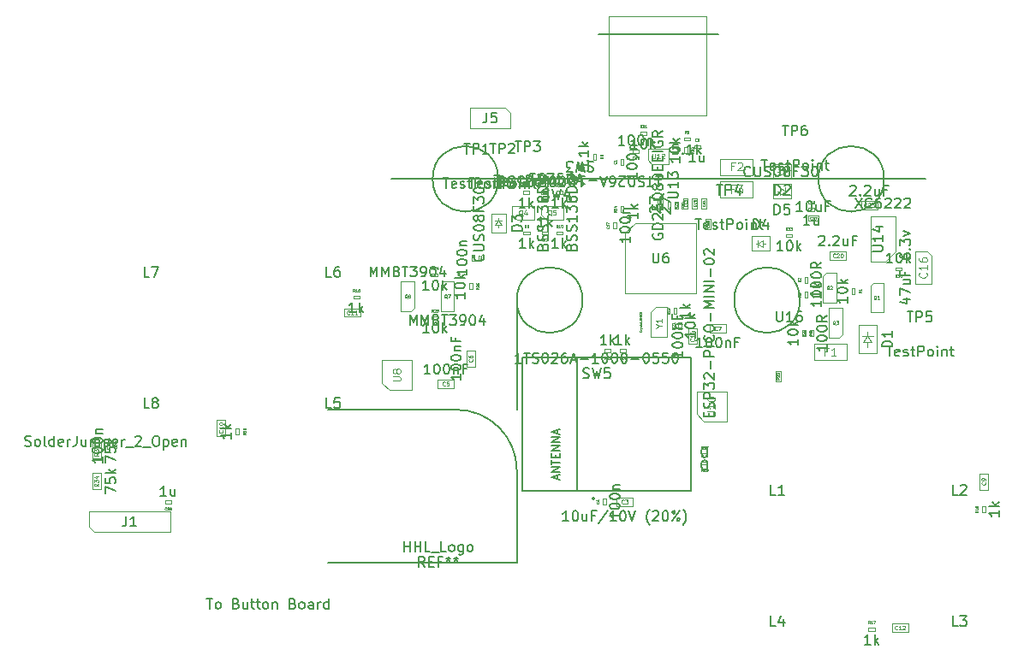
<source format=gbr>
G04 #@! TF.GenerationSoftware,KiCad,Pcbnew,7.0.6*
G04 #@! TF.CreationDate,2023-09-07T00:04:06-07:00*
G04 #@! TF.ProjectId,procon_gcc_main_pcb,70726f63-6f6e-45f6-9763-635f6d61696e,1*
G04 #@! TF.SameCoordinates,Original*
G04 #@! TF.FileFunction,AssemblyDrawing,Top*
%FSLAX46Y46*%
G04 Gerber Fmt 4.6, Leading zero omitted, Abs format (unit mm)*
G04 Created by KiCad (PCBNEW 7.0.6) date 2023-09-07 00:04:06*
%MOMM*%
%LPD*%
G01*
G04 APERTURE LIST*
%ADD10C,0.200000*%
%ADD11C,0.150000*%
%ADD12C,0.040000*%
%ADD13C,0.060000*%
%ADD14C,0.110000*%
%ADD15C,0.075000*%
%ADD16C,0.120000*%
%ADD17C,0.050000*%
%ADD18C,0.030000*%
%ADD19C,0.080000*%
%ADD20C,0.100000*%
%ADD21C,0.127000*%
G04 APERTURE END LIST*
D10*
X124562500Y-135100000D02*
G75*
G03*
X118562500Y-129100000I-6000000J0D01*
G01*
X164987500Y-106250000D02*
X112137500Y-106250000D01*
X122737500Y-106250000D02*
G75*
G03*
X122737500Y-106250000I-3250000J0D01*
G01*
X124562500Y-144250000D02*
X124562500Y-135100000D01*
X118562500Y-129100000D02*
X105912500Y-129100000D01*
X144487500Y-91948000D02*
X132637500Y-91948000D01*
X160887500Y-106250000D02*
G75*
G03*
X160887500Y-106250000I-3250000J0D01*
G01*
X131062500Y-118250000D02*
G75*
G03*
X131062500Y-118250000I-3250000J0D01*
G01*
X124562500Y-118250000D02*
X124562500Y-129100000D01*
X105912500Y-144250000D02*
X124562500Y-144250000D01*
X152562500Y-118250000D02*
G75*
G03*
X152562500Y-118250000I-3250000J0D01*
G01*
D11*
X89903344Y-137650701D02*
X89331916Y-137650701D01*
X89617630Y-137650701D02*
X89617630Y-136650701D01*
X89617630Y-136650701D02*
X89522392Y-136793558D01*
X89522392Y-136793558D02*
X89427154Y-136888796D01*
X89427154Y-136888796D02*
X89331916Y-136936415D01*
X90760487Y-136984034D02*
X90760487Y-137650701D01*
X90331916Y-136984034D02*
X90331916Y-137507843D01*
X90331916Y-137507843D02*
X90379535Y-137603082D01*
X90379535Y-137603082D02*
X90474773Y-137650701D01*
X90474773Y-137650701D02*
X90617630Y-137650701D01*
X90617630Y-137650701D02*
X90712868Y-137603082D01*
X90712868Y-137603082D02*
X90760487Y-137555462D01*
D12*
X89909296Y-139015647D02*
X89897392Y-139027552D01*
X89897392Y-139027552D02*
X89861677Y-139039456D01*
X89861677Y-139039456D02*
X89837868Y-139039456D01*
X89837868Y-139039456D02*
X89802154Y-139027552D01*
X89802154Y-139027552D02*
X89778344Y-139003742D01*
X89778344Y-139003742D02*
X89766439Y-138979932D01*
X89766439Y-138979932D02*
X89754535Y-138932313D01*
X89754535Y-138932313D02*
X89754535Y-138896599D01*
X89754535Y-138896599D02*
X89766439Y-138848980D01*
X89766439Y-138848980D02*
X89778344Y-138825171D01*
X89778344Y-138825171D02*
X89802154Y-138801361D01*
X89802154Y-138801361D02*
X89837868Y-138789456D01*
X89837868Y-138789456D02*
X89861677Y-138789456D01*
X89861677Y-138789456D02*
X89897392Y-138801361D01*
X89897392Y-138801361D02*
X89909296Y-138813266D01*
X90004535Y-138813266D02*
X90016439Y-138801361D01*
X90016439Y-138801361D02*
X90040249Y-138789456D01*
X90040249Y-138789456D02*
X90099773Y-138789456D01*
X90099773Y-138789456D02*
X90123582Y-138801361D01*
X90123582Y-138801361D02*
X90135487Y-138813266D01*
X90135487Y-138813266D02*
X90147392Y-138837075D01*
X90147392Y-138837075D02*
X90147392Y-138860885D01*
X90147392Y-138860885D02*
X90135487Y-138896599D01*
X90135487Y-138896599D02*
X89992630Y-139039456D01*
X89992630Y-139039456D02*
X90147392Y-139039456D01*
X90290249Y-138896599D02*
X90266439Y-138884694D01*
X90266439Y-138884694D02*
X90254534Y-138872790D01*
X90254534Y-138872790D02*
X90242630Y-138848980D01*
X90242630Y-138848980D02*
X90242630Y-138837075D01*
X90242630Y-138837075D02*
X90254534Y-138813266D01*
X90254534Y-138813266D02*
X90266439Y-138801361D01*
X90266439Y-138801361D02*
X90290249Y-138789456D01*
X90290249Y-138789456D02*
X90337868Y-138789456D01*
X90337868Y-138789456D02*
X90361677Y-138801361D01*
X90361677Y-138801361D02*
X90373582Y-138813266D01*
X90373582Y-138813266D02*
X90385487Y-138837075D01*
X90385487Y-138837075D02*
X90385487Y-138848980D01*
X90385487Y-138848980D02*
X90373582Y-138872790D01*
X90373582Y-138872790D02*
X90361677Y-138884694D01*
X90361677Y-138884694D02*
X90337868Y-138896599D01*
X90337868Y-138896599D02*
X90290249Y-138896599D01*
X90290249Y-138896599D02*
X90266439Y-138908504D01*
X90266439Y-138908504D02*
X90254534Y-138920409D01*
X90254534Y-138920409D02*
X90242630Y-138944218D01*
X90242630Y-138944218D02*
X90242630Y-138991837D01*
X90242630Y-138991837D02*
X90254534Y-139015647D01*
X90254534Y-139015647D02*
X90266439Y-139027552D01*
X90266439Y-139027552D02*
X90290249Y-139039456D01*
X90290249Y-139039456D02*
X90337868Y-139039456D01*
X90337868Y-139039456D02*
X90361677Y-139027552D01*
X90361677Y-139027552D02*
X90373582Y-139015647D01*
X90373582Y-139015647D02*
X90385487Y-138991837D01*
X90385487Y-138991837D02*
X90385487Y-138944218D01*
X90385487Y-138944218D02*
X90373582Y-138920409D01*
X90373582Y-138920409D02*
X90361677Y-138908504D01*
X90361677Y-138908504D02*
X90337868Y-138896599D01*
D11*
X125840662Y-105765819D02*
X126412090Y-105765819D01*
X126126376Y-106765819D02*
X126126376Y-105765819D01*
X126697805Y-106718200D02*
X126840662Y-106765819D01*
X126840662Y-106765819D02*
X127078757Y-106765819D01*
X127078757Y-106765819D02*
X127173995Y-106718200D01*
X127173995Y-106718200D02*
X127221614Y-106670580D01*
X127221614Y-106670580D02*
X127269233Y-106575342D01*
X127269233Y-106575342D02*
X127269233Y-106480104D01*
X127269233Y-106480104D02*
X127221614Y-106384866D01*
X127221614Y-106384866D02*
X127173995Y-106337247D01*
X127173995Y-106337247D02*
X127078757Y-106289628D01*
X127078757Y-106289628D02*
X126888281Y-106242009D01*
X126888281Y-106242009D02*
X126793043Y-106194390D01*
X126793043Y-106194390D02*
X126745424Y-106146771D01*
X126745424Y-106146771D02*
X126697805Y-106051533D01*
X126697805Y-106051533D02*
X126697805Y-105956295D01*
X126697805Y-105956295D02*
X126745424Y-105861057D01*
X126745424Y-105861057D02*
X126793043Y-105813438D01*
X126793043Y-105813438D02*
X126888281Y-105765819D01*
X126888281Y-105765819D02*
X127126376Y-105765819D01*
X127126376Y-105765819D02*
X127269233Y-105813438D01*
X127602567Y-105765819D02*
X128221614Y-105765819D01*
X128221614Y-105765819D02*
X127888281Y-106146771D01*
X127888281Y-106146771D02*
X128031138Y-106146771D01*
X128031138Y-106146771D02*
X128126376Y-106194390D01*
X128126376Y-106194390D02*
X128173995Y-106242009D01*
X128173995Y-106242009D02*
X128221614Y-106337247D01*
X128221614Y-106337247D02*
X128221614Y-106575342D01*
X128221614Y-106575342D02*
X128173995Y-106670580D01*
X128173995Y-106670580D02*
X128126376Y-106718200D01*
X128126376Y-106718200D02*
X128031138Y-106765819D01*
X128031138Y-106765819D02*
X127745424Y-106765819D01*
X127745424Y-106765819D02*
X127650186Y-106718200D01*
X127650186Y-106718200D02*
X127602567Y-106670580D01*
X129126376Y-105765819D02*
X128650186Y-105765819D01*
X128650186Y-105765819D02*
X128602567Y-106242009D01*
X128602567Y-106242009D02*
X128650186Y-106194390D01*
X128650186Y-106194390D02*
X128745424Y-106146771D01*
X128745424Y-106146771D02*
X128983519Y-106146771D01*
X128983519Y-106146771D02*
X129078757Y-106194390D01*
X129078757Y-106194390D02*
X129126376Y-106242009D01*
X129126376Y-106242009D02*
X129173995Y-106337247D01*
X129173995Y-106337247D02*
X129173995Y-106575342D01*
X129173995Y-106575342D02*
X129126376Y-106670580D01*
X129126376Y-106670580D02*
X129078757Y-106718200D01*
X129078757Y-106718200D02*
X128983519Y-106765819D01*
X128983519Y-106765819D02*
X128745424Y-106765819D01*
X128745424Y-106765819D02*
X128650186Y-106718200D01*
X128650186Y-106718200D02*
X128602567Y-106670580D01*
X130173995Y-106670580D02*
X130126376Y-106718200D01*
X130126376Y-106718200D02*
X129983519Y-106765819D01*
X129983519Y-106765819D02*
X129888281Y-106765819D01*
X129888281Y-106765819D02*
X129745424Y-106718200D01*
X129745424Y-106718200D02*
X129650186Y-106622961D01*
X129650186Y-106622961D02*
X129602567Y-106527723D01*
X129602567Y-106527723D02*
X129554948Y-106337247D01*
X129554948Y-106337247D02*
X129554948Y-106194390D01*
X129554948Y-106194390D02*
X129602567Y-106003914D01*
X129602567Y-106003914D02*
X129650186Y-105908676D01*
X129650186Y-105908676D02*
X129745424Y-105813438D01*
X129745424Y-105813438D02*
X129888281Y-105765819D01*
X129888281Y-105765819D02*
X129983519Y-105765819D01*
X129983519Y-105765819D02*
X130126376Y-105813438D01*
X130126376Y-105813438D02*
X130173995Y-105861057D01*
X130554948Y-106480104D02*
X131031138Y-106480104D01*
X130459710Y-106765819D02*
X130793043Y-105765819D01*
X130793043Y-105765819D02*
X131126376Y-106765819D01*
X127150186Y-108218200D02*
X127293043Y-108265819D01*
X127293043Y-108265819D02*
X127531138Y-108265819D01*
X127531138Y-108265819D02*
X127626376Y-108218200D01*
X127626376Y-108218200D02*
X127673995Y-108170580D01*
X127673995Y-108170580D02*
X127721614Y-108075342D01*
X127721614Y-108075342D02*
X127721614Y-107980104D01*
X127721614Y-107980104D02*
X127673995Y-107884866D01*
X127673995Y-107884866D02*
X127626376Y-107837247D01*
X127626376Y-107837247D02*
X127531138Y-107789628D01*
X127531138Y-107789628D02*
X127340662Y-107742009D01*
X127340662Y-107742009D02*
X127245424Y-107694390D01*
X127245424Y-107694390D02*
X127197805Y-107646771D01*
X127197805Y-107646771D02*
X127150186Y-107551533D01*
X127150186Y-107551533D02*
X127150186Y-107456295D01*
X127150186Y-107456295D02*
X127197805Y-107361057D01*
X127197805Y-107361057D02*
X127245424Y-107313438D01*
X127245424Y-107313438D02*
X127340662Y-107265819D01*
X127340662Y-107265819D02*
X127578757Y-107265819D01*
X127578757Y-107265819D02*
X127721614Y-107313438D01*
X128054948Y-107265819D02*
X128293043Y-108265819D01*
X128293043Y-108265819D02*
X128483519Y-107551533D01*
X128483519Y-107551533D02*
X128673995Y-108265819D01*
X128673995Y-108265819D02*
X128912091Y-107265819D01*
X129721614Y-107599152D02*
X129721614Y-108265819D01*
X129483519Y-107218200D02*
X129245424Y-107932485D01*
X129245424Y-107932485D02*
X129864471Y-107932485D01*
X154671419Y-117410466D02*
X154671419Y-117981894D01*
X154671419Y-117696180D02*
X153671419Y-117696180D01*
X153671419Y-117696180D02*
X153814276Y-117791418D01*
X153814276Y-117791418D02*
X153909514Y-117886656D01*
X153909514Y-117886656D02*
X153957133Y-117981894D01*
X153671419Y-116791418D02*
X153671419Y-116696180D01*
X153671419Y-116696180D02*
X153719038Y-116600942D01*
X153719038Y-116600942D02*
X153766657Y-116553323D01*
X153766657Y-116553323D02*
X153861895Y-116505704D01*
X153861895Y-116505704D02*
X154052371Y-116458085D01*
X154052371Y-116458085D02*
X154290466Y-116458085D01*
X154290466Y-116458085D02*
X154480942Y-116505704D01*
X154480942Y-116505704D02*
X154576180Y-116553323D01*
X154576180Y-116553323D02*
X154623800Y-116600942D01*
X154623800Y-116600942D02*
X154671419Y-116696180D01*
X154671419Y-116696180D02*
X154671419Y-116791418D01*
X154671419Y-116791418D02*
X154623800Y-116886656D01*
X154623800Y-116886656D02*
X154576180Y-116934275D01*
X154576180Y-116934275D02*
X154480942Y-116981894D01*
X154480942Y-116981894D02*
X154290466Y-117029513D01*
X154290466Y-117029513D02*
X154052371Y-117029513D01*
X154052371Y-117029513D02*
X153861895Y-116981894D01*
X153861895Y-116981894D02*
X153766657Y-116934275D01*
X153766657Y-116934275D02*
X153719038Y-116886656D01*
X153719038Y-116886656D02*
X153671419Y-116791418D01*
X153671419Y-115839037D02*
X153671419Y-115743799D01*
X153671419Y-115743799D02*
X153719038Y-115648561D01*
X153719038Y-115648561D02*
X153766657Y-115600942D01*
X153766657Y-115600942D02*
X153861895Y-115553323D01*
X153861895Y-115553323D02*
X154052371Y-115505704D01*
X154052371Y-115505704D02*
X154290466Y-115505704D01*
X154290466Y-115505704D02*
X154480942Y-115553323D01*
X154480942Y-115553323D02*
X154576180Y-115600942D01*
X154576180Y-115600942D02*
X154623800Y-115648561D01*
X154623800Y-115648561D02*
X154671419Y-115743799D01*
X154671419Y-115743799D02*
X154671419Y-115839037D01*
X154671419Y-115839037D02*
X154623800Y-115934275D01*
X154623800Y-115934275D02*
X154576180Y-115981894D01*
X154576180Y-115981894D02*
X154480942Y-116029513D01*
X154480942Y-116029513D02*
X154290466Y-116077132D01*
X154290466Y-116077132D02*
X154052371Y-116077132D01*
X154052371Y-116077132D02*
X153861895Y-116029513D01*
X153861895Y-116029513D02*
X153766657Y-115981894D01*
X153766657Y-115981894D02*
X153719038Y-115934275D01*
X153719038Y-115934275D02*
X153671419Y-115839037D01*
X154671419Y-114505704D02*
X154195228Y-114839037D01*
X154671419Y-115077132D02*
X153671419Y-115077132D01*
X153671419Y-115077132D02*
X153671419Y-114696180D01*
X153671419Y-114696180D02*
X153719038Y-114600942D01*
X153719038Y-114600942D02*
X153766657Y-114553323D01*
X153766657Y-114553323D02*
X153861895Y-114505704D01*
X153861895Y-114505704D02*
X154004752Y-114505704D01*
X154004752Y-114505704D02*
X154099990Y-114553323D01*
X154099990Y-114553323D02*
X154147609Y-114600942D01*
X154147609Y-114600942D02*
X154195228Y-114696180D01*
X154195228Y-114696180D02*
X154195228Y-115077132D01*
D12*
X152600174Y-116285466D02*
X152481127Y-116368799D01*
X152600174Y-116428323D02*
X152350174Y-116428323D01*
X152350174Y-116428323D02*
X152350174Y-116333085D01*
X152350174Y-116333085D02*
X152362079Y-116309275D01*
X152362079Y-116309275D02*
X152373984Y-116297370D01*
X152373984Y-116297370D02*
X152397793Y-116285466D01*
X152397793Y-116285466D02*
X152433508Y-116285466D01*
X152433508Y-116285466D02*
X152457317Y-116297370D01*
X152457317Y-116297370D02*
X152469222Y-116309275D01*
X152469222Y-116309275D02*
X152481127Y-116333085D01*
X152481127Y-116333085D02*
X152481127Y-116428323D01*
X152373984Y-116190227D02*
X152362079Y-116178323D01*
X152362079Y-116178323D02*
X152350174Y-116154513D01*
X152350174Y-116154513D02*
X152350174Y-116094989D01*
X152350174Y-116094989D02*
X152362079Y-116071180D01*
X152362079Y-116071180D02*
X152373984Y-116059275D01*
X152373984Y-116059275D02*
X152397793Y-116047370D01*
X152397793Y-116047370D02*
X152421603Y-116047370D01*
X152421603Y-116047370D02*
X152457317Y-116059275D01*
X152457317Y-116059275D02*
X152600174Y-116202132D01*
X152600174Y-116202132D02*
X152600174Y-116047370D01*
D11*
X137812957Y-109577598D02*
X137765338Y-109529979D01*
X137765338Y-109529979D02*
X137717719Y-109434741D01*
X137717719Y-109434741D02*
X137717719Y-109196646D01*
X137717719Y-109196646D02*
X137765338Y-109101408D01*
X137765338Y-109101408D02*
X137812957Y-109053789D01*
X137812957Y-109053789D02*
X137908195Y-109006170D01*
X137908195Y-109006170D02*
X138003433Y-109006170D01*
X138003433Y-109006170D02*
X138146290Y-109053789D01*
X138146290Y-109053789D02*
X138717719Y-109625217D01*
X138717719Y-109625217D02*
X138717719Y-109006170D01*
X137717719Y-108672836D02*
X137717719Y-108006170D01*
X137717719Y-108006170D02*
X138717719Y-108434741D01*
D12*
X140404674Y-109023808D02*
X140285627Y-109107141D01*
X140404674Y-109166665D02*
X140154674Y-109166665D01*
X140154674Y-109166665D02*
X140154674Y-109071427D01*
X140154674Y-109071427D02*
X140166579Y-109047617D01*
X140166579Y-109047617D02*
X140178484Y-109035712D01*
X140178484Y-109035712D02*
X140202293Y-109023808D01*
X140202293Y-109023808D02*
X140238008Y-109023808D01*
X140238008Y-109023808D02*
X140261817Y-109035712D01*
X140261817Y-109035712D02*
X140273722Y-109047617D01*
X140273722Y-109047617D02*
X140285627Y-109071427D01*
X140285627Y-109071427D02*
X140285627Y-109166665D01*
X140178484Y-108928569D02*
X140166579Y-108916665D01*
X140166579Y-108916665D02*
X140154674Y-108892855D01*
X140154674Y-108892855D02*
X140154674Y-108833331D01*
X140154674Y-108833331D02*
X140166579Y-108809522D01*
X140166579Y-108809522D02*
X140178484Y-108797617D01*
X140178484Y-108797617D02*
X140202293Y-108785712D01*
X140202293Y-108785712D02*
X140226103Y-108785712D01*
X140226103Y-108785712D02*
X140261817Y-108797617D01*
X140261817Y-108797617D02*
X140404674Y-108940474D01*
X140404674Y-108940474D02*
X140404674Y-108785712D01*
X140404674Y-108666665D02*
X140404674Y-108619046D01*
X140404674Y-108619046D02*
X140392770Y-108595236D01*
X140392770Y-108595236D02*
X140380865Y-108583332D01*
X140380865Y-108583332D02*
X140345150Y-108559522D01*
X140345150Y-108559522D02*
X140297531Y-108547617D01*
X140297531Y-108547617D02*
X140202293Y-108547617D01*
X140202293Y-108547617D02*
X140178484Y-108559522D01*
X140178484Y-108559522D02*
X140166579Y-108571427D01*
X140166579Y-108571427D02*
X140154674Y-108595236D01*
X140154674Y-108595236D02*
X140154674Y-108642855D01*
X140154674Y-108642855D02*
X140166579Y-108666665D01*
X140166579Y-108666665D02*
X140178484Y-108678570D01*
X140178484Y-108678570D02*
X140202293Y-108690474D01*
X140202293Y-108690474D02*
X140261817Y-108690474D01*
X140261817Y-108690474D02*
X140285627Y-108678570D01*
X140285627Y-108678570D02*
X140297531Y-108666665D01*
X140297531Y-108666665D02*
X140309436Y-108642855D01*
X140309436Y-108642855D02*
X140309436Y-108595236D01*
X140309436Y-108595236D02*
X140297531Y-108571427D01*
X140297531Y-108571427D02*
X140285627Y-108559522D01*
X140285627Y-108559522D02*
X140261817Y-108547617D01*
D11*
X147650590Y-105926980D02*
X147602971Y-105974600D01*
X147602971Y-105974600D02*
X147460114Y-106022219D01*
X147460114Y-106022219D02*
X147364876Y-106022219D01*
X147364876Y-106022219D02*
X147222019Y-105974600D01*
X147222019Y-105974600D02*
X147126781Y-105879361D01*
X147126781Y-105879361D02*
X147079162Y-105784123D01*
X147079162Y-105784123D02*
X147031543Y-105593647D01*
X147031543Y-105593647D02*
X147031543Y-105450790D01*
X147031543Y-105450790D02*
X147079162Y-105260314D01*
X147079162Y-105260314D02*
X147126781Y-105165076D01*
X147126781Y-105165076D02*
X147222019Y-105069838D01*
X147222019Y-105069838D02*
X147364876Y-105022219D01*
X147364876Y-105022219D02*
X147460114Y-105022219D01*
X147460114Y-105022219D02*
X147602971Y-105069838D01*
X147602971Y-105069838D02*
X147650590Y-105117457D01*
X148079162Y-105022219D02*
X148079162Y-105831742D01*
X148079162Y-105831742D02*
X148126781Y-105926980D01*
X148126781Y-105926980D02*
X148174400Y-105974600D01*
X148174400Y-105974600D02*
X148269638Y-106022219D01*
X148269638Y-106022219D02*
X148460114Y-106022219D01*
X148460114Y-106022219D02*
X148555352Y-105974600D01*
X148555352Y-105974600D02*
X148602971Y-105926980D01*
X148602971Y-105926980D02*
X148650590Y-105831742D01*
X148650590Y-105831742D02*
X148650590Y-105022219D01*
X149079162Y-105974600D02*
X149222019Y-106022219D01*
X149222019Y-106022219D02*
X149460114Y-106022219D01*
X149460114Y-106022219D02*
X149555352Y-105974600D01*
X149555352Y-105974600D02*
X149602971Y-105926980D01*
X149602971Y-105926980D02*
X149650590Y-105831742D01*
X149650590Y-105831742D02*
X149650590Y-105736504D01*
X149650590Y-105736504D02*
X149602971Y-105641266D01*
X149602971Y-105641266D02*
X149555352Y-105593647D01*
X149555352Y-105593647D02*
X149460114Y-105546028D01*
X149460114Y-105546028D02*
X149269638Y-105498409D01*
X149269638Y-105498409D02*
X149174400Y-105450790D01*
X149174400Y-105450790D02*
X149126781Y-105403171D01*
X149126781Y-105403171D02*
X149079162Y-105307933D01*
X149079162Y-105307933D02*
X149079162Y-105212695D01*
X149079162Y-105212695D02*
X149126781Y-105117457D01*
X149126781Y-105117457D02*
X149174400Y-105069838D01*
X149174400Y-105069838D02*
X149269638Y-105022219D01*
X149269638Y-105022219D02*
X149507733Y-105022219D01*
X149507733Y-105022219D02*
X149650590Y-105069838D01*
X150269638Y-105022219D02*
X150364876Y-105022219D01*
X150364876Y-105022219D02*
X150460114Y-105069838D01*
X150460114Y-105069838D02*
X150507733Y-105117457D01*
X150507733Y-105117457D02*
X150555352Y-105212695D01*
X150555352Y-105212695D02*
X150602971Y-105403171D01*
X150602971Y-105403171D02*
X150602971Y-105641266D01*
X150602971Y-105641266D02*
X150555352Y-105831742D01*
X150555352Y-105831742D02*
X150507733Y-105926980D01*
X150507733Y-105926980D02*
X150460114Y-105974600D01*
X150460114Y-105974600D02*
X150364876Y-106022219D01*
X150364876Y-106022219D02*
X150269638Y-106022219D01*
X150269638Y-106022219D02*
X150174400Y-105974600D01*
X150174400Y-105974600D02*
X150126781Y-105926980D01*
X150126781Y-105926980D02*
X150079162Y-105831742D01*
X150079162Y-105831742D02*
X150031543Y-105641266D01*
X150031543Y-105641266D02*
X150031543Y-105403171D01*
X150031543Y-105403171D02*
X150079162Y-105212695D01*
X150079162Y-105212695D02*
X150126781Y-105117457D01*
X150126781Y-105117457D02*
X150174400Y-105069838D01*
X150174400Y-105069838D02*
X150269638Y-105022219D01*
X151174400Y-105450790D02*
X151079162Y-105403171D01*
X151079162Y-105403171D02*
X151031543Y-105355552D01*
X151031543Y-105355552D02*
X150983924Y-105260314D01*
X150983924Y-105260314D02*
X150983924Y-105212695D01*
X150983924Y-105212695D02*
X151031543Y-105117457D01*
X151031543Y-105117457D02*
X151079162Y-105069838D01*
X151079162Y-105069838D02*
X151174400Y-105022219D01*
X151174400Y-105022219D02*
X151364876Y-105022219D01*
X151364876Y-105022219D02*
X151460114Y-105069838D01*
X151460114Y-105069838D02*
X151507733Y-105117457D01*
X151507733Y-105117457D02*
X151555352Y-105212695D01*
X151555352Y-105212695D02*
X151555352Y-105260314D01*
X151555352Y-105260314D02*
X151507733Y-105355552D01*
X151507733Y-105355552D02*
X151460114Y-105403171D01*
X151460114Y-105403171D02*
X151364876Y-105450790D01*
X151364876Y-105450790D02*
X151174400Y-105450790D01*
X151174400Y-105450790D02*
X151079162Y-105498409D01*
X151079162Y-105498409D02*
X151031543Y-105546028D01*
X151031543Y-105546028D02*
X150983924Y-105641266D01*
X150983924Y-105641266D02*
X150983924Y-105831742D01*
X150983924Y-105831742D02*
X151031543Y-105926980D01*
X151031543Y-105926980D02*
X151079162Y-105974600D01*
X151079162Y-105974600D02*
X151174400Y-106022219D01*
X151174400Y-106022219D02*
X151364876Y-106022219D01*
X151364876Y-106022219D02*
X151460114Y-105974600D01*
X151460114Y-105974600D02*
X151507733Y-105926980D01*
X151507733Y-105926980D02*
X151555352Y-105831742D01*
X151555352Y-105831742D02*
X151555352Y-105641266D01*
X151555352Y-105641266D02*
X151507733Y-105546028D01*
X151507733Y-105546028D02*
X151460114Y-105498409D01*
X151460114Y-105498409D02*
X151364876Y-105450790D01*
X152317257Y-105498409D02*
X151983924Y-105498409D01*
X151983924Y-106022219D02*
X151983924Y-105022219D01*
X151983924Y-105022219D02*
X152460114Y-105022219D01*
X152745829Y-105022219D02*
X153364876Y-105022219D01*
X153364876Y-105022219D02*
X153031543Y-105403171D01*
X153031543Y-105403171D02*
X153174400Y-105403171D01*
X153174400Y-105403171D02*
X153269638Y-105450790D01*
X153269638Y-105450790D02*
X153317257Y-105498409D01*
X153317257Y-105498409D02*
X153364876Y-105593647D01*
X153364876Y-105593647D02*
X153364876Y-105831742D01*
X153364876Y-105831742D02*
X153317257Y-105926980D01*
X153317257Y-105926980D02*
X153269638Y-105974600D01*
X153269638Y-105974600D02*
X153174400Y-106022219D01*
X153174400Y-106022219D02*
X152888686Y-106022219D01*
X152888686Y-106022219D02*
X152793448Y-105974600D01*
X152793448Y-105974600D02*
X152745829Y-105926980D01*
X153983924Y-105022219D02*
X154079162Y-105022219D01*
X154079162Y-105022219D02*
X154174400Y-105069838D01*
X154174400Y-105069838D02*
X154222019Y-105117457D01*
X154222019Y-105117457D02*
X154269638Y-105212695D01*
X154269638Y-105212695D02*
X154317257Y-105403171D01*
X154317257Y-105403171D02*
X154317257Y-105641266D01*
X154317257Y-105641266D02*
X154269638Y-105831742D01*
X154269638Y-105831742D02*
X154222019Y-105926980D01*
X154222019Y-105926980D02*
X154174400Y-105974600D01*
X154174400Y-105974600D02*
X154079162Y-106022219D01*
X154079162Y-106022219D02*
X153983924Y-106022219D01*
X153983924Y-106022219D02*
X153888686Y-105974600D01*
X153888686Y-105974600D02*
X153841067Y-105926980D01*
X153841067Y-105926980D02*
X153793448Y-105831742D01*
X153793448Y-105831742D02*
X153745829Y-105641266D01*
X153745829Y-105641266D02*
X153745829Y-105403171D01*
X153745829Y-105403171D02*
X153793448Y-105212695D01*
X153793448Y-105212695D02*
X153841067Y-105117457D01*
X153841067Y-105117457D02*
X153888686Y-105069838D01*
X153888686Y-105069838D02*
X153983924Y-105022219D01*
X150036305Y-109772219D02*
X150036305Y-108772219D01*
X150036305Y-108772219D02*
X150274400Y-108772219D01*
X150274400Y-108772219D02*
X150417257Y-108819838D01*
X150417257Y-108819838D02*
X150512495Y-108915076D01*
X150512495Y-108915076D02*
X150560114Y-109010314D01*
X150560114Y-109010314D02*
X150607733Y-109200790D01*
X150607733Y-109200790D02*
X150607733Y-109343647D01*
X150607733Y-109343647D02*
X150560114Y-109534123D01*
X150560114Y-109534123D02*
X150512495Y-109629361D01*
X150512495Y-109629361D02*
X150417257Y-109724600D01*
X150417257Y-109724600D02*
X150274400Y-109772219D01*
X150274400Y-109772219D02*
X150036305Y-109772219D01*
X151512495Y-108772219D02*
X151036305Y-108772219D01*
X151036305Y-108772219D02*
X150988686Y-109248409D01*
X150988686Y-109248409D02*
X151036305Y-109200790D01*
X151036305Y-109200790D02*
X151131543Y-109153171D01*
X151131543Y-109153171D02*
X151369638Y-109153171D01*
X151369638Y-109153171D02*
X151464876Y-109200790D01*
X151464876Y-109200790D02*
X151512495Y-109248409D01*
X151512495Y-109248409D02*
X151560114Y-109343647D01*
X151560114Y-109343647D02*
X151560114Y-109581742D01*
X151560114Y-109581742D02*
X151512495Y-109676980D01*
X151512495Y-109676980D02*
X151464876Y-109724600D01*
X151464876Y-109724600D02*
X151369638Y-109772219D01*
X151369638Y-109772219D02*
X151131543Y-109772219D01*
X151131543Y-109772219D02*
X151036305Y-109724600D01*
X151036305Y-109724600D02*
X150988686Y-109676980D01*
X168169533Y-137532819D02*
X167693343Y-137532819D01*
X167693343Y-137532819D02*
X167693343Y-136532819D01*
X168455248Y-136628057D02*
X168502867Y-136580438D01*
X168502867Y-136580438D02*
X168598105Y-136532819D01*
X168598105Y-136532819D02*
X168836200Y-136532819D01*
X168836200Y-136532819D02*
X168931438Y-136580438D01*
X168931438Y-136580438D02*
X168979057Y-136628057D01*
X168979057Y-136628057D02*
X169026676Y-136723295D01*
X169026676Y-136723295D02*
X169026676Y-136818533D01*
X169026676Y-136818533D02*
X168979057Y-136961390D01*
X168979057Y-136961390D02*
X168407629Y-137532819D01*
X168407629Y-137532819D02*
X169026676Y-137532819D01*
X161692019Y-122864094D02*
X160692019Y-122864094D01*
X160692019Y-122864094D02*
X160692019Y-122625999D01*
X160692019Y-122625999D02*
X160739638Y-122483142D01*
X160739638Y-122483142D02*
X160834876Y-122387904D01*
X160834876Y-122387904D02*
X160930114Y-122340285D01*
X160930114Y-122340285D02*
X161120590Y-122292666D01*
X161120590Y-122292666D02*
X161263447Y-122292666D01*
X161263447Y-122292666D02*
X161453923Y-122340285D01*
X161453923Y-122340285D02*
X161549161Y-122387904D01*
X161549161Y-122387904D02*
X161644400Y-122483142D01*
X161644400Y-122483142D02*
X161692019Y-122625999D01*
X161692019Y-122625999D02*
X161692019Y-122864094D01*
X161692019Y-121340285D02*
X161692019Y-121911713D01*
X161692019Y-121625999D02*
X160692019Y-121625999D01*
X160692019Y-121625999D02*
X160834876Y-121721237D01*
X160834876Y-121721237D02*
X160930114Y-121816475D01*
X160930114Y-121816475D02*
X160977733Y-121911713D01*
X119043508Y-125581374D02*
X119043508Y-126152802D01*
X119043508Y-125867088D02*
X118043508Y-125867088D01*
X118043508Y-125867088D02*
X118186365Y-125962326D01*
X118186365Y-125962326D02*
X118281603Y-126057564D01*
X118281603Y-126057564D02*
X118329222Y-126152802D01*
X118043508Y-124962326D02*
X118043508Y-124867088D01*
X118043508Y-124867088D02*
X118091127Y-124771850D01*
X118091127Y-124771850D02*
X118138746Y-124724231D01*
X118138746Y-124724231D02*
X118233984Y-124676612D01*
X118233984Y-124676612D02*
X118424460Y-124628993D01*
X118424460Y-124628993D02*
X118662555Y-124628993D01*
X118662555Y-124628993D02*
X118853031Y-124676612D01*
X118853031Y-124676612D02*
X118948269Y-124724231D01*
X118948269Y-124724231D02*
X118995889Y-124771850D01*
X118995889Y-124771850D02*
X119043508Y-124867088D01*
X119043508Y-124867088D02*
X119043508Y-124962326D01*
X119043508Y-124962326D02*
X118995889Y-125057564D01*
X118995889Y-125057564D02*
X118948269Y-125105183D01*
X118948269Y-125105183D02*
X118853031Y-125152802D01*
X118853031Y-125152802D02*
X118662555Y-125200421D01*
X118662555Y-125200421D02*
X118424460Y-125200421D01*
X118424460Y-125200421D02*
X118233984Y-125152802D01*
X118233984Y-125152802D02*
X118138746Y-125105183D01*
X118138746Y-125105183D02*
X118091127Y-125057564D01*
X118091127Y-125057564D02*
X118043508Y-124962326D01*
X118043508Y-124009945D02*
X118043508Y-123914707D01*
X118043508Y-123914707D02*
X118091127Y-123819469D01*
X118091127Y-123819469D02*
X118138746Y-123771850D01*
X118138746Y-123771850D02*
X118233984Y-123724231D01*
X118233984Y-123724231D02*
X118424460Y-123676612D01*
X118424460Y-123676612D02*
X118662555Y-123676612D01*
X118662555Y-123676612D02*
X118853031Y-123724231D01*
X118853031Y-123724231D02*
X118948269Y-123771850D01*
X118948269Y-123771850D02*
X118995889Y-123819469D01*
X118995889Y-123819469D02*
X119043508Y-123914707D01*
X119043508Y-123914707D02*
X119043508Y-124009945D01*
X119043508Y-124009945D02*
X118995889Y-124105183D01*
X118995889Y-124105183D02*
X118948269Y-124152802D01*
X118948269Y-124152802D02*
X118853031Y-124200421D01*
X118853031Y-124200421D02*
X118662555Y-124248040D01*
X118662555Y-124248040D02*
X118424460Y-124248040D01*
X118424460Y-124248040D02*
X118233984Y-124200421D01*
X118233984Y-124200421D02*
X118138746Y-124152802D01*
X118138746Y-124152802D02*
X118091127Y-124105183D01*
X118091127Y-124105183D02*
X118043508Y-124009945D01*
X118376841Y-123248040D02*
X119043508Y-123248040D01*
X118472079Y-123248040D02*
X118424460Y-123200421D01*
X118424460Y-123200421D02*
X118376841Y-123105183D01*
X118376841Y-123105183D02*
X118376841Y-122962326D01*
X118376841Y-122962326D02*
X118424460Y-122867088D01*
X118424460Y-122867088D02*
X118519698Y-122819469D01*
X118519698Y-122819469D02*
X119043508Y-122819469D01*
X118519698Y-122009945D02*
X118519698Y-122343278D01*
X119043508Y-122343278D02*
X118043508Y-122343278D01*
X118043508Y-122343278D02*
X118043508Y-121867088D01*
D13*
X120162521Y-124100421D02*
X120181569Y-124119469D01*
X120181569Y-124119469D02*
X120200616Y-124176611D01*
X120200616Y-124176611D02*
X120200616Y-124214707D01*
X120200616Y-124214707D02*
X120181569Y-124271850D01*
X120181569Y-124271850D02*
X120143473Y-124309945D01*
X120143473Y-124309945D02*
X120105378Y-124328992D01*
X120105378Y-124328992D02*
X120029188Y-124348040D01*
X120029188Y-124348040D02*
X119972045Y-124348040D01*
X119972045Y-124348040D02*
X119895854Y-124328992D01*
X119895854Y-124328992D02*
X119857759Y-124309945D01*
X119857759Y-124309945D02*
X119819664Y-124271850D01*
X119819664Y-124271850D02*
X119800616Y-124214707D01*
X119800616Y-124214707D02*
X119800616Y-124176611D01*
X119800616Y-124176611D02*
X119819664Y-124119469D01*
X119819664Y-124119469D02*
X119838711Y-124100421D01*
X119800616Y-123757564D02*
X119800616Y-123833754D01*
X119800616Y-123833754D02*
X119819664Y-123871850D01*
X119819664Y-123871850D02*
X119838711Y-123890897D01*
X119838711Y-123890897D02*
X119895854Y-123928992D01*
X119895854Y-123928992D02*
X119972045Y-123948040D01*
X119972045Y-123948040D02*
X120124426Y-123948040D01*
X120124426Y-123948040D02*
X120162521Y-123928992D01*
X120162521Y-123928992D02*
X120181569Y-123909945D01*
X120181569Y-123909945D02*
X120200616Y-123871850D01*
X120200616Y-123871850D02*
X120200616Y-123795659D01*
X120200616Y-123795659D02*
X120181569Y-123757564D01*
X120181569Y-123757564D02*
X120162521Y-123738516D01*
X120162521Y-123738516D02*
X120124426Y-123719469D01*
X120124426Y-123719469D02*
X120029188Y-123719469D01*
X120029188Y-123719469D02*
X119991092Y-123738516D01*
X119991092Y-123738516D02*
X119972045Y-123757564D01*
X119972045Y-123757564D02*
X119952997Y-123795659D01*
X119952997Y-123795659D02*
X119952997Y-123871850D01*
X119952997Y-123871850D02*
X119972045Y-123909945D01*
X119972045Y-123909945D02*
X119991092Y-123928992D01*
X119991092Y-123928992D02*
X120029188Y-123948040D01*
D11*
X155230219Y-122683066D02*
X155230219Y-123254494D01*
X155230219Y-122968780D02*
X154230219Y-122968780D01*
X154230219Y-122968780D02*
X154373076Y-123064018D01*
X154373076Y-123064018D02*
X154468314Y-123159256D01*
X154468314Y-123159256D02*
X154515933Y-123254494D01*
X154230219Y-122064018D02*
X154230219Y-121968780D01*
X154230219Y-121968780D02*
X154277838Y-121873542D01*
X154277838Y-121873542D02*
X154325457Y-121825923D01*
X154325457Y-121825923D02*
X154420695Y-121778304D01*
X154420695Y-121778304D02*
X154611171Y-121730685D01*
X154611171Y-121730685D02*
X154849266Y-121730685D01*
X154849266Y-121730685D02*
X155039742Y-121778304D01*
X155039742Y-121778304D02*
X155134980Y-121825923D01*
X155134980Y-121825923D02*
X155182600Y-121873542D01*
X155182600Y-121873542D02*
X155230219Y-121968780D01*
X155230219Y-121968780D02*
X155230219Y-122064018D01*
X155230219Y-122064018D02*
X155182600Y-122159256D01*
X155182600Y-122159256D02*
X155134980Y-122206875D01*
X155134980Y-122206875D02*
X155039742Y-122254494D01*
X155039742Y-122254494D02*
X154849266Y-122302113D01*
X154849266Y-122302113D02*
X154611171Y-122302113D01*
X154611171Y-122302113D02*
X154420695Y-122254494D01*
X154420695Y-122254494D02*
X154325457Y-122206875D01*
X154325457Y-122206875D02*
X154277838Y-122159256D01*
X154277838Y-122159256D02*
X154230219Y-122064018D01*
X154230219Y-121111637D02*
X154230219Y-121016399D01*
X154230219Y-121016399D02*
X154277838Y-120921161D01*
X154277838Y-120921161D02*
X154325457Y-120873542D01*
X154325457Y-120873542D02*
X154420695Y-120825923D01*
X154420695Y-120825923D02*
X154611171Y-120778304D01*
X154611171Y-120778304D02*
X154849266Y-120778304D01*
X154849266Y-120778304D02*
X155039742Y-120825923D01*
X155039742Y-120825923D02*
X155134980Y-120873542D01*
X155134980Y-120873542D02*
X155182600Y-120921161D01*
X155182600Y-120921161D02*
X155230219Y-121016399D01*
X155230219Y-121016399D02*
X155230219Y-121111637D01*
X155230219Y-121111637D02*
X155182600Y-121206875D01*
X155182600Y-121206875D02*
X155134980Y-121254494D01*
X155134980Y-121254494D02*
X155039742Y-121302113D01*
X155039742Y-121302113D02*
X154849266Y-121349732D01*
X154849266Y-121349732D02*
X154611171Y-121349732D01*
X154611171Y-121349732D02*
X154420695Y-121302113D01*
X154420695Y-121302113D02*
X154325457Y-121254494D01*
X154325457Y-121254494D02*
X154277838Y-121206875D01*
X154277838Y-121206875D02*
X154230219Y-121111637D01*
X155230219Y-119778304D02*
X154754028Y-120111637D01*
X155230219Y-120349732D02*
X154230219Y-120349732D01*
X154230219Y-120349732D02*
X154230219Y-119968780D01*
X154230219Y-119968780D02*
X154277838Y-119873542D01*
X154277838Y-119873542D02*
X154325457Y-119825923D01*
X154325457Y-119825923D02*
X154420695Y-119778304D01*
X154420695Y-119778304D02*
X154563552Y-119778304D01*
X154563552Y-119778304D02*
X154658790Y-119825923D01*
X154658790Y-119825923D02*
X154706409Y-119873542D01*
X154706409Y-119873542D02*
X154754028Y-119968780D01*
X154754028Y-119968780D02*
X154754028Y-120349732D01*
D12*
X153158974Y-121558066D02*
X153039927Y-121641399D01*
X153158974Y-121700923D02*
X152908974Y-121700923D01*
X152908974Y-121700923D02*
X152908974Y-121605685D01*
X152908974Y-121605685D02*
X152920879Y-121581875D01*
X152920879Y-121581875D02*
X152932784Y-121569970D01*
X152932784Y-121569970D02*
X152956593Y-121558066D01*
X152956593Y-121558066D02*
X152992308Y-121558066D01*
X152992308Y-121558066D02*
X153016117Y-121569970D01*
X153016117Y-121569970D02*
X153028022Y-121581875D01*
X153028022Y-121581875D02*
X153039927Y-121605685D01*
X153039927Y-121605685D02*
X153039927Y-121700923D01*
X152992308Y-121343780D02*
X153158974Y-121343780D01*
X152897070Y-121403304D02*
X153075641Y-121462827D01*
X153075641Y-121462827D02*
X153075641Y-121308066D01*
D11*
X152804971Y-109457819D02*
X152233543Y-109457819D01*
X152519257Y-109457819D02*
X152519257Y-108457819D01*
X152519257Y-108457819D02*
X152424019Y-108600676D01*
X152424019Y-108600676D02*
X152328781Y-108695914D01*
X152328781Y-108695914D02*
X152233543Y-108743533D01*
X153424019Y-108457819D02*
X153519257Y-108457819D01*
X153519257Y-108457819D02*
X153614495Y-108505438D01*
X153614495Y-108505438D02*
X153662114Y-108553057D01*
X153662114Y-108553057D02*
X153709733Y-108648295D01*
X153709733Y-108648295D02*
X153757352Y-108838771D01*
X153757352Y-108838771D02*
X153757352Y-109076866D01*
X153757352Y-109076866D02*
X153709733Y-109267342D01*
X153709733Y-109267342D02*
X153662114Y-109362580D01*
X153662114Y-109362580D02*
X153614495Y-109410200D01*
X153614495Y-109410200D02*
X153519257Y-109457819D01*
X153519257Y-109457819D02*
X153424019Y-109457819D01*
X153424019Y-109457819D02*
X153328781Y-109410200D01*
X153328781Y-109410200D02*
X153281162Y-109362580D01*
X153281162Y-109362580D02*
X153233543Y-109267342D01*
X153233543Y-109267342D02*
X153185924Y-109076866D01*
X153185924Y-109076866D02*
X153185924Y-108838771D01*
X153185924Y-108838771D02*
X153233543Y-108648295D01*
X153233543Y-108648295D02*
X153281162Y-108553057D01*
X153281162Y-108553057D02*
X153328781Y-108505438D01*
X153328781Y-108505438D02*
X153424019Y-108457819D01*
X154614495Y-108791152D02*
X154614495Y-109457819D01*
X154185924Y-108791152D02*
X154185924Y-109314961D01*
X154185924Y-109314961D02*
X154233543Y-109410200D01*
X154233543Y-109410200D02*
X154328781Y-109457819D01*
X154328781Y-109457819D02*
X154471638Y-109457819D01*
X154471638Y-109457819D02*
X154566876Y-109410200D01*
X154566876Y-109410200D02*
X154614495Y-109362580D01*
X155424019Y-108934009D02*
X155090686Y-108934009D01*
X155090686Y-109457819D02*
X155090686Y-108457819D01*
X155090686Y-108457819D02*
X155566876Y-108457819D01*
D12*
X153715685Y-110252765D02*
X153703781Y-110264670D01*
X153703781Y-110264670D02*
X153668066Y-110276574D01*
X153668066Y-110276574D02*
X153644257Y-110276574D01*
X153644257Y-110276574D02*
X153608543Y-110264670D01*
X153608543Y-110264670D02*
X153584733Y-110240860D01*
X153584733Y-110240860D02*
X153572828Y-110217050D01*
X153572828Y-110217050D02*
X153560924Y-110169431D01*
X153560924Y-110169431D02*
X153560924Y-110133717D01*
X153560924Y-110133717D02*
X153572828Y-110086098D01*
X153572828Y-110086098D02*
X153584733Y-110062289D01*
X153584733Y-110062289D02*
X153608543Y-110038479D01*
X153608543Y-110038479D02*
X153644257Y-110026574D01*
X153644257Y-110026574D02*
X153668066Y-110026574D01*
X153668066Y-110026574D02*
X153703781Y-110038479D01*
X153703781Y-110038479D02*
X153715685Y-110050384D01*
X153810924Y-110050384D02*
X153822828Y-110038479D01*
X153822828Y-110038479D02*
X153846638Y-110026574D01*
X153846638Y-110026574D02*
X153906162Y-110026574D01*
X153906162Y-110026574D02*
X153929971Y-110038479D01*
X153929971Y-110038479D02*
X153941876Y-110050384D01*
X153941876Y-110050384D02*
X153953781Y-110074193D01*
X153953781Y-110074193D02*
X153953781Y-110098003D01*
X153953781Y-110098003D02*
X153941876Y-110133717D01*
X153941876Y-110133717D02*
X153799019Y-110276574D01*
X153799019Y-110276574D02*
X153953781Y-110276574D01*
X154037114Y-110026574D02*
X154203780Y-110026574D01*
X154203780Y-110026574D02*
X154096638Y-110276574D01*
D11*
X172244442Y-139087524D02*
X172244442Y-139658952D01*
X172244442Y-139373238D02*
X171244442Y-139373238D01*
X171244442Y-139373238D02*
X171387299Y-139468476D01*
X171387299Y-139468476D02*
X171482537Y-139563714D01*
X171482537Y-139563714D02*
X171530156Y-139658952D01*
X172244442Y-138658952D02*
X171244442Y-138658952D01*
X171863489Y-138563714D02*
X172244442Y-138278000D01*
X171577775Y-138278000D02*
X171958727Y-138658952D01*
D12*
X170173197Y-139129191D02*
X170054150Y-139212524D01*
X170173197Y-139272048D02*
X169923197Y-139272048D01*
X169923197Y-139272048D02*
X169923197Y-139176810D01*
X169923197Y-139176810D02*
X169935102Y-139153000D01*
X169935102Y-139153000D02*
X169947007Y-139141095D01*
X169947007Y-139141095D02*
X169970816Y-139129191D01*
X169970816Y-139129191D02*
X170006531Y-139129191D01*
X170006531Y-139129191D02*
X170030340Y-139141095D01*
X170030340Y-139141095D02*
X170042245Y-139153000D01*
X170042245Y-139153000D02*
X170054150Y-139176810D01*
X170054150Y-139176810D02*
X170054150Y-139272048D01*
X170173197Y-138891095D02*
X170173197Y-139033952D01*
X170173197Y-138962524D02*
X169923197Y-138962524D01*
X169923197Y-138962524D02*
X169958912Y-138986333D01*
X169958912Y-138986333D02*
X169982721Y-139010143D01*
X169982721Y-139010143D02*
X169994626Y-139033952D01*
X170030340Y-138748238D02*
X170018435Y-138772048D01*
X170018435Y-138772048D02*
X170006531Y-138783953D01*
X170006531Y-138783953D02*
X169982721Y-138795857D01*
X169982721Y-138795857D02*
X169970816Y-138795857D01*
X169970816Y-138795857D02*
X169947007Y-138783953D01*
X169947007Y-138783953D02*
X169935102Y-138772048D01*
X169935102Y-138772048D02*
X169923197Y-138748238D01*
X169923197Y-138748238D02*
X169923197Y-138700619D01*
X169923197Y-138700619D02*
X169935102Y-138676810D01*
X169935102Y-138676810D02*
X169947007Y-138664905D01*
X169947007Y-138664905D02*
X169970816Y-138653000D01*
X169970816Y-138653000D02*
X169982721Y-138653000D01*
X169982721Y-138653000D02*
X170006531Y-138664905D01*
X170006531Y-138664905D02*
X170018435Y-138676810D01*
X170018435Y-138676810D02*
X170030340Y-138700619D01*
X170030340Y-138700619D02*
X170030340Y-138748238D01*
X170030340Y-138748238D02*
X170042245Y-138772048D01*
X170042245Y-138772048D02*
X170054150Y-138783953D01*
X170054150Y-138783953D02*
X170077959Y-138795857D01*
X170077959Y-138795857D02*
X170125578Y-138795857D01*
X170125578Y-138795857D02*
X170149388Y-138783953D01*
X170149388Y-138783953D02*
X170161293Y-138772048D01*
X170161293Y-138772048D02*
X170173197Y-138748238D01*
X170173197Y-138748238D02*
X170173197Y-138700619D01*
X170173197Y-138700619D02*
X170161293Y-138676810D01*
X170161293Y-138676810D02*
X170149388Y-138664905D01*
X170149388Y-138664905D02*
X170125578Y-138653000D01*
X170125578Y-138653000D02*
X170077959Y-138653000D01*
X170077959Y-138653000D02*
X170054150Y-138664905D01*
X170054150Y-138664905D02*
X170042245Y-138676810D01*
X170042245Y-138676810D02*
X170030340Y-138700619D01*
D14*
X112316444Y-126250628D02*
X112923587Y-126250628D01*
X112923587Y-126250628D02*
X112995015Y-126214914D01*
X112995015Y-126214914D02*
X113030730Y-126179200D01*
X113030730Y-126179200D02*
X113066444Y-126107771D01*
X113066444Y-126107771D02*
X113066444Y-125964914D01*
X113066444Y-125964914D02*
X113030730Y-125893485D01*
X113030730Y-125893485D02*
X112995015Y-125857771D01*
X112995015Y-125857771D02*
X112923587Y-125822057D01*
X112923587Y-125822057D02*
X112316444Y-125822057D01*
X112637872Y-125357771D02*
X112602158Y-125429200D01*
X112602158Y-125429200D02*
X112566444Y-125464914D01*
X112566444Y-125464914D02*
X112495015Y-125500628D01*
X112495015Y-125500628D02*
X112459301Y-125500628D01*
X112459301Y-125500628D02*
X112387872Y-125464914D01*
X112387872Y-125464914D02*
X112352158Y-125429200D01*
X112352158Y-125429200D02*
X112316444Y-125357771D01*
X112316444Y-125357771D02*
X112316444Y-125214914D01*
X112316444Y-125214914D02*
X112352158Y-125143486D01*
X112352158Y-125143486D02*
X112387872Y-125107771D01*
X112387872Y-125107771D02*
X112459301Y-125072057D01*
X112459301Y-125072057D02*
X112495015Y-125072057D01*
X112495015Y-125072057D02*
X112566444Y-125107771D01*
X112566444Y-125107771D02*
X112602158Y-125143486D01*
X112602158Y-125143486D02*
X112637872Y-125214914D01*
X112637872Y-125214914D02*
X112637872Y-125357771D01*
X112637872Y-125357771D02*
X112673587Y-125429200D01*
X112673587Y-125429200D02*
X112709301Y-125464914D01*
X112709301Y-125464914D02*
X112780730Y-125500628D01*
X112780730Y-125500628D02*
X112923587Y-125500628D01*
X112923587Y-125500628D02*
X112995015Y-125464914D01*
X112995015Y-125464914D02*
X113030730Y-125429200D01*
X113030730Y-125429200D02*
X113066444Y-125357771D01*
X113066444Y-125357771D02*
X113066444Y-125214914D01*
X113066444Y-125214914D02*
X113030730Y-125143486D01*
X113030730Y-125143486D02*
X112995015Y-125107771D01*
X112995015Y-125107771D02*
X112923587Y-125072057D01*
X112923587Y-125072057D02*
X112780730Y-125072057D01*
X112780730Y-125072057D02*
X112709301Y-125107771D01*
X112709301Y-125107771D02*
X112673587Y-125143486D01*
X112673587Y-125143486D02*
X112637872Y-125214914D01*
D13*
X95461289Y-131137533D02*
X95480337Y-131156581D01*
X95480337Y-131156581D02*
X95499384Y-131213723D01*
X95499384Y-131213723D02*
X95499384Y-131251819D01*
X95499384Y-131251819D02*
X95480337Y-131308962D01*
X95480337Y-131308962D02*
X95442241Y-131347057D01*
X95442241Y-131347057D02*
X95404146Y-131366104D01*
X95404146Y-131366104D02*
X95327956Y-131385152D01*
X95327956Y-131385152D02*
X95270813Y-131385152D01*
X95270813Y-131385152D02*
X95194622Y-131366104D01*
X95194622Y-131366104D02*
X95156527Y-131347057D01*
X95156527Y-131347057D02*
X95118432Y-131308962D01*
X95118432Y-131308962D02*
X95099384Y-131251819D01*
X95099384Y-131251819D02*
X95099384Y-131213723D01*
X95099384Y-131213723D02*
X95118432Y-131156581D01*
X95118432Y-131156581D02*
X95137479Y-131137533D01*
X95499384Y-130756581D02*
X95499384Y-130985152D01*
X95499384Y-130870866D02*
X95099384Y-130870866D01*
X95099384Y-130870866D02*
X95156527Y-130908962D01*
X95156527Y-130908962D02*
X95194622Y-130947057D01*
X95194622Y-130947057D02*
X95213670Y-130985152D01*
X95099384Y-130508962D02*
X95099384Y-130470867D01*
X95099384Y-130470867D02*
X95118432Y-130432771D01*
X95118432Y-130432771D02*
X95137479Y-130413724D01*
X95137479Y-130413724D02*
X95175575Y-130394676D01*
X95175575Y-130394676D02*
X95251765Y-130375629D01*
X95251765Y-130375629D02*
X95347003Y-130375629D01*
X95347003Y-130375629D02*
X95423194Y-130394676D01*
X95423194Y-130394676D02*
X95461289Y-130413724D01*
X95461289Y-130413724D02*
X95480337Y-130432771D01*
X95480337Y-130432771D02*
X95499384Y-130470867D01*
X95499384Y-130470867D02*
X95499384Y-130508962D01*
X95499384Y-130508962D02*
X95480337Y-130547057D01*
X95480337Y-130547057D02*
X95461289Y-130566105D01*
X95461289Y-130566105D02*
X95423194Y-130585152D01*
X95423194Y-130585152D02*
X95347003Y-130604200D01*
X95347003Y-130604200D02*
X95251765Y-130604200D01*
X95251765Y-130604200D02*
X95175575Y-130585152D01*
X95175575Y-130585152D02*
X95137479Y-130566105D01*
X95137479Y-130566105D02*
X95118432Y-130547057D01*
X95118432Y-130547057D02*
X95099384Y-130508962D01*
D11*
X127127609Y-112987052D02*
X127175228Y-112844195D01*
X127175228Y-112844195D02*
X127222847Y-112796576D01*
X127222847Y-112796576D02*
X127318085Y-112748957D01*
X127318085Y-112748957D02*
X127460942Y-112748957D01*
X127460942Y-112748957D02*
X127556180Y-112796576D01*
X127556180Y-112796576D02*
X127603800Y-112844195D01*
X127603800Y-112844195D02*
X127651419Y-112939433D01*
X127651419Y-112939433D02*
X127651419Y-113320385D01*
X127651419Y-113320385D02*
X126651419Y-113320385D01*
X126651419Y-113320385D02*
X126651419Y-112987052D01*
X126651419Y-112987052D02*
X126699038Y-112891814D01*
X126699038Y-112891814D02*
X126746657Y-112844195D01*
X126746657Y-112844195D02*
X126841895Y-112796576D01*
X126841895Y-112796576D02*
X126937133Y-112796576D01*
X126937133Y-112796576D02*
X127032371Y-112844195D01*
X127032371Y-112844195D02*
X127079990Y-112891814D01*
X127079990Y-112891814D02*
X127127609Y-112987052D01*
X127127609Y-112987052D02*
X127127609Y-113320385D01*
X127603800Y-112368004D02*
X127651419Y-112225147D01*
X127651419Y-112225147D02*
X127651419Y-111987052D01*
X127651419Y-111987052D02*
X127603800Y-111891814D01*
X127603800Y-111891814D02*
X127556180Y-111844195D01*
X127556180Y-111844195D02*
X127460942Y-111796576D01*
X127460942Y-111796576D02*
X127365704Y-111796576D01*
X127365704Y-111796576D02*
X127270466Y-111844195D01*
X127270466Y-111844195D02*
X127222847Y-111891814D01*
X127222847Y-111891814D02*
X127175228Y-111987052D01*
X127175228Y-111987052D02*
X127127609Y-112177528D01*
X127127609Y-112177528D02*
X127079990Y-112272766D01*
X127079990Y-112272766D02*
X127032371Y-112320385D01*
X127032371Y-112320385D02*
X126937133Y-112368004D01*
X126937133Y-112368004D02*
X126841895Y-112368004D01*
X126841895Y-112368004D02*
X126746657Y-112320385D01*
X126746657Y-112320385D02*
X126699038Y-112272766D01*
X126699038Y-112272766D02*
X126651419Y-112177528D01*
X126651419Y-112177528D02*
X126651419Y-111939433D01*
X126651419Y-111939433D02*
X126699038Y-111796576D01*
X127603800Y-111415623D02*
X127651419Y-111272766D01*
X127651419Y-111272766D02*
X127651419Y-111034671D01*
X127651419Y-111034671D02*
X127603800Y-110939433D01*
X127603800Y-110939433D02*
X127556180Y-110891814D01*
X127556180Y-110891814D02*
X127460942Y-110844195D01*
X127460942Y-110844195D02*
X127365704Y-110844195D01*
X127365704Y-110844195D02*
X127270466Y-110891814D01*
X127270466Y-110891814D02*
X127222847Y-110939433D01*
X127222847Y-110939433D02*
X127175228Y-111034671D01*
X127175228Y-111034671D02*
X127127609Y-111225147D01*
X127127609Y-111225147D02*
X127079990Y-111320385D01*
X127079990Y-111320385D02*
X127032371Y-111368004D01*
X127032371Y-111368004D02*
X126937133Y-111415623D01*
X126937133Y-111415623D02*
X126841895Y-111415623D01*
X126841895Y-111415623D02*
X126746657Y-111368004D01*
X126746657Y-111368004D02*
X126699038Y-111320385D01*
X126699038Y-111320385D02*
X126651419Y-111225147D01*
X126651419Y-111225147D02*
X126651419Y-110987052D01*
X126651419Y-110987052D02*
X126699038Y-110844195D01*
X127651419Y-109891814D02*
X127651419Y-110463242D01*
X127651419Y-110177528D02*
X126651419Y-110177528D01*
X126651419Y-110177528D02*
X126794276Y-110272766D01*
X126794276Y-110272766D02*
X126889514Y-110368004D01*
X126889514Y-110368004D02*
X126937133Y-110463242D01*
X126651419Y-109558480D02*
X126651419Y-108939433D01*
X126651419Y-108939433D02*
X127032371Y-109272766D01*
X127032371Y-109272766D02*
X127032371Y-109129909D01*
X127032371Y-109129909D02*
X127079990Y-109034671D01*
X127079990Y-109034671D02*
X127127609Y-108987052D01*
X127127609Y-108987052D02*
X127222847Y-108939433D01*
X127222847Y-108939433D02*
X127460942Y-108939433D01*
X127460942Y-108939433D02*
X127556180Y-108987052D01*
X127556180Y-108987052D02*
X127603800Y-109034671D01*
X127603800Y-109034671D02*
X127651419Y-109129909D01*
X127651419Y-109129909D02*
X127651419Y-109415623D01*
X127651419Y-109415623D02*
X127603800Y-109510861D01*
X127603800Y-109510861D02*
X127556180Y-109558480D01*
X127079990Y-108368004D02*
X127032371Y-108463242D01*
X127032371Y-108463242D02*
X126984752Y-108510861D01*
X126984752Y-108510861D02*
X126889514Y-108558480D01*
X126889514Y-108558480D02*
X126841895Y-108558480D01*
X126841895Y-108558480D02*
X126746657Y-108510861D01*
X126746657Y-108510861D02*
X126699038Y-108463242D01*
X126699038Y-108463242D02*
X126651419Y-108368004D01*
X126651419Y-108368004D02*
X126651419Y-108177528D01*
X126651419Y-108177528D02*
X126699038Y-108082290D01*
X126699038Y-108082290D02*
X126746657Y-108034671D01*
X126746657Y-108034671D02*
X126841895Y-107987052D01*
X126841895Y-107987052D02*
X126889514Y-107987052D01*
X126889514Y-107987052D02*
X126984752Y-108034671D01*
X126984752Y-108034671D02*
X127032371Y-108082290D01*
X127032371Y-108082290D02*
X127079990Y-108177528D01*
X127079990Y-108177528D02*
X127079990Y-108368004D01*
X127079990Y-108368004D02*
X127127609Y-108463242D01*
X127127609Y-108463242D02*
X127175228Y-108510861D01*
X127175228Y-108510861D02*
X127270466Y-108558480D01*
X127270466Y-108558480D02*
X127460942Y-108558480D01*
X127460942Y-108558480D02*
X127556180Y-108510861D01*
X127556180Y-108510861D02*
X127603800Y-108463242D01*
X127603800Y-108463242D02*
X127651419Y-108368004D01*
X127651419Y-108368004D02*
X127651419Y-108177528D01*
X127651419Y-108177528D02*
X127603800Y-108082290D01*
X127603800Y-108082290D02*
X127556180Y-108034671D01*
X127556180Y-108034671D02*
X127460942Y-107987052D01*
X127460942Y-107987052D02*
X127270466Y-107987052D01*
X127270466Y-107987052D02*
X127175228Y-108034671D01*
X127175228Y-108034671D02*
X127127609Y-108082290D01*
X127127609Y-108082290D02*
X127079990Y-108177528D01*
X127651419Y-107558480D02*
X126651419Y-107558480D01*
X126651419Y-107558480D02*
X126651419Y-107320385D01*
X126651419Y-107320385D02*
X126699038Y-107177528D01*
X126699038Y-107177528D02*
X126794276Y-107082290D01*
X126794276Y-107082290D02*
X126889514Y-107034671D01*
X126889514Y-107034671D02*
X127079990Y-106987052D01*
X127079990Y-106987052D02*
X127222847Y-106987052D01*
X127222847Y-106987052D02*
X127413323Y-107034671D01*
X127413323Y-107034671D02*
X127508561Y-107082290D01*
X127508561Y-107082290D02*
X127603800Y-107177528D01*
X127603800Y-107177528D02*
X127651419Y-107320385D01*
X127651419Y-107320385D02*
X127651419Y-107558480D01*
X126651419Y-106653718D02*
X127651419Y-106415623D01*
X127651419Y-106415623D02*
X126937133Y-106225147D01*
X126937133Y-106225147D02*
X127651419Y-106034671D01*
X127651419Y-106034671D02*
X126651419Y-105796576D01*
D15*
X125148980Y-109881128D02*
X125101361Y-109857319D01*
X125101361Y-109857319D02*
X125053742Y-109809700D01*
X125053742Y-109809700D02*
X124982314Y-109738271D01*
X124982314Y-109738271D02*
X124934695Y-109714461D01*
X124934695Y-109714461D02*
X124887076Y-109714461D01*
X124910885Y-109833509D02*
X124863266Y-109809700D01*
X124863266Y-109809700D02*
X124815647Y-109762080D01*
X124815647Y-109762080D02*
X124791838Y-109666842D01*
X124791838Y-109666842D02*
X124791838Y-109500176D01*
X124791838Y-109500176D02*
X124815647Y-109404938D01*
X124815647Y-109404938D02*
X124863266Y-109357319D01*
X124863266Y-109357319D02*
X124910885Y-109333509D01*
X124910885Y-109333509D02*
X125006123Y-109333509D01*
X125006123Y-109333509D02*
X125053742Y-109357319D01*
X125053742Y-109357319D02*
X125101361Y-109404938D01*
X125101361Y-109404938D02*
X125125171Y-109500176D01*
X125125171Y-109500176D02*
X125125171Y-109666842D01*
X125125171Y-109666842D02*
X125101361Y-109762080D01*
X125101361Y-109762080D02*
X125053742Y-109809700D01*
X125053742Y-109809700D02*
X125006123Y-109833509D01*
X125006123Y-109833509D02*
X124910885Y-109833509D01*
X125553743Y-109500176D02*
X125553743Y-109833509D01*
X125434695Y-109309700D02*
X125315648Y-109666842D01*
X125315648Y-109666842D02*
X125625171Y-109666842D01*
D12*
X150537000Y-125947942D02*
X150413191Y-126034609D01*
X150537000Y-126096514D02*
X150277000Y-126096514D01*
X150277000Y-126096514D02*
X150277000Y-125997466D01*
X150277000Y-125997466D02*
X150289381Y-125972704D01*
X150289381Y-125972704D02*
X150301762Y-125960323D01*
X150301762Y-125960323D02*
X150326524Y-125947942D01*
X150326524Y-125947942D02*
X150363667Y-125947942D01*
X150363667Y-125947942D02*
X150388429Y-125960323D01*
X150388429Y-125960323D02*
X150400810Y-125972704D01*
X150400810Y-125972704D02*
X150413191Y-125997466D01*
X150413191Y-125997466D02*
X150413191Y-126096514D01*
X150301762Y-125848895D02*
X150289381Y-125836514D01*
X150289381Y-125836514D02*
X150277000Y-125811752D01*
X150277000Y-125811752D02*
X150277000Y-125749847D01*
X150277000Y-125749847D02*
X150289381Y-125725085D01*
X150289381Y-125725085D02*
X150301762Y-125712704D01*
X150301762Y-125712704D02*
X150326524Y-125700323D01*
X150326524Y-125700323D02*
X150351286Y-125700323D01*
X150351286Y-125700323D02*
X150388429Y-125712704D01*
X150388429Y-125712704D02*
X150537000Y-125861276D01*
X150537000Y-125861276D02*
X150537000Y-125700323D01*
X150301762Y-125601276D02*
X150289381Y-125588895D01*
X150289381Y-125588895D02*
X150277000Y-125564133D01*
X150277000Y-125564133D02*
X150277000Y-125502228D01*
X150277000Y-125502228D02*
X150289381Y-125477466D01*
X150289381Y-125477466D02*
X150301762Y-125465085D01*
X150301762Y-125465085D02*
X150326524Y-125452704D01*
X150326524Y-125452704D02*
X150351286Y-125452704D01*
X150351286Y-125452704D02*
X150388429Y-125465085D01*
X150388429Y-125465085D02*
X150537000Y-125613657D01*
X150537000Y-125613657D02*
X150537000Y-125452704D01*
D11*
X143079381Y-134088419D02*
X143174619Y-134088419D01*
X143174619Y-134088419D02*
X143269857Y-134136038D01*
X143269857Y-134136038D02*
X143317476Y-134183657D01*
X143317476Y-134183657D02*
X143365095Y-134278895D01*
X143365095Y-134278895D02*
X143412714Y-134469371D01*
X143412714Y-134469371D02*
X143412714Y-134707466D01*
X143412714Y-134707466D02*
X143365095Y-134897942D01*
X143365095Y-134897942D02*
X143317476Y-134993180D01*
X143317476Y-134993180D02*
X143269857Y-135040800D01*
X143269857Y-135040800D02*
X143174619Y-135088419D01*
X143174619Y-135088419D02*
X143079381Y-135088419D01*
X143079381Y-135088419D02*
X142984143Y-135040800D01*
X142984143Y-135040800D02*
X142936524Y-134993180D01*
X142936524Y-134993180D02*
X142888905Y-134897942D01*
X142888905Y-134897942D02*
X142841286Y-134707466D01*
X142841286Y-134707466D02*
X142841286Y-134469371D01*
X142841286Y-134469371D02*
X142888905Y-134278895D01*
X142888905Y-134278895D02*
X142936524Y-134183657D01*
X142936524Y-134183657D02*
X142984143Y-134136038D01*
X142984143Y-134136038D02*
X143079381Y-134088419D01*
D12*
X142966285Y-133017174D02*
X142882952Y-132898127D01*
X142823428Y-133017174D02*
X142823428Y-132767174D01*
X142823428Y-132767174D02*
X142918666Y-132767174D01*
X142918666Y-132767174D02*
X142942476Y-132779079D01*
X142942476Y-132779079D02*
X142954381Y-132790984D01*
X142954381Y-132790984D02*
X142966285Y-132814793D01*
X142966285Y-132814793D02*
X142966285Y-132850508D01*
X142966285Y-132850508D02*
X142954381Y-132874317D01*
X142954381Y-132874317D02*
X142942476Y-132886222D01*
X142942476Y-132886222D02*
X142918666Y-132898127D01*
X142918666Y-132898127D02*
X142823428Y-132898127D01*
X143061524Y-132790984D02*
X143073428Y-132779079D01*
X143073428Y-132779079D02*
X143097238Y-132767174D01*
X143097238Y-132767174D02*
X143156762Y-132767174D01*
X143156762Y-132767174D02*
X143180571Y-132779079D01*
X143180571Y-132779079D02*
X143192476Y-132790984D01*
X143192476Y-132790984D02*
X143204381Y-132814793D01*
X143204381Y-132814793D02*
X143204381Y-132838603D01*
X143204381Y-132838603D02*
X143192476Y-132874317D01*
X143192476Y-132874317D02*
X143049619Y-133017174D01*
X143049619Y-133017174D02*
X143204381Y-133017174D01*
X143287714Y-132767174D02*
X143454380Y-132767174D01*
X143454380Y-132767174D02*
X143347238Y-133017174D01*
D13*
X162192861Y-150842589D02*
X162173813Y-150861637D01*
X162173813Y-150861637D02*
X162116671Y-150880684D01*
X162116671Y-150880684D02*
X162078575Y-150880684D01*
X162078575Y-150880684D02*
X162021432Y-150861637D01*
X162021432Y-150861637D02*
X161983337Y-150823541D01*
X161983337Y-150823541D02*
X161964290Y-150785446D01*
X161964290Y-150785446D02*
X161945242Y-150709256D01*
X161945242Y-150709256D02*
X161945242Y-150652113D01*
X161945242Y-150652113D02*
X161964290Y-150575922D01*
X161964290Y-150575922D02*
X161983337Y-150537827D01*
X161983337Y-150537827D02*
X162021432Y-150499732D01*
X162021432Y-150499732D02*
X162078575Y-150480684D01*
X162078575Y-150480684D02*
X162116671Y-150480684D01*
X162116671Y-150480684D02*
X162173813Y-150499732D01*
X162173813Y-150499732D02*
X162192861Y-150518779D01*
X162573813Y-150880684D02*
X162345242Y-150880684D01*
X162459528Y-150880684D02*
X162459528Y-150480684D01*
X162459528Y-150480684D02*
X162421432Y-150537827D01*
X162421432Y-150537827D02*
X162383337Y-150575922D01*
X162383337Y-150575922D02*
X162345242Y-150594970D01*
X162726194Y-150518779D02*
X162745242Y-150499732D01*
X162745242Y-150499732D02*
X162783337Y-150480684D01*
X162783337Y-150480684D02*
X162878575Y-150480684D01*
X162878575Y-150480684D02*
X162916670Y-150499732D01*
X162916670Y-150499732D02*
X162935718Y-150518779D01*
X162935718Y-150518779D02*
X162954765Y-150556875D01*
X162954765Y-150556875D02*
X162954765Y-150594970D01*
X162954765Y-150594970D02*
X162935718Y-150652113D01*
X162935718Y-150652113D02*
X162707146Y-150880684D01*
X162707146Y-150880684D02*
X162954765Y-150880684D01*
D11*
X88226333Y-115943419D02*
X87750143Y-115943419D01*
X87750143Y-115943419D02*
X87750143Y-114943419D01*
X88464429Y-114943419D02*
X89131095Y-114943419D01*
X89131095Y-114943419D02*
X88702524Y-115943419D01*
D16*
X146037333Y-107234407D02*
X145770667Y-107234407D01*
X145770667Y-107653455D02*
X145770667Y-106853455D01*
X145770667Y-106853455D02*
X146151619Y-106853455D01*
X146380190Y-106853455D02*
X146875428Y-106853455D01*
X146875428Y-106853455D02*
X146608762Y-107158217D01*
X146608762Y-107158217D02*
X146723047Y-107158217D01*
X146723047Y-107158217D02*
X146799238Y-107196312D01*
X146799238Y-107196312D02*
X146837333Y-107234407D01*
X146837333Y-107234407D02*
X146875428Y-107310598D01*
X146875428Y-107310598D02*
X146875428Y-107501074D01*
X146875428Y-107501074D02*
X146837333Y-107577264D01*
X146837333Y-107577264D02*
X146799238Y-107615360D01*
X146799238Y-107615360D02*
X146723047Y-107653455D01*
X146723047Y-107653455D02*
X146494476Y-107653455D01*
X146494476Y-107653455D02*
X146418285Y-107615360D01*
X146418285Y-107615360D02*
X146380190Y-107577264D01*
D11*
X127221752Y-111017519D02*
X126650324Y-111017519D01*
X126936038Y-111017519D02*
X126936038Y-110017519D01*
X126936038Y-110017519D02*
X126840800Y-110160376D01*
X126840800Y-110160376D02*
X126745562Y-110255614D01*
X126745562Y-110255614D02*
X126650324Y-110303233D01*
X127650324Y-111017519D02*
X127650324Y-110017519D01*
X127745562Y-110636566D02*
X128031276Y-111017519D01*
X128031276Y-110350852D02*
X127650324Y-110731804D01*
D12*
X127299133Y-112406274D02*
X127215800Y-112287227D01*
X127156276Y-112406274D02*
X127156276Y-112156274D01*
X127156276Y-112156274D02*
X127251514Y-112156274D01*
X127251514Y-112156274D02*
X127275324Y-112168179D01*
X127275324Y-112168179D02*
X127287229Y-112180084D01*
X127287229Y-112180084D02*
X127299133Y-112203893D01*
X127299133Y-112203893D02*
X127299133Y-112239608D01*
X127299133Y-112239608D02*
X127287229Y-112263417D01*
X127287229Y-112263417D02*
X127275324Y-112275322D01*
X127275324Y-112275322D02*
X127251514Y-112287227D01*
X127251514Y-112287227D02*
X127156276Y-112287227D01*
X127382467Y-112156274D02*
X127549133Y-112156274D01*
X127549133Y-112156274D02*
X127441991Y-112406274D01*
D17*
X156057123Y-120676314D02*
X156026647Y-120661076D01*
X156026647Y-120661076D02*
X155996171Y-120630600D01*
X155996171Y-120630600D02*
X155950457Y-120584885D01*
X155950457Y-120584885D02*
X155919980Y-120569647D01*
X155919980Y-120569647D02*
X155889504Y-120569647D01*
X155904742Y-120645838D02*
X155874266Y-120630600D01*
X155874266Y-120630600D02*
X155843790Y-120600123D01*
X155843790Y-120600123D02*
X155828552Y-120539171D01*
X155828552Y-120539171D02*
X155828552Y-120432504D01*
X155828552Y-120432504D02*
X155843790Y-120371552D01*
X155843790Y-120371552D02*
X155874266Y-120341076D01*
X155874266Y-120341076D02*
X155904742Y-120325838D01*
X155904742Y-120325838D02*
X155965695Y-120325838D01*
X155965695Y-120325838D02*
X155996171Y-120341076D01*
X155996171Y-120341076D02*
X156026647Y-120371552D01*
X156026647Y-120371552D02*
X156041885Y-120432504D01*
X156041885Y-120432504D02*
X156041885Y-120539171D01*
X156041885Y-120539171D02*
X156026647Y-120600123D01*
X156026647Y-120600123D02*
X155996171Y-120630600D01*
X155996171Y-120630600D02*
X155965695Y-120645838D01*
X155965695Y-120645838D02*
X155904742Y-120645838D01*
X156148552Y-120325838D02*
X156346647Y-120325838D01*
X156346647Y-120325838D02*
X156239980Y-120447742D01*
X156239980Y-120447742D02*
X156285695Y-120447742D01*
X156285695Y-120447742D02*
X156316171Y-120462980D01*
X156316171Y-120462980D02*
X156331409Y-120478219D01*
X156331409Y-120478219D02*
X156346647Y-120508695D01*
X156346647Y-120508695D02*
X156346647Y-120584885D01*
X156346647Y-120584885D02*
X156331409Y-120615361D01*
X156331409Y-120615361D02*
X156316171Y-120630600D01*
X156316171Y-120630600D02*
X156285695Y-120645838D01*
X156285695Y-120645838D02*
X156194266Y-120645838D01*
X156194266Y-120645838D02*
X156163790Y-120630600D01*
X156163790Y-120630600D02*
X156148552Y-120615361D01*
D11*
X136455719Y-105683341D02*
X136455719Y-106254769D01*
X136455719Y-105969055D02*
X135455719Y-105969055D01*
X135455719Y-105969055D02*
X135598576Y-106064293D01*
X135598576Y-106064293D02*
X135693814Y-106159531D01*
X135693814Y-106159531D02*
X135741433Y-106254769D01*
X135455719Y-105064293D02*
X135455719Y-104969055D01*
X135455719Y-104969055D02*
X135503338Y-104873817D01*
X135503338Y-104873817D02*
X135550957Y-104826198D01*
X135550957Y-104826198D02*
X135646195Y-104778579D01*
X135646195Y-104778579D02*
X135836671Y-104730960D01*
X135836671Y-104730960D02*
X136074766Y-104730960D01*
X136074766Y-104730960D02*
X136265242Y-104778579D01*
X136265242Y-104778579D02*
X136360480Y-104826198D01*
X136360480Y-104826198D02*
X136408100Y-104873817D01*
X136408100Y-104873817D02*
X136455719Y-104969055D01*
X136455719Y-104969055D02*
X136455719Y-105064293D01*
X136455719Y-105064293D02*
X136408100Y-105159531D01*
X136408100Y-105159531D02*
X136360480Y-105207150D01*
X136360480Y-105207150D02*
X136265242Y-105254769D01*
X136265242Y-105254769D02*
X136074766Y-105302388D01*
X136074766Y-105302388D02*
X135836671Y-105302388D01*
X135836671Y-105302388D02*
X135646195Y-105254769D01*
X135646195Y-105254769D02*
X135550957Y-105207150D01*
X135550957Y-105207150D02*
X135503338Y-105159531D01*
X135503338Y-105159531D02*
X135455719Y-105064293D01*
X135455719Y-104111912D02*
X135455719Y-104016674D01*
X135455719Y-104016674D02*
X135503338Y-103921436D01*
X135503338Y-103921436D02*
X135550957Y-103873817D01*
X135550957Y-103873817D02*
X135646195Y-103826198D01*
X135646195Y-103826198D02*
X135836671Y-103778579D01*
X135836671Y-103778579D02*
X136074766Y-103778579D01*
X136074766Y-103778579D02*
X136265242Y-103826198D01*
X136265242Y-103826198D02*
X136360480Y-103873817D01*
X136360480Y-103873817D02*
X136408100Y-103921436D01*
X136408100Y-103921436D02*
X136455719Y-104016674D01*
X136455719Y-104016674D02*
X136455719Y-104111912D01*
X136455719Y-104111912D02*
X136408100Y-104207150D01*
X136408100Y-104207150D02*
X136360480Y-104254769D01*
X136360480Y-104254769D02*
X136265242Y-104302388D01*
X136265242Y-104302388D02*
X136074766Y-104350007D01*
X136074766Y-104350007D02*
X135836671Y-104350007D01*
X135836671Y-104350007D02*
X135646195Y-104302388D01*
X135646195Y-104302388D02*
X135550957Y-104254769D01*
X135550957Y-104254769D02*
X135503338Y-104207150D01*
X135503338Y-104207150D02*
X135455719Y-104111912D01*
X135789052Y-103350007D02*
X136455719Y-103350007D01*
X135884290Y-103350007D02*
X135836671Y-103302388D01*
X135836671Y-103302388D02*
X135789052Y-103207150D01*
X135789052Y-103207150D02*
X135789052Y-103064293D01*
X135789052Y-103064293D02*
X135836671Y-102969055D01*
X135836671Y-102969055D02*
X135931909Y-102921436D01*
X135931909Y-102921436D02*
X136455719Y-102921436D01*
D12*
X134360665Y-104605960D02*
X134372570Y-104617864D01*
X134372570Y-104617864D02*
X134384474Y-104653579D01*
X134384474Y-104653579D02*
X134384474Y-104677388D01*
X134384474Y-104677388D02*
X134372570Y-104713102D01*
X134372570Y-104713102D02*
X134348760Y-104736912D01*
X134348760Y-104736912D02*
X134324950Y-104748817D01*
X134324950Y-104748817D02*
X134277331Y-104760721D01*
X134277331Y-104760721D02*
X134241617Y-104760721D01*
X134241617Y-104760721D02*
X134193998Y-104748817D01*
X134193998Y-104748817D02*
X134170189Y-104736912D01*
X134170189Y-104736912D02*
X134146379Y-104713102D01*
X134146379Y-104713102D02*
X134134474Y-104677388D01*
X134134474Y-104677388D02*
X134134474Y-104653579D01*
X134134474Y-104653579D02*
X134146379Y-104617864D01*
X134146379Y-104617864D02*
X134158284Y-104605960D01*
X134384474Y-104367864D02*
X134384474Y-104510721D01*
X134384474Y-104439293D02*
X134134474Y-104439293D01*
X134134474Y-104439293D02*
X134170189Y-104463102D01*
X134170189Y-104463102D02*
X134193998Y-104486912D01*
X134193998Y-104486912D02*
X134205903Y-104510721D01*
D11*
X138023795Y-113562913D02*
X138023795Y-114372436D01*
X138023795Y-114372436D02*
X138071414Y-114467674D01*
X138071414Y-114467674D02*
X138119033Y-114515294D01*
X138119033Y-114515294D02*
X138214271Y-114562913D01*
X138214271Y-114562913D02*
X138404747Y-114562913D01*
X138404747Y-114562913D02*
X138499985Y-114515294D01*
X138499985Y-114515294D02*
X138547604Y-114467674D01*
X138547604Y-114467674D02*
X138595223Y-114372436D01*
X138595223Y-114372436D02*
X138595223Y-113562913D01*
X139499985Y-113562913D02*
X139309509Y-113562913D01*
X139309509Y-113562913D02*
X139214271Y-113610532D01*
X139214271Y-113610532D02*
X139166652Y-113658151D01*
X139166652Y-113658151D02*
X139071414Y-113801008D01*
X139071414Y-113801008D02*
X139023795Y-113991484D01*
X139023795Y-113991484D02*
X139023795Y-114372436D01*
X139023795Y-114372436D02*
X139071414Y-114467674D01*
X139071414Y-114467674D02*
X139119033Y-114515294D01*
X139119033Y-114515294D02*
X139214271Y-114562913D01*
X139214271Y-114562913D02*
X139404747Y-114562913D01*
X139404747Y-114562913D02*
X139499985Y-114515294D01*
X139499985Y-114515294D02*
X139547604Y-114467674D01*
X139547604Y-114467674D02*
X139595223Y-114372436D01*
X139595223Y-114372436D02*
X139595223Y-114134341D01*
X139595223Y-114134341D02*
X139547604Y-114039103D01*
X139547604Y-114039103D02*
X139499985Y-113991484D01*
X139499985Y-113991484D02*
X139404747Y-113943865D01*
X139404747Y-113943865D02*
X139214271Y-113943865D01*
X139214271Y-113943865D02*
X139119033Y-113991484D01*
X139119033Y-113991484D02*
X139071414Y-114039103D01*
X139071414Y-114039103D02*
X139023795Y-114134341D01*
X106226333Y-128943419D02*
X105750143Y-128943419D01*
X105750143Y-128943419D02*
X105750143Y-127943419D01*
X107035857Y-127943419D02*
X106559667Y-127943419D01*
X106559667Y-127943419D02*
X106512048Y-128419609D01*
X106512048Y-128419609D02*
X106559667Y-128371990D01*
X106559667Y-128371990D02*
X106654905Y-128324371D01*
X106654905Y-128324371D02*
X106893000Y-128324371D01*
X106893000Y-128324371D02*
X106988238Y-128371990D01*
X106988238Y-128371990D02*
X107035857Y-128419609D01*
X107035857Y-128419609D02*
X107083476Y-128514847D01*
X107083476Y-128514847D02*
X107083476Y-128752942D01*
X107083476Y-128752942D02*
X107035857Y-128848180D01*
X107035857Y-128848180D02*
X106988238Y-128895800D01*
X106988238Y-128895800D02*
X106893000Y-128943419D01*
X106893000Y-128943419D02*
X106654905Y-128943419D01*
X106654905Y-128943419D02*
X106559667Y-128895800D01*
X106559667Y-128895800D02*
X106512048Y-128848180D01*
X142234066Y-110221619D02*
X142805494Y-110221619D01*
X142519780Y-111221619D02*
X142519780Y-110221619D01*
X143519780Y-111174000D02*
X143424542Y-111221619D01*
X143424542Y-111221619D02*
X143234066Y-111221619D01*
X143234066Y-111221619D02*
X143138828Y-111174000D01*
X143138828Y-111174000D02*
X143091209Y-111078761D01*
X143091209Y-111078761D02*
X143091209Y-110697809D01*
X143091209Y-110697809D02*
X143138828Y-110602571D01*
X143138828Y-110602571D02*
X143234066Y-110554952D01*
X143234066Y-110554952D02*
X143424542Y-110554952D01*
X143424542Y-110554952D02*
X143519780Y-110602571D01*
X143519780Y-110602571D02*
X143567399Y-110697809D01*
X143567399Y-110697809D02*
X143567399Y-110793047D01*
X143567399Y-110793047D02*
X143091209Y-110888285D01*
X143948352Y-111174000D02*
X144043590Y-111221619D01*
X144043590Y-111221619D02*
X144234066Y-111221619D01*
X144234066Y-111221619D02*
X144329304Y-111174000D01*
X144329304Y-111174000D02*
X144376923Y-111078761D01*
X144376923Y-111078761D02*
X144376923Y-111031142D01*
X144376923Y-111031142D02*
X144329304Y-110935904D01*
X144329304Y-110935904D02*
X144234066Y-110888285D01*
X144234066Y-110888285D02*
X144091209Y-110888285D01*
X144091209Y-110888285D02*
X143995971Y-110840666D01*
X143995971Y-110840666D02*
X143948352Y-110745428D01*
X143948352Y-110745428D02*
X143948352Y-110697809D01*
X143948352Y-110697809D02*
X143995971Y-110602571D01*
X143995971Y-110602571D02*
X144091209Y-110554952D01*
X144091209Y-110554952D02*
X144234066Y-110554952D01*
X144234066Y-110554952D02*
X144329304Y-110602571D01*
X144662638Y-110554952D02*
X145043590Y-110554952D01*
X144805495Y-110221619D02*
X144805495Y-111078761D01*
X144805495Y-111078761D02*
X144853114Y-111174000D01*
X144853114Y-111174000D02*
X144948352Y-111221619D01*
X144948352Y-111221619D02*
X145043590Y-111221619D01*
X145376924Y-111221619D02*
X145376924Y-110221619D01*
X145376924Y-110221619D02*
X145757876Y-110221619D01*
X145757876Y-110221619D02*
X145853114Y-110269238D01*
X145853114Y-110269238D02*
X145900733Y-110316857D01*
X145900733Y-110316857D02*
X145948352Y-110412095D01*
X145948352Y-110412095D02*
X145948352Y-110554952D01*
X145948352Y-110554952D02*
X145900733Y-110650190D01*
X145900733Y-110650190D02*
X145853114Y-110697809D01*
X145853114Y-110697809D02*
X145757876Y-110745428D01*
X145757876Y-110745428D02*
X145376924Y-110745428D01*
X146519781Y-111221619D02*
X146424543Y-111174000D01*
X146424543Y-111174000D02*
X146376924Y-111126380D01*
X146376924Y-111126380D02*
X146329305Y-111031142D01*
X146329305Y-111031142D02*
X146329305Y-110745428D01*
X146329305Y-110745428D02*
X146376924Y-110650190D01*
X146376924Y-110650190D02*
X146424543Y-110602571D01*
X146424543Y-110602571D02*
X146519781Y-110554952D01*
X146519781Y-110554952D02*
X146662638Y-110554952D01*
X146662638Y-110554952D02*
X146757876Y-110602571D01*
X146757876Y-110602571D02*
X146805495Y-110650190D01*
X146805495Y-110650190D02*
X146853114Y-110745428D01*
X146853114Y-110745428D02*
X146853114Y-111031142D01*
X146853114Y-111031142D02*
X146805495Y-111126380D01*
X146805495Y-111126380D02*
X146757876Y-111174000D01*
X146757876Y-111174000D02*
X146662638Y-111221619D01*
X146662638Y-111221619D02*
X146519781Y-111221619D01*
X147281686Y-111221619D02*
X147281686Y-110554952D01*
X147281686Y-110221619D02*
X147234067Y-110269238D01*
X147234067Y-110269238D02*
X147281686Y-110316857D01*
X147281686Y-110316857D02*
X147329305Y-110269238D01*
X147329305Y-110269238D02*
X147281686Y-110221619D01*
X147281686Y-110221619D02*
X147281686Y-110316857D01*
X147757876Y-110554952D02*
X147757876Y-111221619D01*
X147757876Y-110650190D02*
X147805495Y-110602571D01*
X147805495Y-110602571D02*
X147900733Y-110554952D01*
X147900733Y-110554952D02*
X148043590Y-110554952D01*
X148043590Y-110554952D02*
X148138828Y-110602571D01*
X148138828Y-110602571D02*
X148186447Y-110697809D01*
X148186447Y-110697809D02*
X148186447Y-111221619D01*
X148519781Y-110554952D02*
X148900733Y-110554952D01*
X148662638Y-110221619D02*
X148662638Y-111078761D01*
X148662638Y-111078761D02*
X148710257Y-111174000D01*
X148710257Y-111174000D02*
X148805495Y-111221619D01*
X148805495Y-111221619D02*
X148900733Y-111221619D01*
X144305495Y-106821619D02*
X144876923Y-106821619D01*
X144591209Y-107821619D02*
X144591209Y-106821619D01*
X145210257Y-107821619D02*
X145210257Y-106821619D01*
X145210257Y-106821619D02*
X145591209Y-106821619D01*
X145591209Y-106821619D02*
X145686447Y-106869238D01*
X145686447Y-106869238D02*
X145734066Y-106916857D01*
X145734066Y-106916857D02*
X145781685Y-107012095D01*
X145781685Y-107012095D02*
X145781685Y-107154952D01*
X145781685Y-107154952D02*
X145734066Y-107250190D01*
X145734066Y-107250190D02*
X145686447Y-107297809D01*
X145686447Y-107297809D02*
X145591209Y-107345428D01*
X145591209Y-107345428D02*
X145210257Y-107345428D01*
X146638828Y-107154952D02*
X146638828Y-107821619D01*
X146400733Y-106774000D02*
X146162638Y-107488285D01*
X146162638Y-107488285D02*
X146781685Y-107488285D01*
X143560209Y-129809512D02*
X143560209Y-129476179D01*
X144084019Y-129333322D02*
X144084019Y-129809512D01*
X144084019Y-129809512D02*
X143084019Y-129809512D01*
X143084019Y-129809512D02*
X143084019Y-129333322D01*
X144036400Y-128952369D02*
X144084019Y-128809512D01*
X144084019Y-128809512D02*
X144084019Y-128571417D01*
X144084019Y-128571417D02*
X144036400Y-128476179D01*
X144036400Y-128476179D02*
X143988780Y-128428560D01*
X143988780Y-128428560D02*
X143893542Y-128380941D01*
X143893542Y-128380941D02*
X143798304Y-128380941D01*
X143798304Y-128380941D02*
X143703066Y-128428560D01*
X143703066Y-128428560D02*
X143655447Y-128476179D01*
X143655447Y-128476179D02*
X143607828Y-128571417D01*
X143607828Y-128571417D02*
X143560209Y-128761893D01*
X143560209Y-128761893D02*
X143512590Y-128857131D01*
X143512590Y-128857131D02*
X143464971Y-128904750D01*
X143464971Y-128904750D02*
X143369733Y-128952369D01*
X143369733Y-128952369D02*
X143274495Y-128952369D01*
X143274495Y-128952369D02*
X143179257Y-128904750D01*
X143179257Y-128904750D02*
X143131638Y-128857131D01*
X143131638Y-128857131D02*
X143084019Y-128761893D01*
X143084019Y-128761893D02*
X143084019Y-128523798D01*
X143084019Y-128523798D02*
X143131638Y-128380941D01*
X144084019Y-127952369D02*
X143084019Y-127952369D01*
X143084019Y-127952369D02*
X143084019Y-127571417D01*
X143084019Y-127571417D02*
X143131638Y-127476179D01*
X143131638Y-127476179D02*
X143179257Y-127428560D01*
X143179257Y-127428560D02*
X143274495Y-127380941D01*
X143274495Y-127380941D02*
X143417352Y-127380941D01*
X143417352Y-127380941D02*
X143512590Y-127428560D01*
X143512590Y-127428560D02*
X143560209Y-127476179D01*
X143560209Y-127476179D02*
X143607828Y-127571417D01*
X143607828Y-127571417D02*
X143607828Y-127952369D01*
X143084019Y-127047607D02*
X143084019Y-126428560D01*
X143084019Y-126428560D02*
X143464971Y-126761893D01*
X143464971Y-126761893D02*
X143464971Y-126619036D01*
X143464971Y-126619036D02*
X143512590Y-126523798D01*
X143512590Y-126523798D02*
X143560209Y-126476179D01*
X143560209Y-126476179D02*
X143655447Y-126428560D01*
X143655447Y-126428560D02*
X143893542Y-126428560D01*
X143893542Y-126428560D02*
X143988780Y-126476179D01*
X143988780Y-126476179D02*
X144036400Y-126523798D01*
X144036400Y-126523798D02*
X144084019Y-126619036D01*
X144084019Y-126619036D02*
X144084019Y-126904750D01*
X144084019Y-126904750D02*
X144036400Y-126999988D01*
X144036400Y-126999988D02*
X143988780Y-127047607D01*
X143179257Y-126047607D02*
X143131638Y-125999988D01*
X143131638Y-125999988D02*
X143084019Y-125904750D01*
X143084019Y-125904750D02*
X143084019Y-125666655D01*
X143084019Y-125666655D02*
X143131638Y-125571417D01*
X143131638Y-125571417D02*
X143179257Y-125523798D01*
X143179257Y-125523798D02*
X143274495Y-125476179D01*
X143274495Y-125476179D02*
X143369733Y-125476179D01*
X143369733Y-125476179D02*
X143512590Y-125523798D01*
X143512590Y-125523798D02*
X144084019Y-126095226D01*
X144084019Y-126095226D02*
X144084019Y-125476179D01*
X143703066Y-125047607D02*
X143703066Y-124285703D01*
X144084019Y-123809512D02*
X143084019Y-123809512D01*
X143084019Y-123809512D02*
X143084019Y-123428560D01*
X143084019Y-123428560D02*
X143131638Y-123333322D01*
X143131638Y-123333322D02*
X143179257Y-123285703D01*
X143179257Y-123285703D02*
X143274495Y-123238084D01*
X143274495Y-123238084D02*
X143417352Y-123238084D01*
X143417352Y-123238084D02*
X143512590Y-123285703D01*
X143512590Y-123285703D02*
X143560209Y-123333322D01*
X143560209Y-123333322D02*
X143607828Y-123428560D01*
X143607828Y-123428560D02*
X143607828Y-123809512D01*
X144084019Y-122809512D02*
X143084019Y-122809512D01*
X143988780Y-121761894D02*
X144036400Y-121809513D01*
X144036400Y-121809513D02*
X144084019Y-121952370D01*
X144084019Y-121952370D02*
X144084019Y-122047608D01*
X144084019Y-122047608D02*
X144036400Y-122190465D01*
X144036400Y-122190465D02*
X143941161Y-122285703D01*
X143941161Y-122285703D02*
X143845923Y-122333322D01*
X143845923Y-122333322D02*
X143655447Y-122380941D01*
X143655447Y-122380941D02*
X143512590Y-122380941D01*
X143512590Y-122380941D02*
X143322114Y-122333322D01*
X143322114Y-122333322D02*
X143226876Y-122285703D01*
X143226876Y-122285703D02*
X143131638Y-122190465D01*
X143131638Y-122190465D02*
X143084019Y-122047608D01*
X143084019Y-122047608D02*
X143084019Y-121952370D01*
X143084019Y-121952370D02*
X143131638Y-121809513D01*
X143131638Y-121809513D02*
X143179257Y-121761894D01*
X143084019Y-121142846D02*
X143084019Y-120952370D01*
X143084019Y-120952370D02*
X143131638Y-120857132D01*
X143131638Y-120857132D02*
X143226876Y-120761894D01*
X143226876Y-120761894D02*
X143417352Y-120714275D01*
X143417352Y-120714275D02*
X143750685Y-120714275D01*
X143750685Y-120714275D02*
X143941161Y-120761894D01*
X143941161Y-120761894D02*
X144036400Y-120857132D01*
X144036400Y-120857132D02*
X144084019Y-120952370D01*
X144084019Y-120952370D02*
X144084019Y-121142846D01*
X144084019Y-121142846D02*
X144036400Y-121238084D01*
X144036400Y-121238084D02*
X143941161Y-121333322D01*
X143941161Y-121333322D02*
X143750685Y-121380941D01*
X143750685Y-121380941D02*
X143417352Y-121380941D01*
X143417352Y-121380941D02*
X143226876Y-121333322D01*
X143226876Y-121333322D02*
X143131638Y-121238084D01*
X143131638Y-121238084D02*
X143084019Y-121142846D01*
X143703066Y-120285703D02*
X143703066Y-119523799D01*
X144084019Y-119047608D02*
X143084019Y-119047608D01*
X143084019Y-119047608D02*
X143798304Y-118714275D01*
X143798304Y-118714275D02*
X143084019Y-118380942D01*
X143084019Y-118380942D02*
X144084019Y-118380942D01*
X144084019Y-117904751D02*
X143084019Y-117904751D01*
X144084019Y-117428561D02*
X143084019Y-117428561D01*
X143084019Y-117428561D02*
X144084019Y-116857133D01*
X144084019Y-116857133D02*
X143084019Y-116857133D01*
X144084019Y-116380942D02*
X143084019Y-116380942D01*
X143703066Y-115904752D02*
X143703066Y-115142848D01*
X143084019Y-114476181D02*
X143084019Y-114380943D01*
X143084019Y-114380943D02*
X143131638Y-114285705D01*
X143131638Y-114285705D02*
X143179257Y-114238086D01*
X143179257Y-114238086D02*
X143274495Y-114190467D01*
X143274495Y-114190467D02*
X143464971Y-114142848D01*
X143464971Y-114142848D02*
X143703066Y-114142848D01*
X143703066Y-114142848D02*
X143893542Y-114190467D01*
X143893542Y-114190467D02*
X143988780Y-114238086D01*
X143988780Y-114238086D02*
X144036400Y-114285705D01*
X144036400Y-114285705D02*
X144084019Y-114380943D01*
X144084019Y-114380943D02*
X144084019Y-114476181D01*
X144084019Y-114476181D02*
X144036400Y-114571419D01*
X144036400Y-114571419D02*
X143988780Y-114619038D01*
X143988780Y-114619038D02*
X143893542Y-114666657D01*
X143893542Y-114666657D02*
X143703066Y-114714276D01*
X143703066Y-114714276D02*
X143464971Y-114714276D01*
X143464971Y-114714276D02*
X143274495Y-114666657D01*
X143274495Y-114666657D02*
X143179257Y-114619038D01*
X143179257Y-114619038D02*
X143131638Y-114571419D01*
X143131638Y-114571419D02*
X143084019Y-114476181D01*
X143179257Y-113761895D02*
X143131638Y-113714276D01*
X143131638Y-113714276D02*
X143084019Y-113619038D01*
X143084019Y-113619038D02*
X143084019Y-113380943D01*
X143084019Y-113380943D02*
X143131638Y-113285705D01*
X143131638Y-113285705D02*
X143179257Y-113238086D01*
X143179257Y-113238086D02*
X143274495Y-113190467D01*
X143274495Y-113190467D02*
X143369733Y-113190467D01*
X143369733Y-113190467D02*
X143512590Y-113238086D01*
X143512590Y-113238086D02*
X144084019Y-113809514D01*
X144084019Y-113809514D02*
X144084019Y-113190467D01*
X128575695Y-135967247D02*
X128575695Y-135592294D01*
X128800667Y-136042238D02*
X128013265Y-135779771D01*
X128013265Y-135779771D02*
X128800667Y-135517303D01*
X128800667Y-135254836D02*
X128013265Y-135254836D01*
X128013265Y-135254836D02*
X128800667Y-134804892D01*
X128800667Y-134804892D02*
X128013265Y-134804892D01*
X128013265Y-134542425D02*
X128013265Y-134092481D01*
X128800667Y-134317453D02*
X128013265Y-134317453D01*
X128388218Y-133830014D02*
X128388218Y-133567547D01*
X128800667Y-133455061D02*
X128800667Y-133830014D01*
X128800667Y-133830014D02*
X128013265Y-133830014D01*
X128013265Y-133830014D02*
X128013265Y-133455061D01*
X128800667Y-133117603D02*
X128013265Y-133117603D01*
X128013265Y-133117603D02*
X128800667Y-132667659D01*
X128800667Y-132667659D02*
X128013265Y-132667659D01*
X128800667Y-132292706D02*
X128013265Y-132292706D01*
X128013265Y-132292706D02*
X128800667Y-131842762D01*
X128800667Y-131842762D02*
X128013265Y-131842762D01*
X128575695Y-131505304D02*
X128575695Y-131130351D01*
X128800667Y-131580295D02*
X128013265Y-131317828D01*
X128013265Y-131317828D02*
X128800667Y-131055360D01*
D12*
X142240865Y-108818008D02*
X142252770Y-108829912D01*
X142252770Y-108829912D02*
X142264674Y-108865627D01*
X142264674Y-108865627D02*
X142264674Y-108889436D01*
X142264674Y-108889436D02*
X142252770Y-108925150D01*
X142252770Y-108925150D02*
X142228960Y-108948960D01*
X142228960Y-108948960D02*
X142205150Y-108960865D01*
X142205150Y-108960865D02*
X142157531Y-108972769D01*
X142157531Y-108972769D02*
X142121817Y-108972769D01*
X142121817Y-108972769D02*
X142074198Y-108960865D01*
X142074198Y-108960865D02*
X142050389Y-108948960D01*
X142050389Y-108948960D02*
X142026579Y-108925150D01*
X142026579Y-108925150D02*
X142014674Y-108889436D01*
X142014674Y-108889436D02*
X142014674Y-108865627D01*
X142014674Y-108865627D02*
X142026579Y-108829912D01*
X142026579Y-108829912D02*
X142038484Y-108818008D01*
X142264674Y-108579912D02*
X142264674Y-108722769D01*
X142264674Y-108651341D02*
X142014674Y-108651341D01*
X142014674Y-108651341D02*
X142050389Y-108675150D01*
X142050389Y-108675150D02*
X142074198Y-108698960D01*
X142074198Y-108698960D02*
X142086103Y-108722769D01*
X142264674Y-108460865D02*
X142264674Y-108413246D01*
X142264674Y-108413246D02*
X142252770Y-108389436D01*
X142252770Y-108389436D02*
X142240865Y-108377532D01*
X142240865Y-108377532D02*
X142205150Y-108353722D01*
X142205150Y-108353722D02*
X142157531Y-108341817D01*
X142157531Y-108341817D02*
X142062293Y-108341817D01*
X142062293Y-108341817D02*
X142038484Y-108353722D01*
X142038484Y-108353722D02*
X142026579Y-108365627D01*
X142026579Y-108365627D02*
X142014674Y-108389436D01*
X142014674Y-108389436D02*
X142014674Y-108437055D01*
X142014674Y-108437055D02*
X142026579Y-108460865D01*
X142026579Y-108460865D02*
X142038484Y-108472770D01*
X142038484Y-108472770D02*
X142062293Y-108484674D01*
X142062293Y-108484674D02*
X142121817Y-108484674D01*
X142121817Y-108484674D02*
X142145627Y-108472770D01*
X142145627Y-108472770D02*
X142157531Y-108460865D01*
X142157531Y-108460865D02*
X142169436Y-108437055D01*
X142169436Y-108437055D02*
X142169436Y-108389436D01*
X142169436Y-108389436D02*
X142157531Y-108365627D01*
X142157531Y-108365627D02*
X142145627Y-108353722D01*
X142145627Y-108353722D02*
X142121817Y-108341817D01*
D11*
X125407752Y-113117519D02*
X124836324Y-113117519D01*
X125122038Y-113117519D02*
X125122038Y-112117519D01*
X125122038Y-112117519D02*
X125026800Y-112260376D01*
X125026800Y-112260376D02*
X124931562Y-112355614D01*
X124931562Y-112355614D02*
X124836324Y-112403233D01*
X125836324Y-113117519D02*
X125836324Y-112117519D01*
X125931562Y-112736566D02*
X126217276Y-113117519D01*
X126217276Y-112450852D02*
X125836324Y-112831804D01*
D12*
X125485133Y-111046274D02*
X125401800Y-110927227D01*
X125342276Y-111046274D02*
X125342276Y-110796274D01*
X125342276Y-110796274D02*
X125437514Y-110796274D01*
X125437514Y-110796274D02*
X125461324Y-110808179D01*
X125461324Y-110808179D02*
X125473229Y-110820084D01*
X125473229Y-110820084D02*
X125485133Y-110843893D01*
X125485133Y-110843893D02*
X125485133Y-110879608D01*
X125485133Y-110879608D02*
X125473229Y-110903417D01*
X125473229Y-110903417D02*
X125461324Y-110915322D01*
X125461324Y-110915322D02*
X125437514Y-110927227D01*
X125437514Y-110927227D02*
X125342276Y-110927227D01*
X125699419Y-110796274D02*
X125651800Y-110796274D01*
X125651800Y-110796274D02*
X125627991Y-110808179D01*
X125627991Y-110808179D02*
X125616086Y-110820084D01*
X125616086Y-110820084D02*
X125592276Y-110855798D01*
X125592276Y-110855798D02*
X125580372Y-110903417D01*
X125580372Y-110903417D02*
X125580372Y-110998655D01*
X125580372Y-110998655D02*
X125592276Y-111022465D01*
X125592276Y-111022465D02*
X125604181Y-111034370D01*
X125604181Y-111034370D02*
X125627991Y-111046274D01*
X125627991Y-111046274D02*
X125675610Y-111046274D01*
X125675610Y-111046274D02*
X125699419Y-111034370D01*
X125699419Y-111034370D02*
X125711324Y-111022465D01*
X125711324Y-111022465D02*
X125723229Y-110998655D01*
X125723229Y-110998655D02*
X125723229Y-110939131D01*
X125723229Y-110939131D02*
X125711324Y-110915322D01*
X125711324Y-110915322D02*
X125699419Y-110903417D01*
X125699419Y-110903417D02*
X125675610Y-110891512D01*
X125675610Y-110891512D02*
X125627991Y-110891512D01*
X125627991Y-110891512D02*
X125604181Y-110903417D01*
X125604181Y-110903417D02*
X125592276Y-110915322D01*
X125592276Y-110915322D02*
X125580372Y-110939131D01*
D11*
X147953505Y-111253819D02*
X147953505Y-110253819D01*
X147953505Y-110253819D02*
X148191600Y-110253819D01*
X148191600Y-110253819D02*
X148334457Y-110301438D01*
X148334457Y-110301438D02*
X148429695Y-110396676D01*
X148429695Y-110396676D02*
X148477314Y-110491914D01*
X148477314Y-110491914D02*
X148524933Y-110682390D01*
X148524933Y-110682390D02*
X148524933Y-110825247D01*
X148524933Y-110825247D02*
X148477314Y-111015723D01*
X148477314Y-111015723D02*
X148429695Y-111110961D01*
X148429695Y-111110961D02*
X148334457Y-111206200D01*
X148334457Y-111206200D02*
X148191600Y-111253819D01*
X148191600Y-111253819D02*
X147953505Y-111253819D01*
X149382076Y-110587152D02*
X149382076Y-111253819D01*
X149143981Y-110206200D02*
X148905886Y-110920485D01*
X148905886Y-110920485D02*
X149524933Y-110920485D01*
D16*
X146037333Y-104999207D02*
X145770667Y-104999207D01*
X145770667Y-105418255D02*
X145770667Y-104618255D01*
X145770667Y-104618255D02*
X146151619Y-104618255D01*
X146418285Y-104694445D02*
X146456381Y-104656350D01*
X146456381Y-104656350D02*
X146532571Y-104618255D01*
X146532571Y-104618255D02*
X146723047Y-104618255D01*
X146723047Y-104618255D02*
X146799238Y-104656350D01*
X146799238Y-104656350D02*
X146837333Y-104694445D01*
X146837333Y-104694445D02*
X146875428Y-104770636D01*
X146875428Y-104770636D02*
X146875428Y-104846826D01*
X146875428Y-104846826D02*
X146837333Y-104961112D01*
X146837333Y-104961112D02*
X146380190Y-105418255D01*
X146380190Y-105418255D02*
X146875428Y-105418255D01*
D11*
X150061705Y-107841819D02*
X150061705Y-106841819D01*
X150061705Y-106841819D02*
X150299800Y-106841819D01*
X150299800Y-106841819D02*
X150442657Y-106889438D01*
X150442657Y-106889438D02*
X150537895Y-106984676D01*
X150537895Y-106984676D02*
X150585514Y-107079914D01*
X150585514Y-107079914D02*
X150633133Y-107270390D01*
X150633133Y-107270390D02*
X150633133Y-107413247D01*
X150633133Y-107413247D02*
X150585514Y-107603723D01*
X150585514Y-107603723D02*
X150537895Y-107698961D01*
X150537895Y-107698961D02*
X150442657Y-107794200D01*
X150442657Y-107794200D02*
X150299800Y-107841819D01*
X150299800Y-107841819D02*
X150061705Y-107841819D01*
X151014086Y-106937057D02*
X151061705Y-106889438D01*
X151061705Y-106889438D02*
X151156943Y-106841819D01*
X151156943Y-106841819D02*
X151395038Y-106841819D01*
X151395038Y-106841819D02*
X151490276Y-106889438D01*
X151490276Y-106889438D02*
X151537895Y-106937057D01*
X151537895Y-106937057D02*
X151585514Y-107032295D01*
X151585514Y-107032295D02*
X151585514Y-107127533D01*
X151585514Y-107127533D02*
X151537895Y-107270390D01*
X151537895Y-107270390D02*
X150966467Y-107841819D01*
X150966467Y-107841819D02*
X151585514Y-107841819D01*
X135756519Y-111963341D02*
X135756519Y-112534769D01*
X135756519Y-112249055D02*
X134756519Y-112249055D01*
X134756519Y-112249055D02*
X134899376Y-112344293D01*
X134899376Y-112344293D02*
X134994614Y-112439531D01*
X134994614Y-112439531D02*
X135042233Y-112534769D01*
X134756519Y-111344293D02*
X134756519Y-111249055D01*
X134756519Y-111249055D02*
X134804138Y-111153817D01*
X134804138Y-111153817D02*
X134851757Y-111106198D01*
X134851757Y-111106198D02*
X134946995Y-111058579D01*
X134946995Y-111058579D02*
X135137471Y-111010960D01*
X135137471Y-111010960D02*
X135375566Y-111010960D01*
X135375566Y-111010960D02*
X135566042Y-111058579D01*
X135566042Y-111058579D02*
X135661280Y-111106198D01*
X135661280Y-111106198D02*
X135708900Y-111153817D01*
X135708900Y-111153817D02*
X135756519Y-111249055D01*
X135756519Y-111249055D02*
X135756519Y-111344293D01*
X135756519Y-111344293D02*
X135708900Y-111439531D01*
X135708900Y-111439531D02*
X135661280Y-111487150D01*
X135661280Y-111487150D02*
X135566042Y-111534769D01*
X135566042Y-111534769D02*
X135375566Y-111582388D01*
X135375566Y-111582388D02*
X135137471Y-111582388D01*
X135137471Y-111582388D02*
X134946995Y-111534769D01*
X134946995Y-111534769D02*
X134851757Y-111487150D01*
X134851757Y-111487150D02*
X134804138Y-111439531D01*
X134804138Y-111439531D02*
X134756519Y-111344293D01*
X134756519Y-110391912D02*
X134756519Y-110296674D01*
X134756519Y-110296674D02*
X134804138Y-110201436D01*
X134804138Y-110201436D02*
X134851757Y-110153817D01*
X134851757Y-110153817D02*
X134946995Y-110106198D01*
X134946995Y-110106198D02*
X135137471Y-110058579D01*
X135137471Y-110058579D02*
X135375566Y-110058579D01*
X135375566Y-110058579D02*
X135566042Y-110106198D01*
X135566042Y-110106198D02*
X135661280Y-110153817D01*
X135661280Y-110153817D02*
X135708900Y-110201436D01*
X135708900Y-110201436D02*
X135756519Y-110296674D01*
X135756519Y-110296674D02*
X135756519Y-110391912D01*
X135756519Y-110391912D02*
X135708900Y-110487150D01*
X135708900Y-110487150D02*
X135661280Y-110534769D01*
X135661280Y-110534769D02*
X135566042Y-110582388D01*
X135566042Y-110582388D02*
X135375566Y-110630007D01*
X135375566Y-110630007D02*
X135137471Y-110630007D01*
X135137471Y-110630007D02*
X134946995Y-110582388D01*
X134946995Y-110582388D02*
X134851757Y-110534769D01*
X134851757Y-110534769D02*
X134804138Y-110487150D01*
X134804138Y-110487150D02*
X134756519Y-110391912D01*
X135089852Y-109630007D02*
X135756519Y-109630007D01*
X135185090Y-109630007D02*
X135137471Y-109582388D01*
X135137471Y-109582388D02*
X135089852Y-109487150D01*
X135089852Y-109487150D02*
X135089852Y-109344293D01*
X135089852Y-109344293D02*
X135137471Y-109249055D01*
X135137471Y-109249055D02*
X135232709Y-109201436D01*
X135232709Y-109201436D02*
X135756519Y-109201436D01*
D12*
X133661465Y-111005008D02*
X133673370Y-111016912D01*
X133673370Y-111016912D02*
X133685274Y-111052627D01*
X133685274Y-111052627D02*
X133685274Y-111076436D01*
X133685274Y-111076436D02*
X133673370Y-111112150D01*
X133673370Y-111112150D02*
X133649560Y-111135960D01*
X133649560Y-111135960D02*
X133625750Y-111147865D01*
X133625750Y-111147865D02*
X133578131Y-111159769D01*
X133578131Y-111159769D02*
X133542417Y-111159769D01*
X133542417Y-111159769D02*
X133494798Y-111147865D01*
X133494798Y-111147865D02*
X133470989Y-111135960D01*
X133470989Y-111135960D02*
X133447179Y-111112150D01*
X133447179Y-111112150D02*
X133435274Y-111076436D01*
X133435274Y-111076436D02*
X133435274Y-111052627D01*
X133435274Y-111052627D02*
X133447179Y-111016912D01*
X133447179Y-111016912D02*
X133459084Y-111005008D01*
X133685274Y-110766912D02*
X133685274Y-110909769D01*
X133685274Y-110838341D02*
X133435274Y-110838341D01*
X133435274Y-110838341D02*
X133470989Y-110862150D01*
X133470989Y-110862150D02*
X133494798Y-110885960D01*
X133494798Y-110885960D02*
X133506703Y-110909769D01*
X133435274Y-110683579D02*
X133435274Y-110516913D01*
X133435274Y-110516913D02*
X133685274Y-110624055D01*
D11*
X119831266Y-106132219D02*
X120402694Y-106132219D01*
X120116980Y-107132219D02*
X120116980Y-106132219D01*
X121116980Y-107084600D02*
X121021742Y-107132219D01*
X121021742Y-107132219D02*
X120831266Y-107132219D01*
X120831266Y-107132219D02*
X120736028Y-107084600D01*
X120736028Y-107084600D02*
X120688409Y-106989361D01*
X120688409Y-106989361D02*
X120688409Y-106608409D01*
X120688409Y-106608409D02*
X120736028Y-106513171D01*
X120736028Y-106513171D02*
X120831266Y-106465552D01*
X120831266Y-106465552D02*
X121021742Y-106465552D01*
X121021742Y-106465552D02*
X121116980Y-106513171D01*
X121116980Y-106513171D02*
X121164599Y-106608409D01*
X121164599Y-106608409D02*
X121164599Y-106703647D01*
X121164599Y-106703647D02*
X120688409Y-106798885D01*
X121545552Y-107084600D02*
X121640790Y-107132219D01*
X121640790Y-107132219D02*
X121831266Y-107132219D01*
X121831266Y-107132219D02*
X121926504Y-107084600D01*
X121926504Y-107084600D02*
X121974123Y-106989361D01*
X121974123Y-106989361D02*
X121974123Y-106941742D01*
X121974123Y-106941742D02*
X121926504Y-106846504D01*
X121926504Y-106846504D02*
X121831266Y-106798885D01*
X121831266Y-106798885D02*
X121688409Y-106798885D01*
X121688409Y-106798885D02*
X121593171Y-106751266D01*
X121593171Y-106751266D02*
X121545552Y-106656028D01*
X121545552Y-106656028D02*
X121545552Y-106608409D01*
X121545552Y-106608409D02*
X121593171Y-106513171D01*
X121593171Y-106513171D02*
X121688409Y-106465552D01*
X121688409Y-106465552D02*
X121831266Y-106465552D01*
X121831266Y-106465552D02*
X121926504Y-106513171D01*
X122259838Y-106465552D02*
X122640790Y-106465552D01*
X122402695Y-106132219D02*
X122402695Y-106989361D01*
X122402695Y-106989361D02*
X122450314Y-107084600D01*
X122450314Y-107084600D02*
X122545552Y-107132219D01*
X122545552Y-107132219D02*
X122640790Y-107132219D01*
X122974124Y-107132219D02*
X122974124Y-106132219D01*
X122974124Y-106132219D02*
X123355076Y-106132219D01*
X123355076Y-106132219D02*
X123450314Y-106179838D01*
X123450314Y-106179838D02*
X123497933Y-106227457D01*
X123497933Y-106227457D02*
X123545552Y-106322695D01*
X123545552Y-106322695D02*
X123545552Y-106465552D01*
X123545552Y-106465552D02*
X123497933Y-106560790D01*
X123497933Y-106560790D02*
X123450314Y-106608409D01*
X123450314Y-106608409D02*
X123355076Y-106656028D01*
X123355076Y-106656028D02*
X122974124Y-106656028D01*
X124116981Y-107132219D02*
X124021743Y-107084600D01*
X124021743Y-107084600D02*
X123974124Y-107036980D01*
X123974124Y-107036980D02*
X123926505Y-106941742D01*
X123926505Y-106941742D02*
X123926505Y-106656028D01*
X123926505Y-106656028D02*
X123974124Y-106560790D01*
X123974124Y-106560790D02*
X124021743Y-106513171D01*
X124021743Y-106513171D02*
X124116981Y-106465552D01*
X124116981Y-106465552D02*
X124259838Y-106465552D01*
X124259838Y-106465552D02*
X124355076Y-106513171D01*
X124355076Y-106513171D02*
X124402695Y-106560790D01*
X124402695Y-106560790D02*
X124450314Y-106656028D01*
X124450314Y-106656028D02*
X124450314Y-106941742D01*
X124450314Y-106941742D02*
X124402695Y-107036980D01*
X124402695Y-107036980D02*
X124355076Y-107084600D01*
X124355076Y-107084600D02*
X124259838Y-107132219D01*
X124259838Y-107132219D02*
X124116981Y-107132219D01*
X124878886Y-107132219D02*
X124878886Y-106465552D01*
X124878886Y-106132219D02*
X124831267Y-106179838D01*
X124831267Y-106179838D02*
X124878886Y-106227457D01*
X124878886Y-106227457D02*
X124926505Y-106179838D01*
X124926505Y-106179838D02*
X124878886Y-106132219D01*
X124878886Y-106132219D02*
X124878886Y-106227457D01*
X125355076Y-106465552D02*
X125355076Y-107132219D01*
X125355076Y-106560790D02*
X125402695Y-106513171D01*
X125402695Y-106513171D02*
X125497933Y-106465552D01*
X125497933Y-106465552D02*
X125640790Y-106465552D01*
X125640790Y-106465552D02*
X125736028Y-106513171D01*
X125736028Y-106513171D02*
X125783647Y-106608409D01*
X125783647Y-106608409D02*
X125783647Y-107132219D01*
X126116981Y-106465552D02*
X126497933Y-106465552D01*
X126259838Y-106132219D02*
X126259838Y-106989361D01*
X126259838Y-106989361D02*
X126307457Y-107084600D01*
X126307457Y-107084600D02*
X126402695Y-107132219D01*
X126402695Y-107132219D02*
X126497933Y-107132219D01*
X121902695Y-102732219D02*
X122474123Y-102732219D01*
X122188409Y-103732219D02*
X122188409Y-102732219D01*
X122807457Y-103732219D02*
X122807457Y-102732219D01*
X122807457Y-102732219D02*
X123188409Y-102732219D01*
X123188409Y-102732219D02*
X123283647Y-102779838D01*
X123283647Y-102779838D02*
X123331266Y-102827457D01*
X123331266Y-102827457D02*
X123378885Y-102922695D01*
X123378885Y-102922695D02*
X123378885Y-103065552D01*
X123378885Y-103065552D02*
X123331266Y-103160790D01*
X123331266Y-103160790D02*
X123283647Y-103208409D01*
X123283647Y-103208409D02*
X123188409Y-103256028D01*
X123188409Y-103256028D02*
X122807457Y-103256028D01*
X123759838Y-102827457D02*
X123807457Y-102779838D01*
X123807457Y-102779838D02*
X123902695Y-102732219D01*
X123902695Y-102732219D02*
X124140790Y-102732219D01*
X124140790Y-102732219D02*
X124236028Y-102779838D01*
X124236028Y-102779838D02*
X124283647Y-102827457D01*
X124283647Y-102827457D02*
X124331266Y-102922695D01*
X124331266Y-102922695D02*
X124331266Y-103017933D01*
X124331266Y-103017933D02*
X124283647Y-103160790D01*
X124283647Y-103160790D02*
X123712219Y-103732219D01*
X123712219Y-103732219D02*
X124331266Y-103732219D01*
X140679619Y-104024038D02*
X140679619Y-104595466D01*
X140679619Y-104309752D02*
X139679619Y-104309752D01*
X139679619Y-104309752D02*
X139822476Y-104404990D01*
X139822476Y-104404990D02*
X139917714Y-104500228D01*
X139917714Y-104500228D02*
X139965333Y-104595466D01*
X139679619Y-103404990D02*
X139679619Y-103309752D01*
X139679619Y-103309752D02*
X139727238Y-103214514D01*
X139727238Y-103214514D02*
X139774857Y-103166895D01*
X139774857Y-103166895D02*
X139870095Y-103119276D01*
X139870095Y-103119276D02*
X140060571Y-103071657D01*
X140060571Y-103071657D02*
X140298666Y-103071657D01*
X140298666Y-103071657D02*
X140489142Y-103119276D01*
X140489142Y-103119276D02*
X140584380Y-103166895D01*
X140584380Y-103166895D02*
X140632000Y-103214514D01*
X140632000Y-103214514D02*
X140679619Y-103309752D01*
X140679619Y-103309752D02*
X140679619Y-103404990D01*
X140679619Y-103404990D02*
X140632000Y-103500228D01*
X140632000Y-103500228D02*
X140584380Y-103547847D01*
X140584380Y-103547847D02*
X140489142Y-103595466D01*
X140489142Y-103595466D02*
X140298666Y-103643085D01*
X140298666Y-103643085D02*
X140060571Y-103643085D01*
X140060571Y-103643085D02*
X139870095Y-103595466D01*
X139870095Y-103595466D02*
X139774857Y-103547847D01*
X139774857Y-103547847D02*
X139727238Y-103500228D01*
X139727238Y-103500228D02*
X139679619Y-103404990D01*
X140679619Y-102643085D02*
X139679619Y-102643085D01*
X140298666Y-102547847D02*
X140679619Y-102262133D01*
X140012952Y-102262133D02*
X140393904Y-102643085D01*
D12*
X142068374Y-103589514D02*
X141949327Y-103672847D01*
X142068374Y-103732371D02*
X141818374Y-103732371D01*
X141818374Y-103732371D02*
X141818374Y-103637133D01*
X141818374Y-103637133D02*
X141830279Y-103613323D01*
X141830279Y-103613323D02*
X141842184Y-103601418D01*
X141842184Y-103601418D02*
X141865993Y-103589514D01*
X141865993Y-103589514D02*
X141901708Y-103589514D01*
X141901708Y-103589514D02*
X141925517Y-103601418D01*
X141925517Y-103601418D02*
X141937422Y-103613323D01*
X141937422Y-103613323D02*
X141949327Y-103637133D01*
X141949327Y-103637133D02*
X141949327Y-103732371D01*
X141818374Y-103506180D02*
X141818374Y-103351418D01*
X141818374Y-103351418D02*
X141913612Y-103434752D01*
X141913612Y-103434752D02*
X141913612Y-103399037D01*
X141913612Y-103399037D02*
X141925517Y-103375228D01*
X141925517Y-103375228D02*
X141937422Y-103363323D01*
X141937422Y-103363323D02*
X141961231Y-103351418D01*
X141961231Y-103351418D02*
X142020755Y-103351418D01*
X142020755Y-103351418D02*
X142044565Y-103363323D01*
X142044565Y-103363323D02*
X142056470Y-103375228D01*
X142056470Y-103375228D02*
X142068374Y-103399037D01*
X142068374Y-103399037D02*
X142068374Y-103470466D01*
X142068374Y-103470466D02*
X142056470Y-103494275D01*
X142056470Y-103494275D02*
X142044565Y-103506180D01*
X141842184Y-103256180D02*
X141830279Y-103244276D01*
X141830279Y-103244276D02*
X141818374Y-103220466D01*
X141818374Y-103220466D02*
X141818374Y-103160942D01*
X141818374Y-103160942D02*
X141830279Y-103137133D01*
X141830279Y-103137133D02*
X141842184Y-103125228D01*
X141842184Y-103125228D02*
X141865993Y-103113323D01*
X141865993Y-103113323D02*
X141889803Y-103113323D01*
X141889803Y-103113323D02*
X141925517Y-103125228D01*
X141925517Y-103125228D02*
X142068374Y-103268085D01*
X142068374Y-103268085D02*
X142068374Y-103113323D01*
D11*
X125382352Y-109104319D02*
X124810924Y-109104319D01*
X125096638Y-109104319D02*
X125096638Y-108104319D01*
X125096638Y-108104319D02*
X125001400Y-108247176D01*
X125001400Y-108247176D02*
X124906162Y-108342414D01*
X124906162Y-108342414D02*
X124810924Y-108390033D01*
X125810924Y-109104319D02*
X125810924Y-108104319D01*
X125906162Y-108723366D02*
X126191876Y-109104319D01*
X126191876Y-108437652D02*
X125810924Y-108818604D01*
D12*
X125340685Y-107033074D02*
X125257352Y-106914027D01*
X125197828Y-107033074D02*
X125197828Y-106783074D01*
X125197828Y-106783074D02*
X125293066Y-106783074D01*
X125293066Y-106783074D02*
X125316876Y-106794979D01*
X125316876Y-106794979D02*
X125328781Y-106806884D01*
X125328781Y-106806884D02*
X125340685Y-106830693D01*
X125340685Y-106830693D02*
X125340685Y-106866408D01*
X125340685Y-106866408D02*
X125328781Y-106890217D01*
X125328781Y-106890217D02*
X125316876Y-106902122D01*
X125316876Y-106902122D02*
X125293066Y-106914027D01*
X125293066Y-106914027D02*
X125197828Y-106914027D01*
X125578781Y-107033074D02*
X125435924Y-107033074D01*
X125507352Y-107033074D02*
X125507352Y-106783074D01*
X125507352Y-106783074D02*
X125483543Y-106818789D01*
X125483543Y-106818789D02*
X125459733Y-106842598D01*
X125459733Y-106842598D02*
X125435924Y-106854503D01*
X125816876Y-107033074D02*
X125674019Y-107033074D01*
X125745447Y-107033074D02*
X125745447Y-106783074D01*
X125745447Y-106783074D02*
X125721638Y-106818789D01*
X125721638Y-106818789D02*
X125697828Y-106842598D01*
X125697828Y-106842598D02*
X125674019Y-106854503D01*
D11*
X143079381Y-132801219D02*
X143174619Y-132801219D01*
X143174619Y-132801219D02*
X143269857Y-132848838D01*
X143269857Y-132848838D02*
X143317476Y-132896457D01*
X143317476Y-132896457D02*
X143365095Y-132991695D01*
X143365095Y-132991695D02*
X143412714Y-133182171D01*
X143412714Y-133182171D02*
X143412714Y-133420266D01*
X143412714Y-133420266D02*
X143365095Y-133610742D01*
X143365095Y-133610742D02*
X143317476Y-133705980D01*
X143317476Y-133705980D02*
X143269857Y-133753600D01*
X143269857Y-133753600D02*
X143174619Y-133801219D01*
X143174619Y-133801219D02*
X143079381Y-133801219D01*
X143079381Y-133801219D02*
X142984143Y-133753600D01*
X142984143Y-133753600D02*
X142936524Y-133705980D01*
X142936524Y-133705980D02*
X142888905Y-133610742D01*
X142888905Y-133610742D02*
X142841286Y-133420266D01*
X142841286Y-133420266D02*
X142841286Y-133182171D01*
X142841286Y-133182171D02*
X142888905Y-132991695D01*
X142888905Y-132991695D02*
X142936524Y-132896457D01*
X142936524Y-132896457D02*
X142984143Y-132848838D01*
X142984143Y-132848838D02*
X143079381Y-132801219D01*
D12*
X142966285Y-135189974D02*
X142882952Y-135070927D01*
X142823428Y-135189974D02*
X142823428Y-134939974D01*
X142823428Y-134939974D02*
X142918666Y-134939974D01*
X142918666Y-134939974D02*
X142942476Y-134951879D01*
X142942476Y-134951879D02*
X142954381Y-134963784D01*
X142954381Y-134963784D02*
X142966285Y-134987593D01*
X142966285Y-134987593D02*
X142966285Y-135023308D01*
X142966285Y-135023308D02*
X142954381Y-135047117D01*
X142954381Y-135047117D02*
X142942476Y-135059022D01*
X142942476Y-135059022D02*
X142918666Y-135070927D01*
X142918666Y-135070927D02*
X142823428Y-135070927D01*
X143061524Y-134963784D02*
X143073428Y-134951879D01*
X143073428Y-134951879D02*
X143097238Y-134939974D01*
X143097238Y-134939974D02*
X143156762Y-134939974D01*
X143156762Y-134939974D02*
X143180571Y-134951879D01*
X143180571Y-134951879D02*
X143192476Y-134963784D01*
X143192476Y-134963784D02*
X143204381Y-134987593D01*
X143204381Y-134987593D02*
X143204381Y-135011403D01*
X143204381Y-135011403D02*
X143192476Y-135047117D01*
X143192476Y-135047117D02*
X143049619Y-135189974D01*
X143049619Y-135189974D02*
X143204381Y-135189974D01*
X143347238Y-135047117D02*
X143323428Y-135035212D01*
X143323428Y-135035212D02*
X143311523Y-135023308D01*
X143311523Y-135023308D02*
X143299619Y-134999498D01*
X143299619Y-134999498D02*
X143299619Y-134987593D01*
X143299619Y-134987593D02*
X143311523Y-134963784D01*
X143311523Y-134963784D02*
X143323428Y-134951879D01*
X143323428Y-134951879D02*
X143347238Y-134939974D01*
X143347238Y-134939974D02*
X143394857Y-134939974D01*
X143394857Y-134939974D02*
X143418666Y-134951879D01*
X143418666Y-134951879D02*
X143430571Y-134963784D01*
X143430571Y-134963784D02*
X143442476Y-134987593D01*
X143442476Y-134987593D02*
X143442476Y-134999498D01*
X143442476Y-134999498D02*
X143430571Y-135023308D01*
X143430571Y-135023308D02*
X143418666Y-135035212D01*
X143418666Y-135035212D02*
X143394857Y-135047117D01*
X143394857Y-135047117D02*
X143347238Y-135047117D01*
X143347238Y-135047117D02*
X143323428Y-135059022D01*
X143323428Y-135059022D02*
X143311523Y-135070927D01*
X143311523Y-135070927D02*
X143299619Y-135094736D01*
X143299619Y-135094736D02*
X143299619Y-135142355D01*
X143299619Y-135142355D02*
X143311523Y-135166165D01*
X143311523Y-135166165D02*
X143323428Y-135178070D01*
X143323428Y-135178070D02*
X143347238Y-135189974D01*
X143347238Y-135189974D02*
X143394857Y-135189974D01*
X143394857Y-135189974D02*
X143418666Y-135178070D01*
X143418666Y-135178070D02*
X143430571Y-135166165D01*
X143430571Y-135166165D02*
X143442476Y-135142355D01*
X143442476Y-135142355D02*
X143442476Y-135094736D01*
X143442476Y-135094736D02*
X143430571Y-135070927D01*
X143430571Y-135070927D02*
X143418666Y-135059022D01*
X143418666Y-135059022D02*
X143394857Y-135047117D01*
D11*
X152368219Y-122111638D02*
X152368219Y-122683066D01*
X152368219Y-122397352D02*
X151368219Y-122397352D01*
X151368219Y-122397352D02*
X151511076Y-122492590D01*
X151511076Y-122492590D02*
X151606314Y-122587828D01*
X151606314Y-122587828D02*
X151653933Y-122683066D01*
X151368219Y-121492590D02*
X151368219Y-121397352D01*
X151368219Y-121397352D02*
X151415838Y-121302114D01*
X151415838Y-121302114D02*
X151463457Y-121254495D01*
X151463457Y-121254495D02*
X151558695Y-121206876D01*
X151558695Y-121206876D02*
X151749171Y-121159257D01*
X151749171Y-121159257D02*
X151987266Y-121159257D01*
X151987266Y-121159257D02*
X152177742Y-121206876D01*
X152177742Y-121206876D02*
X152272980Y-121254495D01*
X152272980Y-121254495D02*
X152320600Y-121302114D01*
X152320600Y-121302114D02*
X152368219Y-121397352D01*
X152368219Y-121397352D02*
X152368219Y-121492590D01*
X152368219Y-121492590D02*
X152320600Y-121587828D01*
X152320600Y-121587828D02*
X152272980Y-121635447D01*
X152272980Y-121635447D02*
X152177742Y-121683066D01*
X152177742Y-121683066D02*
X151987266Y-121730685D01*
X151987266Y-121730685D02*
X151749171Y-121730685D01*
X151749171Y-121730685D02*
X151558695Y-121683066D01*
X151558695Y-121683066D02*
X151463457Y-121635447D01*
X151463457Y-121635447D02*
X151415838Y-121587828D01*
X151415838Y-121587828D02*
X151368219Y-121492590D01*
X152368219Y-120730685D02*
X151368219Y-120730685D01*
X151987266Y-120635447D02*
X152368219Y-120349733D01*
X151701552Y-120349733D02*
X152082504Y-120730685D01*
D12*
X153756974Y-121558066D02*
X153637927Y-121641399D01*
X153756974Y-121700923D02*
X153506974Y-121700923D01*
X153506974Y-121700923D02*
X153506974Y-121605685D01*
X153506974Y-121605685D02*
X153518879Y-121581875D01*
X153518879Y-121581875D02*
X153530784Y-121569970D01*
X153530784Y-121569970D02*
X153554593Y-121558066D01*
X153554593Y-121558066D02*
X153590308Y-121558066D01*
X153590308Y-121558066D02*
X153614117Y-121569970D01*
X153614117Y-121569970D02*
X153626022Y-121581875D01*
X153626022Y-121581875D02*
X153637927Y-121605685D01*
X153637927Y-121605685D02*
X153637927Y-121700923D01*
X153506974Y-121331875D02*
X153506974Y-121450923D01*
X153506974Y-121450923D02*
X153626022Y-121462827D01*
X153626022Y-121462827D02*
X153614117Y-121450923D01*
X153614117Y-121450923D02*
X153602212Y-121427113D01*
X153602212Y-121427113D02*
X153602212Y-121367589D01*
X153602212Y-121367589D02*
X153614117Y-121343780D01*
X153614117Y-121343780D02*
X153626022Y-121331875D01*
X153626022Y-121331875D02*
X153649831Y-121319970D01*
X153649831Y-121319970D02*
X153709355Y-121319970D01*
X153709355Y-121319970D02*
X153733165Y-121331875D01*
X153733165Y-121331875D02*
X153745070Y-121343780D01*
X153745070Y-121343780D02*
X153756974Y-121367589D01*
X153756974Y-121367589D02*
X153756974Y-121427113D01*
X153756974Y-121427113D02*
X153745070Y-121450923D01*
X153745070Y-121450923D02*
X153733165Y-121462827D01*
D11*
X115867784Y-121485920D02*
X115296356Y-121485920D01*
X115582070Y-121485920D02*
X115582070Y-120485920D01*
X115582070Y-120485920D02*
X115486832Y-120628777D01*
X115486832Y-120628777D02*
X115391594Y-120724015D01*
X115391594Y-120724015D02*
X115296356Y-120771634D01*
X116486832Y-120485920D02*
X116582070Y-120485920D01*
X116582070Y-120485920D02*
X116677308Y-120533539D01*
X116677308Y-120533539D02*
X116724927Y-120581158D01*
X116724927Y-120581158D02*
X116772546Y-120676396D01*
X116772546Y-120676396D02*
X116820165Y-120866872D01*
X116820165Y-120866872D02*
X116820165Y-121104967D01*
X116820165Y-121104967D02*
X116772546Y-121295443D01*
X116772546Y-121295443D02*
X116724927Y-121390681D01*
X116724927Y-121390681D02*
X116677308Y-121438301D01*
X116677308Y-121438301D02*
X116582070Y-121485920D01*
X116582070Y-121485920D02*
X116486832Y-121485920D01*
X116486832Y-121485920D02*
X116391594Y-121438301D01*
X116391594Y-121438301D02*
X116343975Y-121390681D01*
X116343975Y-121390681D02*
X116296356Y-121295443D01*
X116296356Y-121295443D02*
X116248737Y-121104967D01*
X116248737Y-121104967D02*
X116248737Y-120866872D01*
X116248737Y-120866872D02*
X116296356Y-120676396D01*
X116296356Y-120676396D02*
X116343975Y-120581158D01*
X116343975Y-120581158D02*
X116391594Y-120533539D01*
X116391594Y-120533539D02*
X116486832Y-120485920D01*
X117248737Y-121485920D02*
X117248737Y-120485920D01*
X117343975Y-121104967D02*
X117629689Y-121485920D01*
X117629689Y-120819253D02*
X117248737Y-121200205D01*
D12*
X116302308Y-119414675D02*
X116218975Y-119295628D01*
X116159451Y-119414675D02*
X116159451Y-119164675D01*
X116159451Y-119164675D02*
X116254689Y-119164675D01*
X116254689Y-119164675D02*
X116278499Y-119176580D01*
X116278499Y-119176580D02*
X116290404Y-119188485D01*
X116290404Y-119188485D02*
X116302308Y-119212294D01*
X116302308Y-119212294D02*
X116302308Y-119248009D01*
X116302308Y-119248009D02*
X116290404Y-119271818D01*
X116290404Y-119271818D02*
X116278499Y-119283723D01*
X116278499Y-119283723D02*
X116254689Y-119295628D01*
X116254689Y-119295628D02*
X116159451Y-119295628D01*
X116397547Y-119188485D02*
X116409451Y-119176580D01*
X116409451Y-119176580D02*
X116433261Y-119164675D01*
X116433261Y-119164675D02*
X116492785Y-119164675D01*
X116492785Y-119164675D02*
X116516594Y-119176580D01*
X116516594Y-119176580D02*
X116528499Y-119188485D01*
X116528499Y-119188485D02*
X116540404Y-119212294D01*
X116540404Y-119212294D02*
X116540404Y-119236104D01*
X116540404Y-119236104D02*
X116528499Y-119271818D01*
X116528499Y-119271818D02*
X116385642Y-119414675D01*
X116385642Y-119414675D02*
X116540404Y-119414675D01*
X116766594Y-119164675D02*
X116647546Y-119164675D01*
X116647546Y-119164675D02*
X116635642Y-119283723D01*
X116635642Y-119283723D02*
X116647546Y-119271818D01*
X116647546Y-119271818D02*
X116671356Y-119259913D01*
X116671356Y-119259913D02*
X116730880Y-119259913D01*
X116730880Y-119259913D02*
X116754689Y-119271818D01*
X116754689Y-119271818D02*
X116766594Y-119283723D01*
X116766594Y-119283723D02*
X116778499Y-119307532D01*
X116778499Y-119307532D02*
X116778499Y-119367056D01*
X116778499Y-119367056D02*
X116766594Y-119390866D01*
X116766594Y-119390866D02*
X116754689Y-119402771D01*
X116754689Y-119402771D02*
X116730880Y-119414675D01*
X116730880Y-119414675D02*
X116671356Y-119414675D01*
X116671356Y-119414675D02*
X116647546Y-119402771D01*
X116647546Y-119402771D02*
X116635642Y-119390866D01*
D11*
X158048105Y-108148019D02*
X158714771Y-109148019D01*
X158714771Y-108148019D02*
X158048105Y-109148019D01*
X159667152Y-109052780D02*
X159619533Y-109100400D01*
X159619533Y-109100400D02*
X159476676Y-109148019D01*
X159476676Y-109148019D02*
X159381438Y-109148019D01*
X159381438Y-109148019D02*
X159238581Y-109100400D01*
X159238581Y-109100400D02*
X159143343Y-109005161D01*
X159143343Y-109005161D02*
X159095724Y-108909923D01*
X159095724Y-108909923D02*
X159048105Y-108719447D01*
X159048105Y-108719447D02*
X159048105Y-108576590D01*
X159048105Y-108576590D02*
X159095724Y-108386114D01*
X159095724Y-108386114D02*
X159143343Y-108290876D01*
X159143343Y-108290876D02*
X159238581Y-108195638D01*
X159238581Y-108195638D02*
X159381438Y-108148019D01*
X159381438Y-108148019D02*
X159476676Y-108148019D01*
X159476676Y-108148019D02*
X159619533Y-108195638D01*
X159619533Y-108195638D02*
X159667152Y-108243257D01*
X160524295Y-108148019D02*
X160333819Y-108148019D01*
X160333819Y-108148019D02*
X160238581Y-108195638D01*
X160238581Y-108195638D02*
X160190962Y-108243257D01*
X160190962Y-108243257D02*
X160095724Y-108386114D01*
X160095724Y-108386114D02*
X160048105Y-108576590D01*
X160048105Y-108576590D02*
X160048105Y-108957542D01*
X160048105Y-108957542D02*
X160095724Y-109052780D01*
X160095724Y-109052780D02*
X160143343Y-109100400D01*
X160143343Y-109100400D02*
X160238581Y-109148019D01*
X160238581Y-109148019D02*
X160429057Y-109148019D01*
X160429057Y-109148019D02*
X160524295Y-109100400D01*
X160524295Y-109100400D02*
X160571914Y-109052780D01*
X160571914Y-109052780D02*
X160619533Y-108957542D01*
X160619533Y-108957542D02*
X160619533Y-108719447D01*
X160619533Y-108719447D02*
X160571914Y-108624209D01*
X160571914Y-108624209D02*
X160524295Y-108576590D01*
X160524295Y-108576590D02*
X160429057Y-108528971D01*
X160429057Y-108528971D02*
X160238581Y-108528971D01*
X160238581Y-108528971D02*
X160143343Y-108576590D01*
X160143343Y-108576590D02*
X160095724Y-108624209D01*
X160095724Y-108624209D02*
X160048105Y-108719447D01*
X161000486Y-108243257D02*
X161048105Y-108195638D01*
X161048105Y-108195638D02*
X161143343Y-108148019D01*
X161143343Y-108148019D02*
X161381438Y-108148019D01*
X161381438Y-108148019D02*
X161476676Y-108195638D01*
X161476676Y-108195638D02*
X161524295Y-108243257D01*
X161524295Y-108243257D02*
X161571914Y-108338495D01*
X161571914Y-108338495D02*
X161571914Y-108433733D01*
X161571914Y-108433733D02*
X161524295Y-108576590D01*
X161524295Y-108576590D02*
X160952867Y-109148019D01*
X160952867Y-109148019D02*
X161571914Y-109148019D01*
X161952867Y-108243257D02*
X162000486Y-108195638D01*
X162000486Y-108195638D02*
X162095724Y-108148019D01*
X162095724Y-108148019D02*
X162333819Y-108148019D01*
X162333819Y-108148019D02*
X162429057Y-108195638D01*
X162429057Y-108195638D02*
X162476676Y-108243257D01*
X162476676Y-108243257D02*
X162524295Y-108338495D01*
X162524295Y-108338495D02*
X162524295Y-108433733D01*
X162524295Y-108433733D02*
X162476676Y-108576590D01*
X162476676Y-108576590D02*
X161905248Y-109148019D01*
X161905248Y-109148019D02*
X162524295Y-109148019D01*
X162905248Y-108243257D02*
X162952867Y-108195638D01*
X162952867Y-108195638D02*
X163048105Y-108148019D01*
X163048105Y-108148019D02*
X163286200Y-108148019D01*
X163286200Y-108148019D02*
X163381438Y-108195638D01*
X163381438Y-108195638D02*
X163429057Y-108243257D01*
X163429057Y-108243257D02*
X163476676Y-108338495D01*
X163476676Y-108338495D02*
X163476676Y-108433733D01*
X163476676Y-108433733D02*
X163429057Y-108576590D01*
X163429057Y-108576590D02*
X162857629Y-109148019D01*
X162857629Y-109148019D02*
X163476676Y-109148019D01*
X159741019Y-113431294D02*
X160550542Y-113431294D01*
X160550542Y-113431294D02*
X160645780Y-113383675D01*
X160645780Y-113383675D02*
X160693400Y-113336056D01*
X160693400Y-113336056D02*
X160741019Y-113240818D01*
X160741019Y-113240818D02*
X160741019Y-113050342D01*
X160741019Y-113050342D02*
X160693400Y-112955104D01*
X160693400Y-112955104D02*
X160645780Y-112907485D01*
X160645780Y-112907485D02*
X160550542Y-112859866D01*
X160550542Y-112859866D02*
X159741019Y-112859866D01*
X160741019Y-111859866D02*
X160741019Y-112431294D01*
X160741019Y-112145580D02*
X159741019Y-112145580D01*
X159741019Y-112145580D02*
X159883876Y-112240818D01*
X159883876Y-112240818D02*
X159979114Y-112336056D01*
X159979114Y-112336056D02*
X160026733Y-112431294D01*
X160074352Y-111002723D02*
X160741019Y-111002723D01*
X159693400Y-111240818D02*
X160407685Y-111478913D01*
X160407685Y-111478913D02*
X160407685Y-110859866D01*
X115991480Y-125571821D02*
X115420052Y-125571821D01*
X115705766Y-125571821D02*
X115705766Y-124571821D01*
X115705766Y-124571821D02*
X115610528Y-124714678D01*
X115610528Y-124714678D02*
X115515290Y-124809916D01*
X115515290Y-124809916D02*
X115420052Y-124857535D01*
X116610528Y-124571821D02*
X116705766Y-124571821D01*
X116705766Y-124571821D02*
X116801004Y-124619440D01*
X116801004Y-124619440D02*
X116848623Y-124667059D01*
X116848623Y-124667059D02*
X116896242Y-124762297D01*
X116896242Y-124762297D02*
X116943861Y-124952773D01*
X116943861Y-124952773D02*
X116943861Y-125190868D01*
X116943861Y-125190868D02*
X116896242Y-125381344D01*
X116896242Y-125381344D02*
X116848623Y-125476582D01*
X116848623Y-125476582D02*
X116801004Y-125524202D01*
X116801004Y-125524202D02*
X116705766Y-125571821D01*
X116705766Y-125571821D02*
X116610528Y-125571821D01*
X116610528Y-125571821D02*
X116515290Y-125524202D01*
X116515290Y-125524202D02*
X116467671Y-125476582D01*
X116467671Y-125476582D02*
X116420052Y-125381344D01*
X116420052Y-125381344D02*
X116372433Y-125190868D01*
X116372433Y-125190868D02*
X116372433Y-124952773D01*
X116372433Y-124952773D02*
X116420052Y-124762297D01*
X116420052Y-124762297D02*
X116467671Y-124667059D01*
X116467671Y-124667059D02*
X116515290Y-124619440D01*
X116515290Y-124619440D02*
X116610528Y-124571821D01*
X117562909Y-124571821D02*
X117658147Y-124571821D01*
X117658147Y-124571821D02*
X117753385Y-124619440D01*
X117753385Y-124619440D02*
X117801004Y-124667059D01*
X117801004Y-124667059D02*
X117848623Y-124762297D01*
X117848623Y-124762297D02*
X117896242Y-124952773D01*
X117896242Y-124952773D02*
X117896242Y-125190868D01*
X117896242Y-125190868D02*
X117848623Y-125381344D01*
X117848623Y-125381344D02*
X117801004Y-125476582D01*
X117801004Y-125476582D02*
X117753385Y-125524202D01*
X117753385Y-125524202D02*
X117658147Y-125571821D01*
X117658147Y-125571821D02*
X117562909Y-125571821D01*
X117562909Y-125571821D02*
X117467671Y-125524202D01*
X117467671Y-125524202D02*
X117420052Y-125476582D01*
X117420052Y-125476582D02*
X117372433Y-125381344D01*
X117372433Y-125381344D02*
X117324814Y-125190868D01*
X117324814Y-125190868D02*
X117324814Y-124952773D01*
X117324814Y-124952773D02*
X117372433Y-124762297D01*
X117372433Y-124762297D02*
X117420052Y-124667059D01*
X117420052Y-124667059D02*
X117467671Y-124619440D01*
X117467671Y-124619440D02*
X117562909Y-124571821D01*
X118324814Y-124905154D02*
X118324814Y-125571821D01*
X118324814Y-125000392D02*
X118372433Y-124952773D01*
X118372433Y-124952773D02*
X118467671Y-124905154D01*
X118467671Y-124905154D02*
X118610528Y-124905154D01*
X118610528Y-124905154D02*
X118705766Y-124952773D01*
X118705766Y-124952773D02*
X118753385Y-125048011D01*
X118753385Y-125048011D02*
X118753385Y-125571821D01*
X119562909Y-125048011D02*
X119229576Y-125048011D01*
X119229576Y-125571821D02*
X119229576Y-124571821D01*
X119229576Y-124571821D02*
X119705766Y-124571821D01*
D13*
X117472433Y-126690834D02*
X117453385Y-126709882D01*
X117453385Y-126709882D02*
X117396243Y-126728929D01*
X117396243Y-126728929D02*
X117358147Y-126728929D01*
X117358147Y-126728929D02*
X117301004Y-126709882D01*
X117301004Y-126709882D02*
X117262909Y-126671786D01*
X117262909Y-126671786D02*
X117243862Y-126633691D01*
X117243862Y-126633691D02*
X117224814Y-126557501D01*
X117224814Y-126557501D02*
X117224814Y-126500358D01*
X117224814Y-126500358D02*
X117243862Y-126424167D01*
X117243862Y-126424167D02*
X117262909Y-126386072D01*
X117262909Y-126386072D02*
X117301004Y-126347977D01*
X117301004Y-126347977D02*
X117358147Y-126328929D01*
X117358147Y-126328929D02*
X117396243Y-126328929D01*
X117396243Y-126328929D02*
X117453385Y-126347977D01*
X117453385Y-126347977D02*
X117472433Y-126367024D01*
X117834338Y-126328929D02*
X117643862Y-126328929D01*
X117643862Y-126328929D02*
X117624814Y-126519405D01*
X117624814Y-126519405D02*
X117643862Y-126500358D01*
X117643862Y-126500358D02*
X117681957Y-126481310D01*
X117681957Y-126481310D02*
X117777195Y-126481310D01*
X117777195Y-126481310D02*
X117815290Y-126500358D01*
X117815290Y-126500358D02*
X117834338Y-126519405D01*
X117834338Y-126519405D02*
X117853385Y-126557501D01*
X117853385Y-126557501D02*
X117853385Y-126652739D01*
X117853385Y-126652739D02*
X117834338Y-126690834D01*
X117834338Y-126690834D02*
X117815290Y-126709882D01*
X117815290Y-126709882D02*
X117777195Y-126728929D01*
X117777195Y-126728929D02*
X117681957Y-126728929D01*
X117681957Y-126728929D02*
X117643862Y-126709882D01*
X117643862Y-126709882D02*
X117624814Y-126690834D01*
D16*
X155287533Y-123338007D02*
X155020867Y-123338007D01*
X155020867Y-123757055D02*
X155020867Y-122957055D01*
X155020867Y-122957055D02*
X155401819Y-122957055D01*
X156125628Y-123757055D02*
X155668485Y-123757055D01*
X155897057Y-123757055D02*
X155897057Y-122957055D01*
X155897057Y-122957055D02*
X155820866Y-123071340D01*
X155820866Y-123071340D02*
X155744676Y-123147531D01*
X155744676Y-123147531D02*
X155668485Y-123185626D01*
D17*
X155472923Y-117196514D02*
X155442447Y-117181276D01*
X155442447Y-117181276D02*
X155411971Y-117150800D01*
X155411971Y-117150800D02*
X155366257Y-117105085D01*
X155366257Y-117105085D02*
X155335780Y-117089847D01*
X155335780Y-117089847D02*
X155305304Y-117089847D01*
X155320542Y-117166038D02*
X155290066Y-117150800D01*
X155290066Y-117150800D02*
X155259590Y-117120323D01*
X155259590Y-117120323D02*
X155244352Y-117059371D01*
X155244352Y-117059371D02*
X155244352Y-116952704D01*
X155244352Y-116952704D02*
X155259590Y-116891752D01*
X155259590Y-116891752D02*
X155290066Y-116861276D01*
X155290066Y-116861276D02*
X155320542Y-116846038D01*
X155320542Y-116846038D02*
X155381495Y-116846038D01*
X155381495Y-116846038D02*
X155411971Y-116861276D01*
X155411971Y-116861276D02*
X155442447Y-116891752D01*
X155442447Y-116891752D02*
X155457685Y-116952704D01*
X155457685Y-116952704D02*
X155457685Y-117059371D01*
X155457685Y-117059371D02*
X155442447Y-117120323D01*
X155442447Y-117120323D02*
X155411971Y-117150800D01*
X155411971Y-117150800D02*
X155381495Y-117166038D01*
X155381495Y-117166038D02*
X155320542Y-117166038D01*
X155579590Y-116876514D02*
X155594828Y-116861276D01*
X155594828Y-116861276D02*
X155625304Y-116846038D01*
X155625304Y-116846038D02*
X155701495Y-116846038D01*
X155701495Y-116846038D02*
X155731971Y-116861276D01*
X155731971Y-116861276D02*
X155747209Y-116876514D01*
X155747209Y-116876514D02*
X155762447Y-116906990D01*
X155762447Y-116906990D02*
X155762447Y-116937466D01*
X155762447Y-116937466D02*
X155747209Y-116983180D01*
X155747209Y-116983180D02*
X155564352Y-117166038D01*
X155564352Y-117166038D02*
X155762447Y-117166038D01*
D11*
X138822357Y-109624998D02*
X138774738Y-109577379D01*
X138774738Y-109577379D02*
X138727119Y-109482141D01*
X138727119Y-109482141D02*
X138727119Y-109244046D01*
X138727119Y-109244046D02*
X138774738Y-109148808D01*
X138774738Y-109148808D02*
X138822357Y-109101189D01*
X138822357Y-109101189D02*
X138917595Y-109053570D01*
X138917595Y-109053570D02*
X139012833Y-109053570D01*
X139012833Y-109053570D02*
X139155690Y-109101189D01*
X139155690Y-109101189D02*
X139727119Y-109672617D01*
X139727119Y-109672617D02*
X139727119Y-109053570D01*
X138727119Y-108720236D02*
X138727119Y-108053570D01*
X138727119Y-108053570D02*
X139727119Y-108482141D01*
D12*
X141115874Y-109023808D02*
X140996827Y-109107141D01*
X141115874Y-109166665D02*
X140865874Y-109166665D01*
X140865874Y-109166665D02*
X140865874Y-109071427D01*
X140865874Y-109071427D02*
X140877779Y-109047617D01*
X140877779Y-109047617D02*
X140889684Y-109035712D01*
X140889684Y-109035712D02*
X140913493Y-109023808D01*
X140913493Y-109023808D02*
X140949208Y-109023808D01*
X140949208Y-109023808D02*
X140973017Y-109035712D01*
X140973017Y-109035712D02*
X140984922Y-109047617D01*
X140984922Y-109047617D02*
X140996827Y-109071427D01*
X140996827Y-109071427D02*
X140996827Y-109166665D01*
X140865874Y-108940474D02*
X140865874Y-108785712D01*
X140865874Y-108785712D02*
X140961112Y-108869046D01*
X140961112Y-108869046D02*
X140961112Y-108833331D01*
X140961112Y-108833331D02*
X140973017Y-108809522D01*
X140973017Y-108809522D02*
X140984922Y-108797617D01*
X140984922Y-108797617D02*
X141008731Y-108785712D01*
X141008731Y-108785712D02*
X141068255Y-108785712D01*
X141068255Y-108785712D02*
X141092065Y-108797617D01*
X141092065Y-108797617D02*
X141103970Y-108809522D01*
X141103970Y-108809522D02*
X141115874Y-108833331D01*
X141115874Y-108833331D02*
X141115874Y-108904760D01*
X141115874Y-108904760D02*
X141103970Y-108928569D01*
X141103970Y-108928569D02*
X141092065Y-108940474D01*
X140865874Y-108630951D02*
X140865874Y-108607141D01*
X140865874Y-108607141D02*
X140877779Y-108583332D01*
X140877779Y-108583332D02*
X140889684Y-108571427D01*
X140889684Y-108571427D02*
X140913493Y-108559522D01*
X140913493Y-108559522D02*
X140961112Y-108547617D01*
X140961112Y-108547617D02*
X141020636Y-108547617D01*
X141020636Y-108547617D02*
X141068255Y-108559522D01*
X141068255Y-108559522D02*
X141092065Y-108571427D01*
X141092065Y-108571427D02*
X141103970Y-108583332D01*
X141103970Y-108583332D02*
X141115874Y-108607141D01*
X141115874Y-108607141D02*
X141115874Y-108630951D01*
X141115874Y-108630951D02*
X141103970Y-108654760D01*
X141103970Y-108654760D02*
X141092065Y-108666665D01*
X141092065Y-108666665D02*
X141068255Y-108678570D01*
X141068255Y-108678570D02*
X141020636Y-108690474D01*
X141020636Y-108690474D02*
X140961112Y-108690474D01*
X140961112Y-108690474D02*
X140913493Y-108678570D01*
X140913493Y-108678570D02*
X140889684Y-108666665D01*
X140889684Y-108666665D02*
X140877779Y-108654760D01*
X140877779Y-108654760D02*
X140865874Y-108630951D01*
D11*
X150250705Y-119374219D02*
X150250705Y-120183742D01*
X150250705Y-120183742D02*
X150298324Y-120278980D01*
X150298324Y-120278980D02*
X150345943Y-120326600D01*
X150345943Y-120326600D02*
X150441181Y-120374219D01*
X150441181Y-120374219D02*
X150631657Y-120374219D01*
X150631657Y-120374219D02*
X150726895Y-120326600D01*
X150726895Y-120326600D02*
X150774514Y-120278980D01*
X150774514Y-120278980D02*
X150822133Y-120183742D01*
X150822133Y-120183742D02*
X150822133Y-119374219D01*
X151822133Y-120374219D02*
X151250705Y-120374219D01*
X151536419Y-120374219D02*
X151536419Y-119374219D01*
X151536419Y-119374219D02*
X151441181Y-119517076D01*
X151441181Y-119517076D02*
X151345943Y-119612314D01*
X151345943Y-119612314D02*
X151250705Y-119659933D01*
X152679276Y-119374219D02*
X152488800Y-119374219D01*
X152488800Y-119374219D02*
X152393562Y-119421838D01*
X152393562Y-119421838D02*
X152345943Y-119469457D01*
X152345943Y-119469457D02*
X152250705Y-119612314D01*
X152250705Y-119612314D02*
X152203086Y-119802790D01*
X152203086Y-119802790D02*
X152203086Y-120183742D01*
X152203086Y-120183742D02*
X152250705Y-120278980D01*
X152250705Y-120278980D02*
X152298324Y-120326600D01*
X152298324Y-120326600D02*
X152393562Y-120374219D01*
X152393562Y-120374219D02*
X152584038Y-120374219D01*
X152584038Y-120374219D02*
X152679276Y-120326600D01*
X152679276Y-120326600D02*
X152726895Y-120278980D01*
X152726895Y-120278980D02*
X152774514Y-120183742D01*
X152774514Y-120183742D02*
X152774514Y-119945647D01*
X152774514Y-119945647D02*
X152726895Y-119850409D01*
X152726895Y-119850409D02*
X152679276Y-119802790D01*
X152679276Y-119802790D02*
X152584038Y-119755171D01*
X152584038Y-119755171D02*
X152393562Y-119755171D01*
X152393562Y-119755171D02*
X152298324Y-119802790D01*
X152298324Y-119802790D02*
X152250705Y-119850409D01*
X152250705Y-119850409D02*
X152203086Y-119945647D01*
X138046738Y-111691417D02*
X137999119Y-111786655D01*
X137999119Y-111786655D02*
X137999119Y-111929512D01*
X137999119Y-111929512D02*
X138046738Y-112072369D01*
X138046738Y-112072369D02*
X138141976Y-112167607D01*
X138141976Y-112167607D02*
X138237214Y-112215226D01*
X138237214Y-112215226D02*
X138427690Y-112262845D01*
X138427690Y-112262845D02*
X138570547Y-112262845D01*
X138570547Y-112262845D02*
X138761023Y-112215226D01*
X138761023Y-112215226D02*
X138856261Y-112167607D01*
X138856261Y-112167607D02*
X138951500Y-112072369D01*
X138951500Y-112072369D02*
X138999119Y-111929512D01*
X138999119Y-111929512D02*
X138999119Y-111834274D01*
X138999119Y-111834274D02*
X138951500Y-111691417D01*
X138951500Y-111691417D02*
X138903880Y-111643798D01*
X138903880Y-111643798D02*
X138570547Y-111643798D01*
X138570547Y-111643798D02*
X138570547Y-111834274D01*
X138999119Y-111215226D02*
X137999119Y-111215226D01*
X137999119Y-111215226D02*
X137999119Y-110977131D01*
X137999119Y-110977131D02*
X138046738Y-110834274D01*
X138046738Y-110834274D02*
X138141976Y-110739036D01*
X138141976Y-110739036D02*
X138237214Y-110691417D01*
X138237214Y-110691417D02*
X138427690Y-110643798D01*
X138427690Y-110643798D02*
X138570547Y-110643798D01*
X138570547Y-110643798D02*
X138761023Y-110691417D01*
X138761023Y-110691417D02*
X138856261Y-110739036D01*
X138856261Y-110739036D02*
X138951500Y-110834274D01*
X138951500Y-110834274D02*
X138999119Y-110977131D01*
X138999119Y-110977131D02*
X138999119Y-111215226D01*
X138094357Y-110262845D02*
X138046738Y-110215226D01*
X138046738Y-110215226D02*
X137999119Y-110119988D01*
X137999119Y-110119988D02*
X137999119Y-109881893D01*
X137999119Y-109881893D02*
X138046738Y-109786655D01*
X138046738Y-109786655D02*
X138094357Y-109739036D01*
X138094357Y-109739036D02*
X138189595Y-109691417D01*
X138189595Y-109691417D02*
X138284833Y-109691417D01*
X138284833Y-109691417D02*
X138427690Y-109739036D01*
X138427690Y-109739036D02*
X138999119Y-110310464D01*
X138999119Y-110310464D02*
X138999119Y-109691417D01*
X137999119Y-108786655D02*
X137999119Y-109262845D01*
X137999119Y-109262845D02*
X138475309Y-109310464D01*
X138475309Y-109310464D02*
X138427690Y-109262845D01*
X138427690Y-109262845D02*
X138380071Y-109167607D01*
X138380071Y-109167607D02*
X138380071Y-108929512D01*
X138380071Y-108929512D02*
X138427690Y-108834274D01*
X138427690Y-108834274D02*
X138475309Y-108786655D01*
X138475309Y-108786655D02*
X138570547Y-108739036D01*
X138570547Y-108739036D02*
X138808642Y-108739036D01*
X138808642Y-108739036D02*
X138903880Y-108786655D01*
X138903880Y-108786655D02*
X138951500Y-108834274D01*
X138951500Y-108834274D02*
X138999119Y-108929512D01*
X138999119Y-108929512D02*
X138999119Y-109167607D01*
X138999119Y-109167607D02*
X138951500Y-109262845D01*
X138951500Y-109262845D02*
X138903880Y-109310464D01*
X139094357Y-107643798D02*
X139046738Y-107739036D01*
X139046738Y-107739036D02*
X138951500Y-107834274D01*
X138951500Y-107834274D02*
X138808642Y-107977131D01*
X138808642Y-107977131D02*
X138761023Y-108072369D01*
X138761023Y-108072369D02*
X138761023Y-108167607D01*
X138999119Y-108119988D02*
X138951500Y-108215226D01*
X138951500Y-108215226D02*
X138856261Y-108310464D01*
X138856261Y-108310464D02*
X138665785Y-108358083D01*
X138665785Y-108358083D02*
X138332452Y-108358083D01*
X138332452Y-108358083D02*
X138141976Y-108310464D01*
X138141976Y-108310464D02*
X138046738Y-108215226D01*
X138046738Y-108215226D02*
X137999119Y-108119988D01*
X137999119Y-108119988D02*
X137999119Y-107929512D01*
X137999119Y-107929512D02*
X138046738Y-107834274D01*
X138046738Y-107834274D02*
X138141976Y-107739036D01*
X138141976Y-107739036D02*
X138332452Y-107691417D01*
X138332452Y-107691417D02*
X138665785Y-107691417D01*
X138665785Y-107691417D02*
X138856261Y-107739036D01*
X138856261Y-107739036D02*
X138951500Y-107834274D01*
X138951500Y-107834274D02*
X138999119Y-107929512D01*
X138999119Y-107929512D02*
X138999119Y-108119988D01*
X138427690Y-107119988D02*
X138380071Y-107215226D01*
X138380071Y-107215226D02*
X138332452Y-107262845D01*
X138332452Y-107262845D02*
X138237214Y-107310464D01*
X138237214Y-107310464D02*
X138189595Y-107310464D01*
X138189595Y-107310464D02*
X138094357Y-107262845D01*
X138094357Y-107262845D02*
X138046738Y-107215226D01*
X138046738Y-107215226D02*
X137999119Y-107119988D01*
X137999119Y-107119988D02*
X137999119Y-106929512D01*
X137999119Y-106929512D02*
X138046738Y-106834274D01*
X138046738Y-106834274D02*
X138094357Y-106786655D01*
X138094357Y-106786655D02*
X138189595Y-106739036D01*
X138189595Y-106739036D02*
X138237214Y-106739036D01*
X138237214Y-106739036D02*
X138332452Y-106786655D01*
X138332452Y-106786655D02*
X138380071Y-106834274D01*
X138380071Y-106834274D02*
X138427690Y-106929512D01*
X138427690Y-106929512D02*
X138427690Y-107119988D01*
X138427690Y-107119988D02*
X138475309Y-107215226D01*
X138475309Y-107215226D02*
X138522928Y-107262845D01*
X138522928Y-107262845D02*
X138618166Y-107310464D01*
X138618166Y-107310464D02*
X138808642Y-107310464D01*
X138808642Y-107310464D02*
X138903880Y-107262845D01*
X138903880Y-107262845D02*
X138951500Y-107215226D01*
X138951500Y-107215226D02*
X138999119Y-107119988D01*
X138999119Y-107119988D02*
X138999119Y-106929512D01*
X138999119Y-106929512D02*
X138951500Y-106834274D01*
X138951500Y-106834274D02*
X138903880Y-106786655D01*
X138903880Y-106786655D02*
X138808642Y-106739036D01*
X138808642Y-106739036D02*
X138618166Y-106739036D01*
X138618166Y-106739036D02*
X138522928Y-106786655D01*
X138522928Y-106786655D02*
X138475309Y-106834274D01*
X138475309Y-106834274D02*
X138427690Y-106929512D01*
X137999119Y-106119988D02*
X137999119Y-106024750D01*
X137999119Y-106024750D02*
X138046738Y-105929512D01*
X138046738Y-105929512D02*
X138094357Y-105881893D01*
X138094357Y-105881893D02*
X138189595Y-105834274D01*
X138189595Y-105834274D02*
X138380071Y-105786655D01*
X138380071Y-105786655D02*
X138618166Y-105786655D01*
X138618166Y-105786655D02*
X138808642Y-105834274D01*
X138808642Y-105834274D02*
X138903880Y-105881893D01*
X138903880Y-105881893D02*
X138951500Y-105929512D01*
X138951500Y-105929512D02*
X138999119Y-106024750D01*
X138999119Y-106024750D02*
X138999119Y-106119988D01*
X138999119Y-106119988D02*
X138951500Y-106215226D01*
X138951500Y-106215226D02*
X138903880Y-106262845D01*
X138903880Y-106262845D02*
X138808642Y-106310464D01*
X138808642Y-106310464D02*
X138618166Y-106358083D01*
X138618166Y-106358083D02*
X138380071Y-106358083D01*
X138380071Y-106358083D02*
X138189595Y-106310464D01*
X138189595Y-106310464D02*
X138094357Y-106262845D01*
X138094357Y-106262845D02*
X138046738Y-106215226D01*
X138046738Y-106215226D02*
X137999119Y-106119988D01*
X138475309Y-105358083D02*
X138475309Y-105024750D01*
X138999119Y-104881893D02*
X138999119Y-105358083D01*
X138999119Y-105358083D02*
X137999119Y-105358083D01*
X137999119Y-105358083D02*
X137999119Y-104881893D01*
X138475309Y-104453321D02*
X138475309Y-104119988D01*
X138999119Y-103977131D02*
X138999119Y-104453321D01*
X138999119Y-104453321D02*
X137999119Y-104453321D01*
X137999119Y-104453321D02*
X137999119Y-103977131D01*
X138999119Y-103548559D02*
X137999119Y-103548559D01*
X138046738Y-102548560D02*
X137999119Y-102643798D01*
X137999119Y-102643798D02*
X137999119Y-102786655D01*
X137999119Y-102786655D02*
X138046738Y-102929512D01*
X138046738Y-102929512D02*
X138141976Y-103024750D01*
X138141976Y-103024750D02*
X138237214Y-103072369D01*
X138237214Y-103072369D02*
X138427690Y-103119988D01*
X138427690Y-103119988D02*
X138570547Y-103119988D01*
X138570547Y-103119988D02*
X138761023Y-103072369D01*
X138761023Y-103072369D02*
X138856261Y-103024750D01*
X138856261Y-103024750D02*
X138951500Y-102929512D01*
X138951500Y-102929512D02*
X138999119Y-102786655D01*
X138999119Y-102786655D02*
X138999119Y-102691417D01*
X138999119Y-102691417D02*
X138951500Y-102548560D01*
X138951500Y-102548560D02*
X138903880Y-102500941D01*
X138903880Y-102500941D02*
X138570547Y-102500941D01*
X138570547Y-102500941D02*
X138570547Y-102691417D01*
X138999119Y-101500941D02*
X138522928Y-101834274D01*
X138999119Y-102072369D02*
X137999119Y-102072369D01*
X137999119Y-102072369D02*
X137999119Y-101691417D01*
X137999119Y-101691417D02*
X138046738Y-101596179D01*
X138046738Y-101596179D02*
X138094357Y-101548560D01*
X138094357Y-101548560D02*
X138189595Y-101500941D01*
X138189595Y-101500941D02*
X138332452Y-101500941D01*
X138332452Y-101500941D02*
X138427690Y-101548560D01*
X138427690Y-101548560D02*
X138475309Y-101596179D01*
X138475309Y-101596179D02*
X138522928Y-101691417D01*
X138522928Y-101691417D02*
X138522928Y-102072369D01*
X139499119Y-108119988D02*
X140308642Y-108119988D01*
X140308642Y-108119988D02*
X140403880Y-108072369D01*
X140403880Y-108072369D02*
X140451500Y-108024750D01*
X140451500Y-108024750D02*
X140499119Y-107929512D01*
X140499119Y-107929512D02*
X140499119Y-107739036D01*
X140499119Y-107739036D02*
X140451500Y-107643798D01*
X140451500Y-107643798D02*
X140403880Y-107596179D01*
X140403880Y-107596179D02*
X140308642Y-107548560D01*
X140308642Y-107548560D02*
X139499119Y-107548560D01*
X140499119Y-106548560D02*
X140499119Y-107119988D01*
X140499119Y-106834274D02*
X139499119Y-106834274D01*
X139499119Y-106834274D02*
X139641976Y-106929512D01*
X139641976Y-106929512D02*
X139737214Y-107024750D01*
X139737214Y-107024750D02*
X139784833Y-107119988D01*
X139499119Y-106215226D02*
X139499119Y-105596179D01*
X139499119Y-105596179D02*
X139880071Y-105929512D01*
X139880071Y-105929512D02*
X139880071Y-105786655D01*
X139880071Y-105786655D02*
X139927690Y-105691417D01*
X139927690Y-105691417D02*
X139975309Y-105643798D01*
X139975309Y-105643798D02*
X140070547Y-105596179D01*
X140070547Y-105596179D02*
X140308642Y-105596179D01*
X140308642Y-105596179D02*
X140403880Y-105643798D01*
X140403880Y-105643798D02*
X140451500Y-105691417D01*
X140451500Y-105691417D02*
X140499119Y-105786655D01*
X140499119Y-105786655D02*
X140499119Y-106072369D01*
X140499119Y-106072369D02*
X140451500Y-106167607D01*
X140451500Y-106167607D02*
X140403880Y-106215226D01*
D13*
X108024166Y-119640888D02*
X108005118Y-119659936D01*
X108005118Y-119659936D02*
X107947976Y-119678983D01*
X107947976Y-119678983D02*
X107909880Y-119678983D01*
X107909880Y-119678983D02*
X107852737Y-119659936D01*
X107852737Y-119659936D02*
X107814642Y-119621840D01*
X107814642Y-119621840D02*
X107795595Y-119583745D01*
X107795595Y-119583745D02*
X107776547Y-119507555D01*
X107776547Y-119507555D02*
X107776547Y-119450412D01*
X107776547Y-119450412D02*
X107795595Y-119374221D01*
X107795595Y-119374221D02*
X107814642Y-119336126D01*
X107814642Y-119336126D02*
X107852737Y-119298031D01*
X107852737Y-119298031D02*
X107909880Y-119278983D01*
X107909880Y-119278983D02*
X107947976Y-119278983D01*
X107947976Y-119278983D02*
X108005118Y-119298031D01*
X108005118Y-119298031D02*
X108024166Y-119317078D01*
X108405118Y-119678983D02*
X108176547Y-119678983D01*
X108290833Y-119678983D02*
X108290833Y-119278983D01*
X108290833Y-119278983D02*
X108252737Y-119336126D01*
X108252737Y-119336126D02*
X108214642Y-119374221D01*
X108214642Y-119374221D02*
X108176547Y-119393269D01*
X108786070Y-119678983D02*
X108557499Y-119678983D01*
X108671785Y-119678983D02*
X108671785Y-119278983D01*
X108671785Y-119278983D02*
X108633689Y-119336126D01*
X108633689Y-119336126D02*
X108595594Y-119374221D01*
X108595594Y-119374221D02*
X108557499Y-119393269D01*
D11*
X142225733Y-104578019D02*
X141654305Y-104578019D01*
X141940019Y-104578019D02*
X141940019Y-103578019D01*
X141940019Y-103578019D02*
X141844781Y-103720876D01*
X141844781Y-103720876D02*
X141749543Y-103816114D01*
X141749543Y-103816114D02*
X141654305Y-103863733D01*
X143082876Y-103911352D02*
X143082876Y-104578019D01*
X142654305Y-103911352D02*
X142654305Y-104435161D01*
X142654305Y-104435161D02*
X142701924Y-104530400D01*
X142701924Y-104530400D02*
X142797162Y-104578019D01*
X142797162Y-104578019D02*
X142940019Y-104578019D01*
X142940019Y-104578019D02*
X143035257Y-104530400D01*
X143035257Y-104530400D02*
X143082876Y-104482780D01*
D12*
X142350733Y-102482965D02*
X142338829Y-102494870D01*
X142338829Y-102494870D02*
X142303114Y-102506774D01*
X142303114Y-102506774D02*
X142279305Y-102506774D01*
X142279305Y-102506774D02*
X142243591Y-102494870D01*
X142243591Y-102494870D02*
X142219781Y-102471060D01*
X142219781Y-102471060D02*
X142207876Y-102447250D01*
X142207876Y-102447250D02*
X142195972Y-102399631D01*
X142195972Y-102399631D02*
X142195972Y-102363917D01*
X142195972Y-102363917D02*
X142207876Y-102316298D01*
X142207876Y-102316298D02*
X142219781Y-102292489D01*
X142219781Y-102292489D02*
X142243591Y-102268679D01*
X142243591Y-102268679D02*
X142279305Y-102256774D01*
X142279305Y-102256774D02*
X142303114Y-102256774D01*
X142303114Y-102256774D02*
X142338829Y-102268679D01*
X142338829Y-102268679D02*
X142350733Y-102280584D01*
X142493591Y-102363917D02*
X142469781Y-102352012D01*
X142469781Y-102352012D02*
X142457876Y-102340108D01*
X142457876Y-102340108D02*
X142445972Y-102316298D01*
X142445972Y-102316298D02*
X142445972Y-102304393D01*
X142445972Y-102304393D02*
X142457876Y-102280584D01*
X142457876Y-102280584D02*
X142469781Y-102268679D01*
X142469781Y-102268679D02*
X142493591Y-102256774D01*
X142493591Y-102256774D02*
X142541210Y-102256774D01*
X142541210Y-102256774D02*
X142565019Y-102268679D01*
X142565019Y-102268679D02*
X142576924Y-102280584D01*
X142576924Y-102280584D02*
X142588829Y-102304393D01*
X142588829Y-102304393D02*
X142588829Y-102316298D01*
X142588829Y-102316298D02*
X142576924Y-102340108D01*
X142576924Y-102340108D02*
X142565019Y-102352012D01*
X142565019Y-102352012D02*
X142541210Y-102363917D01*
X142541210Y-102363917D02*
X142493591Y-102363917D01*
X142493591Y-102363917D02*
X142469781Y-102375822D01*
X142469781Y-102375822D02*
X142457876Y-102387727D01*
X142457876Y-102387727D02*
X142445972Y-102411536D01*
X142445972Y-102411536D02*
X142445972Y-102459155D01*
X142445972Y-102459155D02*
X142457876Y-102482965D01*
X142457876Y-102482965D02*
X142469781Y-102494870D01*
X142469781Y-102494870D02*
X142493591Y-102506774D01*
X142493591Y-102506774D02*
X142541210Y-102506774D01*
X142541210Y-102506774D02*
X142565019Y-102494870D01*
X142565019Y-102494870D02*
X142576924Y-102482965D01*
X142576924Y-102482965D02*
X142588829Y-102459155D01*
X142588829Y-102459155D02*
X142588829Y-102411536D01*
X142588829Y-102411536D02*
X142576924Y-102387727D01*
X142576924Y-102387727D02*
X142565019Y-102375822D01*
X142565019Y-102375822D02*
X142541210Y-102363917D01*
D11*
X162812152Y-118157047D02*
X163478819Y-118157047D01*
X162431200Y-118395142D02*
X163145485Y-118633237D01*
X163145485Y-118633237D02*
X163145485Y-118014190D01*
X162478819Y-117728475D02*
X162478819Y-117061809D01*
X162478819Y-117061809D02*
X163478819Y-117490380D01*
X162812152Y-116252285D02*
X163478819Y-116252285D01*
X162812152Y-116680856D02*
X163335961Y-116680856D01*
X163335961Y-116680856D02*
X163431200Y-116633237D01*
X163431200Y-116633237D02*
X163478819Y-116537999D01*
X163478819Y-116537999D02*
X163478819Y-116395142D01*
X163478819Y-116395142D02*
X163431200Y-116299904D01*
X163431200Y-116299904D02*
X163383580Y-116252285D01*
X162955009Y-115442761D02*
X162955009Y-115776094D01*
X163478819Y-115776094D02*
X162478819Y-115776094D01*
X162478819Y-115776094D02*
X162478819Y-115299904D01*
X162478819Y-113728475D02*
X162478819Y-113918951D01*
X162478819Y-113918951D02*
X162526438Y-114014189D01*
X162526438Y-114014189D02*
X162574057Y-114061808D01*
X162574057Y-114061808D02*
X162716914Y-114157046D01*
X162716914Y-114157046D02*
X162907390Y-114204665D01*
X162907390Y-114204665D02*
X163288342Y-114204665D01*
X163288342Y-114204665D02*
X163383580Y-114157046D01*
X163383580Y-114157046D02*
X163431200Y-114109427D01*
X163431200Y-114109427D02*
X163478819Y-114014189D01*
X163478819Y-114014189D02*
X163478819Y-113823713D01*
X163478819Y-113823713D02*
X163431200Y-113728475D01*
X163431200Y-113728475D02*
X163383580Y-113680856D01*
X163383580Y-113680856D02*
X163288342Y-113633237D01*
X163288342Y-113633237D02*
X163050247Y-113633237D01*
X163050247Y-113633237D02*
X162955009Y-113680856D01*
X162955009Y-113680856D02*
X162907390Y-113728475D01*
X162907390Y-113728475D02*
X162859771Y-113823713D01*
X162859771Y-113823713D02*
X162859771Y-114014189D01*
X162859771Y-114014189D02*
X162907390Y-114109427D01*
X162907390Y-114109427D02*
X162955009Y-114157046D01*
X162955009Y-114157046D02*
X163050247Y-114204665D01*
X163383580Y-113204665D02*
X163431200Y-113157046D01*
X163431200Y-113157046D02*
X163478819Y-113204665D01*
X163478819Y-113204665D02*
X163431200Y-113252284D01*
X163431200Y-113252284D02*
X163383580Y-113204665D01*
X163383580Y-113204665D02*
X163478819Y-113204665D01*
X162478819Y-112823713D02*
X162478819Y-112204666D01*
X162478819Y-112204666D02*
X162859771Y-112537999D01*
X162859771Y-112537999D02*
X162859771Y-112395142D01*
X162859771Y-112395142D02*
X162907390Y-112299904D01*
X162907390Y-112299904D02*
X162955009Y-112252285D01*
X162955009Y-112252285D02*
X163050247Y-112204666D01*
X163050247Y-112204666D02*
X163288342Y-112204666D01*
X163288342Y-112204666D02*
X163383580Y-112252285D01*
X163383580Y-112252285D02*
X163431200Y-112299904D01*
X163431200Y-112299904D02*
X163478819Y-112395142D01*
X163478819Y-112395142D02*
X163478819Y-112680856D01*
X163478819Y-112680856D02*
X163431200Y-112776094D01*
X163431200Y-112776094D02*
X163383580Y-112823713D01*
X162812152Y-111871332D02*
X163478819Y-111633237D01*
X163478819Y-111633237D02*
X162812152Y-111395142D01*
D16*
X165061664Y-115552285D02*
X165099760Y-115590381D01*
X165099760Y-115590381D02*
X165137855Y-115704666D01*
X165137855Y-115704666D02*
X165137855Y-115780857D01*
X165137855Y-115780857D02*
X165099760Y-115895143D01*
X165099760Y-115895143D02*
X165023569Y-115971333D01*
X165023569Y-115971333D02*
X164947379Y-116009428D01*
X164947379Y-116009428D02*
X164794998Y-116047524D01*
X164794998Y-116047524D02*
X164680712Y-116047524D01*
X164680712Y-116047524D02*
X164528331Y-116009428D01*
X164528331Y-116009428D02*
X164452140Y-115971333D01*
X164452140Y-115971333D02*
X164375950Y-115895143D01*
X164375950Y-115895143D02*
X164337855Y-115780857D01*
X164337855Y-115780857D02*
X164337855Y-115704666D01*
X164337855Y-115704666D02*
X164375950Y-115590381D01*
X164375950Y-115590381D02*
X164414045Y-115552285D01*
X165137855Y-114790381D02*
X165137855Y-115247524D01*
X165137855Y-115018952D02*
X164337855Y-115018952D01*
X164337855Y-115018952D02*
X164452140Y-115095143D01*
X164452140Y-115095143D02*
X164528331Y-115171333D01*
X164528331Y-115171333D02*
X164566426Y-115247524D01*
X164337855Y-114104666D02*
X164337855Y-114257047D01*
X164337855Y-114257047D02*
X164375950Y-114333238D01*
X164375950Y-114333238D02*
X164414045Y-114371333D01*
X164414045Y-114371333D02*
X164528331Y-114447523D01*
X164528331Y-114447523D02*
X164680712Y-114485619D01*
X164680712Y-114485619D02*
X164985474Y-114485619D01*
X164985474Y-114485619D02*
X165061664Y-114447523D01*
X165061664Y-114447523D02*
X165099760Y-114409428D01*
X165099760Y-114409428D02*
X165137855Y-114333238D01*
X165137855Y-114333238D02*
X165137855Y-114180857D01*
X165137855Y-114180857D02*
X165099760Y-114104666D01*
X165099760Y-114104666D02*
X165061664Y-114066571D01*
X165061664Y-114066571D02*
X164985474Y-114028476D01*
X164985474Y-114028476D02*
X164794998Y-114028476D01*
X164794998Y-114028476D02*
X164718807Y-114066571D01*
X164718807Y-114066571D02*
X164680712Y-114104666D01*
X164680712Y-114104666D02*
X164642617Y-114180857D01*
X164642617Y-114180857D02*
X164642617Y-114333238D01*
X164642617Y-114333238D02*
X164680712Y-114409428D01*
X164680712Y-114409428D02*
X164718807Y-114447523D01*
X164718807Y-114447523D02*
X164794998Y-114485619D01*
D11*
X150169533Y-150532819D02*
X149693343Y-150532819D01*
X149693343Y-150532819D02*
X149693343Y-149532819D01*
X150931438Y-149866152D02*
X150931438Y-150532819D01*
X150693343Y-149485200D02*
X150455248Y-150199485D01*
X150455248Y-150199485D02*
X151074295Y-150199485D01*
X113991747Y-120727720D02*
X113991747Y-119727720D01*
X113991747Y-119727720D02*
X114325080Y-120442005D01*
X114325080Y-120442005D02*
X114658413Y-119727720D01*
X114658413Y-119727720D02*
X114658413Y-120727720D01*
X115134604Y-120727720D02*
X115134604Y-119727720D01*
X115134604Y-119727720D02*
X115467937Y-120442005D01*
X115467937Y-120442005D02*
X115801270Y-119727720D01*
X115801270Y-119727720D02*
X115801270Y-120727720D01*
X116610794Y-120203910D02*
X116753651Y-120251529D01*
X116753651Y-120251529D02*
X116801270Y-120299148D01*
X116801270Y-120299148D02*
X116848889Y-120394386D01*
X116848889Y-120394386D02*
X116848889Y-120537243D01*
X116848889Y-120537243D02*
X116801270Y-120632481D01*
X116801270Y-120632481D02*
X116753651Y-120680101D01*
X116753651Y-120680101D02*
X116658413Y-120727720D01*
X116658413Y-120727720D02*
X116277461Y-120727720D01*
X116277461Y-120727720D02*
X116277461Y-119727720D01*
X116277461Y-119727720D02*
X116610794Y-119727720D01*
X116610794Y-119727720D02*
X116706032Y-119775339D01*
X116706032Y-119775339D02*
X116753651Y-119822958D01*
X116753651Y-119822958D02*
X116801270Y-119918196D01*
X116801270Y-119918196D02*
X116801270Y-120013434D01*
X116801270Y-120013434D02*
X116753651Y-120108672D01*
X116753651Y-120108672D02*
X116706032Y-120156291D01*
X116706032Y-120156291D02*
X116610794Y-120203910D01*
X116610794Y-120203910D02*
X116277461Y-120203910D01*
X117134604Y-119727720D02*
X117706032Y-119727720D01*
X117420318Y-120727720D02*
X117420318Y-119727720D01*
X117944128Y-119727720D02*
X118563175Y-119727720D01*
X118563175Y-119727720D02*
X118229842Y-120108672D01*
X118229842Y-120108672D02*
X118372699Y-120108672D01*
X118372699Y-120108672D02*
X118467937Y-120156291D01*
X118467937Y-120156291D02*
X118515556Y-120203910D01*
X118515556Y-120203910D02*
X118563175Y-120299148D01*
X118563175Y-120299148D02*
X118563175Y-120537243D01*
X118563175Y-120537243D02*
X118515556Y-120632481D01*
X118515556Y-120632481D02*
X118467937Y-120680101D01*
X118467937Y-120680101D02*
X118372699Y-120727720D01*
X118372699Y-120727720D02*
X118086985Y-120727720D01*
X118086985Y-120727720D02*
X117991747Y-120680101D01*
X117991747Y-120680101D02*
X117944128Y-120632481D01*
X119039366Y-120727720D02*
X119229842Y-120727720D01*
X119229842Y-120727720D02*
X119325080Y-120680101D01*
X119325080Y-120680101D02*
X119372699Y-120632481D01*
X119372699Y-120632481D02*
X119467937Y-120489624D01*
X119467937Y-120489624D02*
X119515556Y-120299148D01*
X119515556Y-120299148D02*
X119515556Y-119918196D01*
X119515556Y-119918196D02*
X119467937Y-119822958D01*
X119467937Y-119822958D02*
X119420318Y-119775339D01*
X119420318Y-119775339D02*
X119325080Y-119727720D01*
X119325080Y-119727720D02*
X119134604Y-119727720D01*
X119134604Y-119727720D02*
X119039366Y-119775339D01*
X119039366Y-119775339D02*
X118991747Y-119822958D01*
X118991747Y-119822958D02*
X118944128Y-119918196D01*
X118944128Y-119918196D02*
X118944128Y-120156291D01*
X118944128Y-120156291D02*
X118991747Y-120251529D01*
X118991747Y-120251529D02*
X119039366Y-120299148D01*
X119039366Y-120299148D02*
X119134604Y-120346767D01*
X119134604Y-120346767D02*
X119325080Y-120346767D01*
X119325080Y-120346767D02*
X119420318Y-120299148D01*
X119420318Y-120299148D02*
X119467937Y-120251529D01*
X119467937Y-120251529D02*
X119515556Y-120156291D01*
X120134604Y-119727720D02*
X120229842Y-119727720D01*
X120229842Y-119727720D02*
X120325080Y-119775339D01*
X120325080Y-119775339D02*
X120372699Y-119822958D01*
X120372699Y-119822958D02*
X120420318Y-119918196D01*
X120420318Y-119918196D02*
X120467937Y-120108672D01*
X120467937Y-120108672D02*
X120467937Y-120346767D01*
X120467937Y-120346767D02*
X120420318Y-120537243D01*
X120420318Y-120537243D02*
X120372699Y-120632481D01*
X120372699Y-120632481D02*
X120325080Y-120680101D01*
X120325080Y-120680101D02*
X120229842Y-120727720D01*
X120229842Y-120727720D02*
X120134604Y-120727720D01*
X120134604Y-120727720D02*
X120039366Y-120680101D01*
X120039366Y-120680101D02*
X119991747Y-120632481D01*
X119991747Y-120632481D02*
X119944128Y-120537243D01*
X119944128Y-120537243D02*
X119896509Y-120346767D01*
X119896509Y-120346767D02*
X119896509Y-120108672D01*
X119896509Y-120108672D02*
X119944128Y-119918196D01*
X119944128Y-119918196D02*
X119991747Y-119822958D01*
X119991747Y-119822958D02*
X120039366Y-119775339D01*
X120039366Y-119775339D02*
X120134604Y-119727720D01*
X121325080Y-120061053D02*
X121325080Y-120727720D01*
X121086985Y-119680101D02*
X120848890Y-120394386D01*
X120848890Y-120394386D02*
X121467937Y-120394386D01*
D17*
X117651746Y-118048815D02*
X117621270Y-118033577D01*
X117621270Y-118033577D02*
X117590794Y-118003101D01*
X117590794Y-118003101D02*
X117545080Y-117957386D01*
X117545080Y-117957386D02*
X117514603Y-117942148D01*
X117514603Y-117942148D02*
X117484127Y-117942148D01*
X117499365Y-118018339D02*
X117468889Y-118003101D01*
X117468889Y-118003101D02*
X117438413Y-117972624D01*
X117438413Y-117972624D02*
X117423175Y-117911672D01*
X117423175Y-117911672D02*
X117423175Y-117805005D01*
X117423175Y-117805005D02*
X117438413Y-117744053D01*
X117438413Y-117744053D02*
X117468889Y-117713577D01*
X117468889Y-117713577D02*
X117499365Y-117698339D01*
X117499365Y-117698339D02*
X117560318Y-117698339D01*
X117560318Y-117698339D02*
X117590794Y-117713577D01*
X117590794Y-117713577D02*
X117621270Y-117744053D01*
X117621270Y-117744053D02*
X117636508Y-117805005D01*
X117636508Y-117805005D02*
X117636508Y-117911672D01*
X117636508Y-117911672D02*
X117621270Y-117972624D01*
X117621270Y-117972624D02*
X117590794Y-118003101D01*
X117590794Y-118003101D02*
X117560318Y-118018339D01*
X117560318Y-118018339D02*
X117499365Y-118018339D01*
X117743175Y-117698339D02*
X117956508Y-117698339D01*
X117956508Y-117698339D02*
X117819365Y-118018339D01*
D11*
X75945408Y-132660000D02*
X76088265Y-132707619D01*
X76088265Y-132707619D02*
X76326360Y-132707619D01*
X76326360Y-132707619D02*
X76421598Y-132660000D01*
X76421598Y-132660000D02*
X76469217Y-132612380D01*
X76469217Y-132612380D02*
X76516836Y-132517142D01*
X76516836Y-132517142D02*
X76516836Y-132421904D01*
X76516836Y-132421904D02*
X76469217Y-132326666D01*
X76469217Y-132326666D02*
X76421598Y-132279047D01*
X76421598Y-132279047D02*
X76326360Y-132231428D01*
X76326360Y-132231428D02*
X76135884Y-132183809D01*
X76135884Y-132183809D02*
X76040646Y-132136190D01*
X76040646Y-132136190D02*
X75993027Y-132088571D01*
X75993027Y-132088571D02*
X75945408Y-131993333D01*
X75945408Y-131993333D02*
X75945408Y-131898095D01*
X75945408Y-131898095D02*
X75993027Y-131802857D01*
X75993027Y-131802857D02*
X76040646Y-131755238D01*
X76040646Y-131755238D02*
X76135884Y-131707619D01*
X76135884Y-131707619D02*
X76373979Y-131707619D01*
X76373979Y-131707619D02*
X76516836Y-131755238D01*
X77088265Y-132707619D02*
X76993027Y-132660000D01*
X76993027Y-132660000D02*
X76945408Y-132612380D01*
X76945408Y-132612380D02*
X76897789Y-132517142D01*
X76897789Y-132517142D02*
X76897789Y-132231428D01*
X76897789Y-132231428D02*
X76945408Y-132136190D01*
X76945408Y-132136190D02*
X76993027Y-132088571D01*
X76993027Y-132088571D02*
X77088265Y-132040952D01*
X77088265Y-132040952D02*
X77231122Y-132040952D01*
X77231122Y-132040952D02*
X77326360Y-132088571D01*
X77326360Y-132088571D02*
X77373979Y-132136190D01*
X77373979Y-132136190D02*
X77421598Y-132231428D01*
X77421598Y-132231428D02*
X77421598Y-132517142D01*
X77421598Y-132517142D02*
X77373979Y-132612380D01*
X77373979Y-132612380D02*
X77326360Y-132660000D01*
X77326360Y-132660000D02*
X77231122Y-132707619D01*
X77231122Y-132707619D02*
X77088265Y-132707619D01*
X77993027Y-132707619D02*
X77897789Y-132660000D01*
X77897789Y-132660000D02*
X77850170Y-132564761D01*
X77850170Y-132564761D02*
X77850170Y-131707619D01*
X78802551Y-132707619D02*
X78802551Y-131707619D01*
X78802551Y-132660000D02*
X78707313Y-132707619D01*
X78707313Y-132707619D02*
X78516837Y-132707619D01*
X78516837Y-132707619D02*
X78421599Y-132660000D01*
X78421599Y-132660000D02*
X78373980Y-132612380D01*
X78373980Y-132612380D02*
X78326361Y-132517142D01*
X78326361Y-132517142D02*
X78326361Y-132231428D01*
X78326361Y-132231428D02*
X78373980Y-132136190D01*
X78373980Y-132136190D02*
X78421599Y-132088571D01*
X78421599Y-132088571D02*
X78516837Y-132040952D01*
X78516837Y-132040952D02*
X78707313Y-132040952D01*
X78707313Y-132040952D02*
X78802551Y-132088571D01*
X79659694Y-132660000D02*
X79564456Y-132707619D01*
X79564456Y-132707619D02*
X79373980Y-132707619D01*
X79373980Y-132707619D02*
X79278742Y-132660000D01*
X79278742Y-132660000D02*
X79231123Y-132564761D01*
X79231123Y-132564761D02*
X79231123Y-132183809D01*
X79231123Y-132183809D02*
X79278742Y-132088571D01*
X79278742Y-132088571D02*
X79373980Y-132040952D01*
X79373980Y-132040952D02*
X79564456Y-132040952D01*
X79564456Y-132040952D02*
X79659694Y-132088571D01*
X79659694Y-132088571D02*
X79707313Y-132183809D01*
X79707313Y-132183809D02*
X79707313Y-132279047D01*
X79707313Y-132279047D02*
X79231123Y-132374285D01*
X80135885Y-132707619D02*
X80135885Y-132040952D01*
X80135885Y-132231428D02*
X80183504Y-132136190D01*
X80183504Y-132136190D02*
X80231123Y-132088571D01*
X80231123Y-132088571D02*
X80326361Y-132040952D01*
X80326361Y-132040952D02*
X80421599Y-132040952D01*
X81040647Y-131707619D02*
X81040647Y-132421904D01*
X81040647Y-132421904D02*
X80993028Y-132564761D01*
X80993028Y-132564761D02*
X80897790Y-132660000D01*
X80897790Y-132660000D02*
X80754933Y-132707619D01*
X80754933Y-132707619D02*
X80659695Y-132707619D01*
X81945409Y-132040952D02*
X81945409Y-132707619D01*
X81516838Y-132040952D02*
X81516838Y-132564761D01*
X81516838Y-132564761D02*
X81564457Y-132660000D01*
X81564457Y-132660000D02*
X81659695Y-132707619D01*
X81659695Y-132707619D02*
X81802552Y-132707619D01*
X81802552Y-132707619D02*
X81897790Y-132660000D01*
X81897790Y-132660000D02*
X81945409Y-132612380D01*
X82421600Y-132707619D02*
X82421600Y-132040952D01*
X82421600Y-132136190D02*
X82469219Y-132088571D01*
X82469219Y-132088571D02*
X82564457Y-132040952D01*
X82564457Y-132040952D02*
X82707314Y-132040952D01*
X82707314Y-132040952D02*
X82802552Y-132088571D01*
X82802552Y-132088571D02*
X82850171Y-132183809D01*
X82850171Y-132183809D02*
X82850171Y-132707619D01*
X82850171Y-132183809D02*
X82897790Y-132088571D01*
X82897790Y-132088571D02*
X82993028Y-132040952D01*
X82993028Y-132040952D02*
X83135885Y-132040952D01*
X83135885Y-132040952D02*
X83231124Y-132088571D01*
X83231124Y-132088571D02*
X83278743Y-132183809D01*
X83278743Y-132183809D02*
X83278743Y-132707619D01*
X83754933Y-132040952D02*
X83754933Y-133040952D01*
X83754933Y-132088571D02*
X83850171Y-132040952D01*
X83850171Y-132040952D02*
X84040647Y-132040952D01*
X84040647Y-132040952D02*
X84135885Y-132088571D01*
X84135885Y-132088571D02*
X84183504Y-132136190D01*
X84183504Y-132136190D02*
X84231123Y-132231428D01*
X84231123Y-132231428D02*
X84231123Y-132517142D01*
X84231123Y-132517142D02*
X84183504Y-132612380D01*
X84183504Y-132612380D02*
X84135885Y-132660000D01*
X84135885Y-132660000D02*
X84040647Y-132707619D01*
X84040647Y-132707619D02*
X83850171Y-132707619D01*
X83850171Y-132707619D02*
X83754933Y-132660000D01*
X85040647Y-132660000D02*
X84945409Y-132707619D01*
X84945409Y-132707619D02*
X84754933Y-132707619D01*
X84754933Y-132707619D02*
X84659695Y-132660000D01*
X84659695Y-132660000D02*
X84612076Y-132564761D01*
X84612076Y-132564761D02*
X84612076Y-132183809D01*
X84612076Y-132183809D02*
X84659695Y-132088571D01*
X84659695Y-132088571D02*
X84754933Y-132040952D01*
X84754933Y-132040952D02*
X84945409Y-132040952D01*
X84945409Y-132040952D02*
X85040647Y-132088571D01*
X85040647Y-132088571D02*
X85088266Y-132183809D01*
X85088266Y-132183809D02*
X85088266Y-132279047D01*
X85088266Y-132279047D02*
X84612076Y-132374285D01*
X85516838Y-132707619D02*
X85516838Y-132040952D01*
X85516838Y-132231428D02*
X85564457Y-132136190D01*
X85564457Y-132136190D02*
X85612076Y-132088571D01*
X85612076Y-132088571D02*
X85707314Y-132040952D01*
X85707314Y-132040952D02*
X85802552Y-132040952D01*
X85897791Y-132802857D02*
X86659695Y-132802857D01*
X86850172Y-131802857D02*
X86897791Y-131755238D01*
X86897791Y-131755238D02*
X86993029Y-131707619D01*
X86993029Y-131707619D02*
X87231124Y-131707619D01*
X87231124Y-131707619D02*
X87326362Y-131755238D01*
X87326362Y-131755238D02*
X87373981Y-131802857D01*
X87373981Y-131802857D02*
X87421600Y-131898095D01*
X87421600Y-131898095D02*
X87421600Y-131993333D01*
X87421600Y-131993333D02*
X87373981Y-132136190D01*
X87373981Y-132136190D02*
X86802553Y-132707619D01*
X86802553Y-132707619D02*
X87421600Y-132707619D01*
X87612077Y-132802857D02*
X88373981Y-132802857D01*
X88802553Y-131707619D02*
X88993029Y-131707619D01*
X88993029Y-131707619D02*
X89088267Y-131755238D01*
X89088267Y-131755238D02*
X89183505Y-131850476D01*
X89183505Y-131850476D02*
X89231124Y-132040952D01*
X89231124Y-132040952D02*
X89231124Y-132374285D01*
X89231124Y-132374285D02*
X89183505Y-132564761D01*
X89183505Y-132564761D02*
X89088267Y-132660000D01*
X89088267Y-132660000D02*
X88993029Y-132707619D01*
X88993029Y-132707619D02*
X88802553Y-132707619D01*
X88802553Y-132707619D02*
X88707315Y-132660000D01*
X88707315Y-132660000D02*
X88612077Y-132564761D01*
X88612077Y-132564761D02*
X88564458Y-132374285D01*
X88564458Y-132374285D02*
X88564458Y-132040952D01*
X88564458Y-132040952D02*
X88612077Y-131850476D01*
X88612077Y-131850476D02*
X88707315Y-131755238D01*
X88707315Y-131755238D02*
X88802553Y-131707619D01*
X89659696Y-132040952D02*
X89659696Y-133040952D01*
X89659696Y-132088571D02*
X89754934Y-132040952D01*
X89754934Y-132040952D02*
X89945410Y-132040952D01*
X89945410Y-132040952D02*
X90040648Y-132088571D01*
X90040648Y-132088571D02*
X90088267Y-132136190D01*
X90088267Y-132136190D02*
X90135886Y-132231428D01*
X90135886Y-132231428D02*
X90135886Y-132517142D01*
X90135886Y-132517142D02*
X90088267Y-132612380D01*
X90088267Y-132612380D02*
X90040648Y-132660000D01*
X90040648Y-132660000D02*
X89945410Y-132707619D01*
X89945410Y-132707619D02*
X89754934Y-132707619D01*
X89754934Y-132707619D02*
X89659696Y-132660000D01*
X90945410Y-132660000D02*
X90850172Y-132707619D01*
X90850172Y-132707619D02*
X90659696Y-132707619D01*
X90659696Y-132707619D02*
X90564458Y-132660000D01*
X90564458Y-132660000D02*
X90516839Y-132564761D01*
X90516839Y-132564761D02*
X90516839Y-132183809D01*
X90516839Y-132183809D02*
X90564458Y-132088571D01*
X90564458Y-132088571D02*
X90659696Y-132040952D01*
X90659696Y-132040952D02*
X90850172Y-132040952D01*
X90850172Y-132040952D02*
X90945410Y-132088571D01*
X90945410Y-132088571D02*
X90993029Y-132183809D01*
X90993029Y-132183809D02*
X90993029Y-132279047D01*
X90993029Y-132279047D02*
X90516839Y-132374285D01*
X91421601Y-132040952D02*
X91421601Y-132707619D01*
X91421601Y-132136190D02*
X91469220Y-132088571D01*
X91469220Y-132088571D02*
X91564458Y-132040952D01*
X91564458Y-132040952D02*
X91707315Y-132040952D01*
X91707315Y-132040952D02*
X91802553Y-132088571D01*
X91802553Y-132088571D02*
X91850172Y-132183809D01*
X91850172Y-132183809D02*
X91850172Y-132707619D01*
X140963142Y-123360748D02*
X140963142Y-123932176D01*
X140963142Y-123646462D02*
X139963142Y-123646462D01*
X139963142Y-123646462D02*
X140105999Y-123741700D01*
X140105999Y-123741700D02*
X140201237Y-123836938D01*
X140201237Y-123836938D02*
X140248856Y-123932176D01*
X139963142Y-122741700D02*
X139963142Y-122646462D01*
X139963142Y-122646462D02*
X140010761Y-122551224D01*
X140010761Y-122551224D02*
X140058380Y-122503605D01*
X140058380Y-122503605D02*
X140153618Y-122455986D01*
X140153618Y-122455986D02*
X140344094Y-122408367D01*
X140344094Y-122408367D02*
X140582189Y-122408367D01*
X140582189Y-122408367D02*
X140772665Y-122455986D01*
X140772665Y-122455986D02*
X140867903Y-122503605D01*
X140867903Y-122503605D02*
X140915523Y-122551224D01*
X140915523Y-122551224D02*
X140963142Y-122646462D01*
X140963142Y-122646462D02*
X140963142Y-122741700D01*
X140963142Y-122741700D02*
X140915523Y-122836938D01*
X140915523Y-122836938D02*
X140867903Y-122884557D01*
X140867903Y-122884557D02*
X140772665Y-122932176D01*
X140772665Y-122932176D02*
X140582189Y-122979795D01*
X140582189Y-122979795D02*
X140344094Y-122979795D01*
X140344094Y-122979795D02*
X140153618Y-122932176D01*
X140153618Y-122932176D02*
X140058380Y-122884557D01*
X140058380Y-122884557D02*
X140010761Y-122836938D01*
X140010761Y-122836938D02*
X139963142Y-122741700D01*
X139963142Y-121789319D02*
X139963142Y-121694081D01*
X139963142Y-121694081D02*
X140010761Y-121598843D01*
X140010761Y-121598843D02*
X140058380Y-121551224D01*
X140058380Y-121551224D02*
X140153618Y-121503605D01*
X140153618Y-121503605D02*
X140344094Y-121455986D01*
X140344094Y-121455986D02*
X140582189Y-121455986D01*
X140582189Y-121455986D02*
X140772665Y-121503605D01*
X140772665Y-121503605D02*
X140867903Y-121551224D01*
X140867903Y-121551224D02*
X140915523Y-121598843D01*
X140915523Y-121598843D02*
X140963142Y-121694081D01*
X140963142Y-121694081D02*
X140963142Y-121789319D01*
X140963142Y-121789319D02*
X140915523Y-121884557D01*
X140915523Y-121884557D02*
X140867903Y-121932176D01*
X140867903Y-121932176D02*
X140772665Y-121979795D01*
X140772665Y-121979795D02*
X140582189Y-122027414D01*
X140582189Y-122027414D02*
X140344094Y-122027414D01*
X140344094Y-122027414D02*
X140153618Y-121979795D01*
X140153618Y-121979795D02*
X140058380Y-121932176D01*
X140058380Y-121932176D02*
X140010761Y-121884557D01*
X140010761Y-121884557D02*
X139963142Y-121789319D01*
X140296475Y-121027414D02*
X140963142Y-121027414D01*
X140391713Y-121027414D02*
X140344094Y-120979795D01*
X140344094Y-120979795D02*
X140296475Y-120884557D01*
X140296475Y-120884557D02*
X140296475Y-120741700D01*
X140296475Y-120741700D02*
X140344094Y-120646462D01*
X140344094Y-120646462D02*
X140439332Y-120598843D01*
X140439332Y-120598843D02*
X140963142Y-120598843D01*
X140439332Y-119789319D02*
X140439332Y-120122652D01*
X140963142Y-120122652D02*
X139963142Y-120122652D01*
X139963142Y-120122652D02*
X139963142Y-119646462D01*
D13*
X142082155Y-122070271D02*
X142101203Y-122089319D01*
X142101203Y-122089319D02*
X142120250Y-122146461D01*
X142120250Y-122146461D02*
X142120250Y-122184557D01*
X142120250Y-122184557D02*
X142101203Y-122241700D01*
X142101203Y-122241700D02*
X142063107Y-122279795D01*
X142063107Y-122279795D02*
X142025012Y-122298842D01*
X142025012Y-122298842D02*
X141948822Y-122317890D01*
X141948822Y-122317890D02*
X141891679Y-122317890D01*
X141891679Y-122317890D02*
X141815488Y-122298842D01*
X141815488Y-122298842D02*
X141777393Y-122279795D01*
X141777393Y-122279795D02*
X141739298Y-122241700D01*
X141739298Y-122241700D02*
X141720250Y-122184557D01*
X141720250Y-122184557D02*
X141720250Y-122146461D01*
X141720250Y-122146461D02*
X141739298Y-122089319D01*
X141739298Y-122089319D02*
X141758345Y-122070271D01*
X142120250Y-121689319D02*
X142120250Y-121917890D01*
X142120250Y-121803604D02*
X141720250Y-121803604D01*
X141720250Y-121803604D02*
X141777393Y-121841700D01*
X141777393Y-121841700D02*
X141815488Y-121879795D01*
X141815488Y-121879795D02*
X141834536Y-121917890D01*
X141853583Y-121346462D02*
X142120250Y-121346462D01*
X141701203Y-121441700D02*
X141986917Y-121536938D01*
X141986917Y-121536938D02*
X141986917Y-121289319D01*
D11*
X85941066Y-139637419D02*
X85941066Y-140351704D01*
X85941066Y-140351704D02*
X85893447Y-140494561D01*
X85893447Y-140494561D02*
X85798209Y-140589800D01*
X85798209Y-140589800D02*
X85655352Y-140637419D01*
X85655352Y-140637419D02*
X85560114Y-140637419D01*
X86941066Y-140637419D02*
X86369638Y-140637419D01*
X86655352Y-140637419D02*
X86655352Y-139637419D01*
X86655352Y-139637419D02*
X86560114Y-139780276D01*
X86560114Y-139780276D02*
X86464876Y-139875514D01*
X86464876Y-139875514D02*
X86369638Y-139923133D01*
X136463161Y-103257219D02*
X135891733Y-103257219D01*
X136177447Y-103257219D02*
X136177447Y-102257219D01*
X136177447Y-102257219D02*
X136082209Y-102400076D01*
X136082209Y-102400076D02*
X135986971Y-102495314D01*
X135986971Y-102495314D02*
X135891733Y-102542933D01*
X137082209Y-102257219D02*
X137177447Y-102257219D01*
X137177447Y-102257219D02*
X137272685Y-102304838D01*
X137272685Y-102304838D02*
X137320304Y-102352457D01*
X137320304Y-102352457D02*
X137367923Y-102447695D01*
X137367923Y-102447695D02*
X137415542Y-102638171D01*
X137415542Y-102638171D02*
X137415542Y-102876266D01*
X137415542Y-102876266D02*
X137367923Y-103066742D01*
X137367923Y-103066742D02*
X137320304Y-103161980D01*
X137320304Y-103161980D02*
X137272685Y-103209600D01*
X137272685Y-103209600D02*
X137177447Y-103257219D01*
X137177447Y-103257219D02*
X137082209Y-103257219D01*
X137082209Y-103257219D02*
X136986971Y-103209600D01*
X136986971Y-103209600D02*
X136939352Y-103161980D01*
X136939352Y-103161980D02*
X136891733Y-103066742D01*
X136891733Y-103066742D02*
X136844114Y-102876266D01*
X136844114Y-102876266D02*
X136844114Y-102638171D01*
X136844114Y-102638171D02*
X136891733Y-102447695D01*
X136891733Y-102447695D02*
X136939352Y-102352457D01*
X136939352Y-102352457D02*
X136986971Y-102304838D01*
X136986971Y-102304838D02*
X137082209Y-102257219D01*
X137844114Y-103257219D02*
X137844114Y-102257219D01*
X137939352Y-102876266D02*
X138225066Y-103257219D01*
X138225066Y-102590552D02*
X137844114Y-102971504D01*
D12*
X136897685Y-101185974D02*
X136814352Y-101066927D01*
X136754828Y-101185974D02*
X136754828Y-100935974D01*
X136754828Y-100935974D02*
X136850066Y-100935974D01*
X136850066Y-100935974D02*
X136873876Y-100947879D01*
X136873876Y-100947879D02*
X136885781Y-100959784D01*
X136885781Y-100959784D02*
X136897685Y-100983593D01*
X136897685Y-100983593D02*
X136897685Y-101019308D01*
X136897685Y-101019308D02*
X136885781Y-101043117D01*
X136885781Y-101043117D02*
X136873876Y-101055022D01*
X136873876Y-101055022D02*
X136850066Y-101066927D01*
X136850066Y-101066927D02*
X136754828Y-101066927D01*
X136981019Y-100935974D02*
X137135781Y-100935974D01*
X137135781Y-100935974D02*
X137052447Y-101031212D01*
X137052447Y-101031212D02*
X137088162Y-101031212D01*
X137088162Y-101031212D02*
X137111971Y-101043117D01*
X137111971Y-101043117D02*
X137123876Y-101055022D01*
X137123876Y-101055022D02*
X137135781Y-101078831D01*
X137135781Y-101078831D02*
X137135781Y-101138355D01*
X137135781Y-101138355D02*
X137123876Y-101162165D01*
X137123876Y-101162165D02*
X137111971Y-101174070D01*
X137111971Y-101174070D02*
X137088162Y-101185974D01*
X137088162Y-101185974D02*
X137016733Y-101185974D01*
X137016733Y-101185974D02*
X136992924Y-101174070D01*
X136992924Y-101174070D02*
X136981019Y-101162165D01*
X137373876Y-101185974D02*
X137231019Y-101185974D01*
X137302447Y-101185974D02*
X137302447Y-100935974D01*
X137302447Y-100935974D02*
X137278638Y-100971689D01*
X137278638Y-100971689D02*
X137254828Y-100995498D01*
X137254828Y-100995498D02*
X137231019Y-101007403D01*
D11*
X136544619Y-109591741D02*
X136544619Y-110163169D01*
X136544619Y-109877455D02*
X135544619Y-109877455D01*
X135544619Y-109877455D02*
X135687476Y-109972693D01*
X135687476Y-109972693D02*
X135782714Y-110067931D01*
X135782714Y-110067931D02*
X135830333Y-110163169D01*
X136544619Y-109163169D02*
X135544619Y-109163169D01*
X136163666Y-109067931D02*
X136544619Y-108782217D01*
X135877952Y-108782217D02*
X136258904Y-109163169D01*
D12*
X134409174Y-109404808D02*
X134290127Y-109488141D01*
X134409174Y-109547665D02*
X134159174Y-109547665D01*
X134159174Y-109547665D02*
X134159174Y-109452427D01*
X134159174Y-109452427D02*
X134171079Y-109428617D01*
X134171079Y-109428617D02*
X134182984Y-109416712D01*
X134182984Y-109416712D02*
X134206793Y-109404808D01*
X134206793Y-109404808D02*
X134242508Y-109404808D01*
X134242508Y-109404808D02*
X134266317Y-109416712D01*
X134266317Y-109416712D02*
X134278222Y-109428617D01*
X134278222Y-109428617D02*
X134290127Y-109452427D01*
X134290127Y-109452427D02*
X134290127Y-109547665D01*
X134409174Y-109166712D02*
X134409174Y-109309569D01*
X134409174Y-109238141D02*
X134159174Y-109238141D01*
X134159174Y-109238141D02*
X134194889Y-109261950D01*
X134194889Y-109261950D02*
X134218698Y-109285760D01*
X134218698Y-109285760D02*
X134230603Y-109309569D01*
X134242508Y-108952427D02*
X134409174Y-108952427D01*
X134147270Y-109011951D02*
X134325841Y-109071474D01*
X134325841Y-109071474D02*
X134325841Y-108916713D01*
D11*
X115857184Y-117269520D02*
X115285756Y-117269520D01*
X115571470Y-117269520D02*
X115571470Y-116269520D01*
X115571470Y-116269520D02*
X115476232Y-116412377D01*
X115476232Y-116412377D02*
X115380994Y-116507615D01*
X115380994Y-116507615D02*
X115285756Y-116555234D01*
X116476232Y-116269520D02*
X116571470Y-116269520D01*
X116571470Y-116269520D02*
X116666708Y-116317139D01*
X116666708Y-116317139D02*
X116714327Y-116364758D01*
X116714327Y-116364758D02*
X116761946Y-116459996D01*
X116761946Y-116459996D02*
X116809565Y-116650472D01*
X116809565Y-116650472D02*
X116809565Y-116888567D01*
X116809565Y-116888567D02*
X116761946Y-117079043D01*
X116761946Y-117079043D02*
X116714327Y-117174281D01*
X116714327Y-117174281D02*
X116666708Y-117221901D01*
X116666708Y-117221901D02*
X116571470Y-117269520D01*
X116571470Y-117269520D02*
X116476232Y-117269520D01*
X116476232Y-117269520D02*
X116380994Y-117221901D01*
X116380994Y-117221901D02*
X116333375Y-117174281D01*
X116333375Y-117174281D02*
X116285756Y-117079043D01*
X116285756Y-117079043D02*
X116238137Y-116888567D01*
X116238137Y-116888567D02*
X116238137Y-116650472D01*
X116238137Y-116650472D02*
X116285756Y-116459996D01*
X116285756Y-116459996D02*
X116333375Y-116364758D01*
X116333375Y-116364758D02*
X116380994Y-116317139D01*
X116380994Y-116317139D02*
X116476232Y-116269520D01*
X117238137Y-117269520D02*
X117238137Y-116269520D01*
X117333375Y-116888567D02*
X117619089Y-117269520D01*
X117619089Y-116602853D02*
X117238137Y-116983805D01*
D12*
X116291708Y-115198275D02*
X116208375Y-115079228D01*
X116148851Y-115198275D02*
X116148851Y-114948275D01*
X116148851Y-114948275D02*
X116244089Y-114948275D01*
X116244089Y-114948275D02*
X116267899Y-114960180D01*
X116267899Y-114960180D02*
X116279804Y-114972085D01*
X116279804Y-114972085D02*
X116291708Y-114995894D01*
X116291708Y-114995894D02*
X116291708Y-115031609D01*
X116291708Y-115031609D02*
X116279804Y-115055418D01*
X116279804Y-115055418D02*
X116267899Y-115067323D01*
X116267899Y-115067323D02*
X116244089Y-115079228D01*
X116244089Y-115079228D02*
X116148851Y-115079228D01*
X116386947Y-114972085D02*
X116398851Y-114960180D01*
X116398851Y-114960180D02*
X116422661Y-114948275D01*
X116422661Y-114948275D02*
X116482185Y-114948275D01*
X116482185Y-114948275D02*
X116505994Y-114960180D01*
X116505994Y-114960180D02*
X116517899Y-114972085D01*
X116517899Y-114972085D02*
X116529804Y-114995894D01*
X116529804Y-114995894D02*
X116529804Y-115019704D01*
X116529804Y-115019704D02*
X116517899Y-115055418D01*
X116517899Y-115055418D02*
X116375042Y-115198275D01*
X116375042Y-115198275D02*
X116529804Y-115198275D01*
X116744089Y-115031609D02*
X116744089Y-115198275D01*
X116684565Y-114936371D02*
X116625042Y-115114942D01*
X116625042Y-115114942D02*
X116779803Y-115114942D01*
D18*
X136867016Y-121269827D02*
X136876540Y-121279351D01*
X136876540Y-121279351D02*
X136886063Y-121307922D01*
X136886063Y-121307922D02*
X136886063Y-121326970D01*
X136886063Y-121326970D02*
X136876540Y-121355541D01*
X136876540Y-121355541D02*
X136857492Y-121374589D01*
X136857492Y-121374589D02*
X136838444Y-121384112D01*
X136838444Y-121384112D02*
X136800349Y-121393636D01*
X136800349Y-121393636D02*
X136771778Y-121393636D01*
X136771778Y-121393636D02*
X136733682Y-121384112D01*
X136733682Y-121384112D02*
X136714635Y-121374589D01*
X136714635Y-121374589D02*
X136695587Y-121355541D01*
X136695587Y-121355541D02*
X136686063Y-121326970D01*
X136686063Y-121326970D02*
X136686063Y-121307922D01*
X136686063Y-121307922D02*
X136695587Y-121279351D01*
X136695587Y-121279351D02*
X136705111Y-121269827D01*
X136886063Y-121184112D02*
X136752730Y-121184112D01*
X136790825Y-121184112D02*
X136771778Y-121174589D01*
X136771778Y-121174589D02*
X136762254Y-121165065D01*
X136762254Y-121165065D02*
X136752730Y-121146017D01*
X136752730Y-121146017D02*
X136752730Y-121126970D01*
X136752730Y-121079350D02*
X136886063Y-121031731D01*
X136752730Y-120984112D02*
X136886063Y-121031731D01*
X136886063Y-121031731D02*
X136933682Y-121050779D01*
X136933682Y-121050779D02*
X136943206Y-121060302D01*
X136943206Y-121060302D02*
X136952730Y-121079350D01*
X136876540Y-120917445D02*
X136886063Y-120898398D01*
X136886063Y-120898398D02*
X136886063Y-120860302D01*
X136886063Y-120860302D02*
X136876540Y-120841255D01*
X136876540Y-120841255D02*
X136857492Y-120831731D01*
X136857492Y-120831731D02*
X136847968Y-120831731D01*
X136847968Y-120831731D02*
X136828920Y-120841255D01*
X136828920Y-120841255D02*
X136819397Y-120860302D01*
X136819397Y-120860302D02*
X136819397Y-120888874D01*
X136819397Y-120888874D02*
X136809873Y-120907921D01*
X136809873Y-120907921D02*
X136790825Y-120917445D01*
X136790825Y-120917445D02*
X136781301Y-120917445D01*
X136781301Y-120917445D02*
X136762254Y-120907921D01*
X136762254Y-120907921D02*
X136752730Y-120888874D01*
X136752730Y-120888874D02*
X136752730Y-120860302D01*
X136752730Y-120860302D02*
X136762254Y-120841255D01*
X136752730Y-120774588D02*
X136752730Y-120698397D01*
X136686063Y-120746016D02*
X136857492Y-120746016D01*
X136857492Y-120746016D02*
X136876540Y-120736493D01*
X136876540Y-120736493D02*
X136886063Y-120717445D01*
X136886063Y-120717445D02*
X136886063Y-120698397D01*
X136886063Y-120546016D02*
X136781301Y-120546016D01*
X136781301Y-120546016D02*
X136762254Y-120555540D01*
X136762254Y-120555540D02*
X136752730Y-120574588D01*
X136752730Y-120574588D02*
X136752730Y-120612683D01*
X136752730Y-120612683D02*
X136762254Y-120631730D01*
X136876540Y-120546016D02*
X136886063Y-120565064D01*
X136886063Y-120565064D02*
X136886063Y-120612683D01*
X136886063Y-120612683D02*
X136876540Y-120631730D01*
X136876540Y-120631730D02*
X136857492Y-120641254D01*
X136857492Y-120641254D02*
X136838444Y-120641254D01*
X136838444Y-120641254D02*
X136819397Y-120631730D01*
X136819397Y-120631730D02*
X136809873Y-120612683D01*
X136809873Y-120612683D02*
X136809873Y-120565064D01*
X136809873Y-120565064D02*
X136800349Y-120546016D01*
X136886063Y-120422207D02*
X136876540Y-120441255D01*
X136876540Y-120441255D02*
X136857492Y-120450778D01*
X136857492Y-120450778D02*
X136686063Y-120450778D01*
X136905111Y-120393636D02*
X136905111Y-120241255D01*
X136695587Y-120088874D02*
X136686063Y-120107921D01*
X136686063Y-120107921D02*
X136686063Y-120136493D01*
X136686063Y-120136493D02*
X136695587Y-120165064D01*
X136695587Y-120165064D02*
X136714635Y-120184112D01*
X136714635Y-120184112D02*
X136733682Y-120193635D01*
X136733682Y-120193635D02*
X136771778Y-120203159D01*
X136771778Y-120203159D02*
X136800349Y-120203159D01*
X136800349Y-120203159D02*
X136838444Y-120193635D01*
X136838444Y-120193635D02*
X136857492Y-120184112D01*
X136857492Y-120184112D02*
X136876540Y-120165064D01*
X136876540Y-120165064D02*
X136886063Y-120136493D01*
X136886063Y-120136493D02*
X136886063Y-120117445D01*
X136886063Y-120117445D02*
X136876540Y-120088874D01*
X136876540Y-120088874D02*
X136867016Y-120079350D01*
X136867016Y-120079350D02*
X136800349Y-120079350D01*
X136800349Y-120079350D02*
X136800349Y-120117445D01*
X136886063Y-119993635D02*
X136686063Y-119993635D01*
X136686063Y-119993635D02*
X136886063Y-119879350D01*
X136886063Y-119879350D02*
X136686063Y-119879350D01*
X136886063Y-119784111D02*
X136686063Y-119784111D01*
X136686063Y-119784111D02*
X136686063Y-119736492D01*
X136686063Y-119736492D02*
X136695587Y-119707921D01*
X136695587Y-119707921D02*
X136714635Y-119688873D01*
X136714635Y-119688873D02*
X136733682Y-119679350D01*
X136733682Y-119679350D02*
X136771778Y-119669826D01*
X136771778Y-119669826D02*
X136800349Y-119669826D01*
X136800349Y-119669826D02*
X136838444Y-119679350D01*
X136838444Y-119679350D02*
X136857492Y-119688873D01*
X136857492Y-119688873D02*
X136876540Y-119707921D01*
X136876540Y-119707921D02*
X136886063Y-119736492D01*
X136886063Y-119736492D02*
X136886063Y-119784111D01*
X136686063Y-119603159D02*
X136686063Y-119479350D01*
X136686063Y-119479350D02*
X136762254Y-119546016D01*
X136762254Y-119546016D02*
X136762254Y-119517445D01*
X136762254Y-119517445D02*
X136771778Y-119498397D01*
X136771778Y-119498397D02*
X136781301Y-119488873D01*
X136781301Y-119488873D02*
X136800349Y-119479350D01*
X136800349Y-119479350D02*
X136847968Y-119479350D01*
X136847968Y-119479350D02*
X136867016Y-119488873D01*
X136867016Y-119488873D02*
X136876540Y-119498397D01*
X136876540Y-119498397D02*
X136886063Y-119517445D01*
X136886063Y-119517445D02*
X136886063Y-119574588D01*
X136886063Y-119574588D02*
X136876540Y-119593635D01*
X136876540Y-119593635D02*
X136867016Y-119603159D01*
D19*
X138632797Y-120822208D02*
X138918511Y-120822208D01*
X138318511Y-121022208D02*
X138632797Y-120822208D01*
X138632797Y-120822208D02*
X138318511Y-120622208D01*
X138918511Y-120107922D02*
X138918511Y-120450779D01*
X138918511Y-120279350D02*
X138318511Y-120279350D01*
X138318511Y-120279350D02*
X138404225Y-120336493D01*
X138404225Y-120336493D02*
X138461368Y-120393636D01*
X138461368Y-120393636D02*
X138489940Y-120450779D01*
D12*
X143561665Y-110878008D02*
X143573570Y-110889912D01*
X143573570Y-110889912D02*
X143585474Y-110925627D01*
X143585474Y-110925627D02*
X143585474Y-110949436D01*
X143585474Y-110949436D02*
X143573570Y-110985150D01*
X143573570Y-110985150D02*
X143549760Y-111008960D01*
X143549760Y-111008960D02*
X143525950Y-111020865D01*
X143525950Y-111020865D02*
X143478331Y-111032769D01*
X143478331Y-111032769D02*
X143442617Y-111032769D01*
X143442617Y-111032769D02*
X143394998Y-111020865D01*
X143394998Y-111020865D02*
X143371189Y-111008960D01*
X143371189Y-111008960D02*
X143347379Y-110985150D01*
X143347379Y-110985150D02*
X143335474Y-110949436D01*
X143335474Y-110949436D02*
X143335474Y-110925627D01*
X143335474Y-110925627D02*
X143347379Y-110889912D01*
X143347379Y-110889912D02*
X143359284Y-110878008D01*
X143585474Y-110639912D02*
X143585474Y-110782769D01*
X143585474Y-110711341D02*
X143335474Y-110711341D01*
X143335474Y-110711341D02*
X143371189Y-110735150D01*
X143371189Y-110735150D02*
X143394998Y-110758960D01*
X143394998Y-110758960D02*
X143406903Y-110782769D01*
X143442617Y-110497055D02*
X143430712Y-110520865D01*
X143430712Y-110520865D02*
X143418808Y-110532770D01*
X143418808Y-110532770D02*
X143394998Y-110544674D01*
X143394998Y-110544674D02*
X143383093Y-110544674D01*
X143383093Y-110544674D02*
X143359284Y-110532770D01*
X143359284Y-110532770D02*
X143347379Y-110520865D01*
X143347379Y-110520865D02*
X143335474Y-110497055D01*
X143335474Y-110497055D02*
X143335474Y-110449436D01*
X143335474Y-110449436D02*
X143347379Y-110425627D01*
X143347379Y-110425627D02*
X143359284Y-110413722D01*
X143359284Y-110413722D02*
X143383093Y-110401817D01*
X143383093Y-110401817D02*
X143394998Y-110401817D01*
X143394998Y-110401817D02*
X143418808Y-110413722D01*
X143418808Y-110413722D02*
X143430712Y-110425627D01*
X143430712Y-110425627D02*
X143442617Y-110449436D01*
X143442617Y-110449436D02*
X143442617Y-110497055D01*
X143442617Y-110497055D02*
X143454522Y-110520865D01*
X143454522Y-110520865D02*
X143466427Y-110532770D01*
X143466427Y-110532770D02*
X143490236Y-110544674D01*
X143490236Y-110544674D02*
X143537855Y-110544674D01*
X143537855Y-110544674D02*
X143561665Y-110532770D01*
X143561665Y-110532770D02*
X143573570Y-110520865D01*
X143573570Y-110520865D02*
X143585474Y-110497055D01*
X143585474Y-110497055D02*
X143585474Y-110449436D01*
X143585474Y-110449436D02*
X143573570Y-110425627D01*
X143573570Y-110425627D02*
X143561665Y-110413722D01*
X143561665Y-110413722D02*
X143537855Y-110401817D01*
X143537855Y-110401817D02*
X143490236Y-110401817D01*
X143490236Y-110401817D02*
X143466427Y-110413722D01*
X143466427Y-110413722D02*
X143454522Y-110425627D01*
X143454522Y-110425627D02*
X143442617Y-110449436D01*
D11*
X106226333Y-115943419D02*
X105750143Y-115943419D01*
X105750143Y-115943419D02*
X105750143Y-114943419D01*
X106988238Y-114943419D02*
X106797762Y-114943419D01*
X106797762Y-114943419D02*
X106702524Y-114991038D01*
X106702524Y-114991038D02*
X106654905Y-115038657D01*
X106654905Y-115038657D02*
X106559667Y-115181514D01*
X106559667Y-115181514D02*
X106512048Y-115371990D01*
X106512048Y-115371990D02*
X106512048Y-115752942D01*
X106512048Y-115752942D02*
X106559667Y-115848180D01*
X106559667Y-115848180D02*
X106607286Y-115895800D01*
X106607286Y-115895800D02*
X106702524Y-115943419D01*
X106702524Y-115943419D02*
X106893000Y-115943419D01*
X106893000Y-115943419D02*
X106988238Y-115895800D01*
X106988238Y-115895800D02*
X107035857Y-115848180D01*
X107035857Y-115848180D02*
X107083476Y-115752942D01*
X107083476Y-115752942D02*
X107083476Y-115514847D01*
X107083476Y-115514847D02*
X107035857Y-115419609D01*
X107035857Y-115419609D02*
X106988238Y-115371990D01*
X106988238Y-115371990D02*
X106893000Y-115324371D01*
X106893000Y-115324371D02*
X106702524Y-115324371D01*
X106702524Y-115324371D02*
X106607286Y-115371990D01*
X106607286Y-115371990D02*
X106559667Y-115419609D01*
X106559667Y-115419609D02*
X106512048Y-115514847D01*
X135202752Y-102909819D02*
X134631324Y-102909819D01*
X134917038Y-102909819D02*
X134917038Y-101909819D01*
X134917038Y-101909819D02*
X134821800Y-102052676D01*
X134821800Y-102052676D02*
X134726562Y-102147914D01*
X134726562Y-102147914D02*
X134631324Y-102195533D01*
X135821800Y-101909819D02*
X135917038Y-101909819D01*
X135917038Y-101909819D02*
X136012276Y-101957438D01*
X136012276Y-101957438D02*
X136059895Y-102005057D01*
X136059895Y-102005057D02*
X136107514Y-102100295D01*
X136107514Y-102100295D02*
X136155133Y-102290771D01*
X136155133Y-102290771D02*
X136155133Y-102528866D01*
X136155133Y-102528866D02*
X136107514Y-102719342D01*
X136107514Y-102719342D02*
X136059895Y-102814580D01*
X136059895Y-102814580D02*
X136012276Y-102862200D01*
X136012276Y-102862200D02*
X135917038Y-102909819D01*
X135917038Y-102909819D02*
X135821800Y-102909819D01*
X135821800Y-102909819D02*
X135726562Y-102862200D01*
X135726562Y-102862200D02*
X135678943Y-102814580D01*
X135678943Y-102814580D02*
X135631324Y-102719342D01*
X135631324Y-102719342D02*
X135583705Y-102528866D01*
X135583705Y-102528866D02*
X135583705Y-102290771D01*
X135583705Y-102290771D02*
X135631324Y-102100295D01*
X135631324Y-102100295D02*
X135678943Y-102005057D01*
X135678943Y-102005057D02*
X135726562Y-101957438D01*
X135726562Y-101957438D02*
X135821800Y-101909819D01*
X136774181Y-101909819D02*
X136869419Y-101909819D01*
X136869419Y-101909819D02*
X136964657Y-101957438D01*
X136964657Y-101957438D02*
X137012276Y-102005057D01*
X137012276Y-102005057D02*
X137059895Y-102100295D01*
X137059895Y-102100295D02*
X137107514Y-102290771D01*
X137107514Y-102290771D02*
X137107514Y-102528866D01*
X137107514Y-102528866D02*
X137059895Y-102719342D01*
X137059895Y-102719342D02*
X137012276Y-102814580D01*
X137012276Y-102814580D02*
X136964657Y-102862200D01*
X136964657Y-102862200D02*
X136869419Y-102909819D01*
X136869419Y-102909819D02*
X136774181Y-102909819D01*
X136774181Y-102909819D02*
X136678943Y-102862200D01*
X136678943Y-102862200D02*
X136631324Y-102814580D01*
X136631324Y-102814580D02*
X136583705Y-102719342D01*
X136583705Y-102719342D02*
X136536086Y-102528866D01*
X136536086Y-102528866D02*
X136536086Y-102290771D01*
X136536086Y-102290771D02*
X136583705Y-102100295D01*
X136583705Y-102100295D02*
X136631324Y-102005057D01*
X136631324Y-102005057D02*
X136678943Y-101957438D01*
X136678943Y-101957438D02*
X136774181Y-101909819D01*
X137536086Y-102243152D02*
X137536086Y-102909819D01*
X137536086Y-102338390D02*
X137583705Y-102290771D01*
X137583705Y-102290771D02*
X137678943Y-102243152D01*
X137678943Y-102243152D02*
X137821800Y-102243152D01*
X137821800Y-102243152D02*
X137917038Y-102290771D01*
X137917038Y-102290771D02*
X137964657Y-102386009D01*
X137964657Y-102386009D02*
X137964657Y-102909819D01*
D12*
X136161085Y-104274765D02*
X136149181Y-104286670D01*
X136149181Y-104286670D02*
X136113466Y-104298574D01*
X136113466Y-104298574D02*
X136089657Y-104298574D01*
X136089657Y-104298574D02*
X136053943Y-104286670D01*
X136053943Y-104286670D02*
X136030133Y-104262860D01*
X136030133Y-104262860D02*
X136018228Y-104239050D01*
X136018228Y-104239050D02*
X136006324Y-104191431D01*
X136006324Y-104191431D02*
X136006324Y-104155717D01*
X136006324Y-104155717D02*
X136018228Y-104108098D01*
X136018228Y-104108098D02*
X136030133Y-104084289D01*
X136030133Y-104084289D02*
X136053943Y-104060479D01*
X136053943Y-104060479D02*
X136089657Y-104048574D01*
X136089657Y-104048574D02*
X136113466Y-104048574D01*
X136113466Y-104048574D02*
X136149181Y-104060479D01*
X136149181Y-104060479D02*
X136161085Y-104072384D01*
X136399181Y-104298574D02*
X136256324Y-104298574D01*
X136327752Y-104298574D02*
X136327752Y-104048574D01*
X136327752Y-104048574D02*
X136303943Y-104084289D01*
X136303943Y-104084289D02*
X136280133Y-104108098D01*
X136280133Y-104108098D02*
X136256324Y-104120003D01*
X136625371Y-104048574D02*
X136506323Y-104048574D01*
X136506323Y-104048574D02*
X136494419Y-104167622D01*
X136494419Y-104167622D02*
X136506323Y-104155717D01*
X136506323Y-104155717D02*
X136530133Y-104143812D01*
X136530133Y-104143812D02*
X136589657Y-104143812D01*
X136589657Y-104143812D02*
X136613466Y-104155717D01*
X136613466Y-104155717D02*
X136625371Y-104167622D01*
X136625371Y-104167622D02*
X136637276Y-104191431D01*
X136637276Y-104191431D02*
X136637276Y-104250955D01*
X136637276Y-104250955D02*
X136625371Y-104274765D01*
X136625371Y-104274765D02*
X136613466Y-104286670D01*
X136613466Y-104286670D02*
X136589657Y-104298574D01*
X136589657Y-104298574D02*
X136530133Y-104298574D01*
X136530133Y-104298574D02*
X136506323Y-104286670D01*
X136506323Y-104286670D02*
X136494419Y-104274765D01*
D11*
X129681980Y-140111619D02*
X129110552Y-140111619D01*
X129396266Y-140111619D02*
X129396266Y-139111619D01*
X129396266Y-139111619D02*
X129301028Y-139254476D01*
X129301028Y-139254476D02*
X129205790Y-139349714D01*
X129205790Y-139349714D02*
X129110552Y-139397333D01*
X130301028Y-139111619D02*
X130396266Y-139111619D01*
X130396266Y-139111619D02*
X130491504Y-139159238D01*
X130491504Y-139159238D02*
X130539123Y-139206857D01*
X130539123Y-139206857D02*
X130586742Y-139302095D01*
X130586742Y-139302095D02*
X130634361Y-139492571D01*
X130634361Y-139492571D02*
X130634361Y-139730666D01*
X130634361Y-139730666D02*
X130586742Y-139921142D01*
X130586742Y-139921142D02*
X130539123Y-140016380D01*
X130539123Y-140016380D02*
X130491504Y-140064000D01*
X130491504Y-140064000D02*
X130396266Y-140111619D01*
X130396266Y-140111619D02*
X130301028Y-140111619D01*
X130301028Y-140111619D02*
X130205790Y-140064000D01*
X130205790Y-140064000D02*
X130158171Y-140016380D01*
X130158171Y-140016380D02*
X130110552Y-139921142D01*
X130110552Y-139921142D02*
X130062933Y-139730666D01*
X130062933Y-139730666D02*
X130062933Y-139492571D01*
X130062933Y-139492571D02*
X130110552Y-139302095D01*
X130110552Y-139302095D02*
X130158171Y-139206857D01*
X130158171Y-139206857D02*
X130205790Y-139159238D01*
X130205790Y-139159238D02*
X130301028Y-139111619D01*
X131491504Y-139444952D02*
X131491504Y-140111619D01*
X131062933Y-139444952D02*
X131062933Y-139968761D01*
X131062933Y-139968761D02*
X131110552Y-140064000D01*
X131110552Y-140064000D02*
X131205790Y-140111619D01*
X131205790Y-140111619D02*
X131348647Y-140111619D01*
X131348647Y-140111619D02*
X131443885Y-140064000D01*
X131443885Y-140064000D02*
X131491504Y-140016380D01*
X132301028Y-139587809D02*
X131967695Y-139587809D01*
X131967695Y-140111619D02*
X131967695Y-139111619D01*
X131967695Y-139111619D02*
X132443885Y-139111619D01*
X133539123Y-139064000D02*
X132681981Y-140349714D01*
X134396266Y-140111619D02*
X133824838Y-140111619D01*
X134110552Y-140111619D02*
X134110552Y-139111619D01*
X134110552Y-139111619D02*
X134015314Y-139254476D01*
X134015314Y-139254476D02*
X133920076Y-139349714D01*
X133920076Y-139349714D02*
X133824838Y-139397333D01*
X135015314Y-139111619D02*
X135110552Y-139111619D01*
X135110552Y-139111619D02*
X135205790Y-139159238D01*
X135205790Y-139159238D02*
X135253409Y-139206857D01*
X135253409Y-139206857D02*
X135301028Y-139302095D01*
X135301028Y-139302095D02*
X135348647Y-139492571D01*
X135348647Y-139492571D02*
X135348647Y-139730666D01*
X135348647Y-139730666D02*
X135301028Y-139921142D01*
X135301028Y-139921142D02*
X135253409Y-140016380D01*
X135253409Y-140016380D02*
X135205790Y-140064000D01*
X135205790Y-140064000D02*
X135110552Y-140111619D01*
X135110552Y-140111619D02*
X135015314Y-140111619D01*
X135015314Y-140111619D02*
X134920076Y-140064000D01*
X134920076Y-140064000D02*
X134872457Y-140016380D01*
X134872457Y-140016380D02*
X134824838Y-139921142D01*
X134824838Y-139921142D02*
X134777219Y-139730666D01*
X134777219Y-139730666D02*
X134777219Y-139492571D01*
X134777219Y-139492571D02*
X134824838Y-139302095D01*
X134824838Y-139302095D02*
X134872457Y-139206857D01*
X134872457Y-139206857D02*
X134920076Y-139159238D01*
X134920076Y-139159238D02*
X135015314Y-139111619D01*
X135634362Y-139111619D02*
X135967695Y-140111619D01*
X135967695Y-140111619D02*
X136301028Y-139111619D01*
X137681981Y-140492571D02*
X137634362Y-140444952D01*
X137634362Y-140444952D02*
X137539124Y-140302095D01*
X137539124Y-140302095D02*
X137491505Y-140206857D01*
X137491505Y-140206857D02*
X137443886Y-140064000D01*
X137443886Y-140064000D02*
X137396267Y-139825904D01*
X137396267Y-139825904D02*
X137396267Y-139635428D01*
X137396267Y-139635428D02*
X137443886Y-139397333D01*
X137443886Y-139397333D02*
X137491505Y-139254476D01*
X137491505Y-139254476D02*
X137539124Y-139159238D01*
X137539124Y-139159238D02*
X137634362Y-139016380D01*
X137634362Y-139016380D02*
X137681981Y-138968761D01*
X138015315Y-139206857D02*
X138062934Y-139159238D01*
X138062934Y-139159238D02*
X138158172Y-139111619D01*
X138158172Y-139111619D02*
X138396267Y-139111619D01*
X138396267Y-139111619D02*
X138491505Y-139159238D01*
X138491505Y-139159238D02*
X138539124Y-139206857D01*
X138539124Y-139206857D02*
X138586743Y-139302095D01*
X138586743Y-139302095D02*
X138586743Y-139397333D01*
X138586743Y-139397333D02*
X138539124Y-139540190D01*
X138539124Y-139540190D02*
X137967696Y-140111619D01*
X137967696Y-140111619D02*
X138586743Y-140111619D01*
X139205791Y-139111619D02*
X139301029Y-139111619D01*
X139301029Y-139111619D02*
X139396267Y-139159238D01*
X139396267Y-139159238D02*
X139443886Y-139206857D01*
X139443886Y-139206857D02*
X139491505Y-139302095D01*
X139491505Y-139302095D02*
X139539124Y-139492571D01*
X139539124Y-139492571D02*
X139539124Y-139730666D01*
X139539124Y-139730666D02*
X139491505Y-139921142D01*
X139491505Y-139921142D02*
X139443886Y-140016380D01*
X139443886Y-140016380D02*
X139396267Y-140064000D01*
X139396267Y-140064000D02*
X139301029Y-140111619D01*
X139301029Y-140111619D02*
X139205791Y-140111619D01*
X139205791Y-140111619D02*
X139110553Y-140064000D01*
X139110553Y-140064000D02*
X139062934Y-140016380D01*
X139062934Y-140016380D02*
X139015315Y-139921142D01*
X139015315Y-139921142D02*
X138967696Y-139730666D01*
X138967696Y-139730666D02*
X138967696Y-139492571D01*
X138967696Y-139492571D02*
X139015315Y-139302095D01*
X139015315Y-139302095D02*
X139062934Y-139206857D01*
X139062934Y-139206857D02*
X139110553Y-139159238D01*
X139110553Y-139159238D02*
X139205791Y-139111619D01*
X139920077Y-140111619D02*
X140681981Y-139111619D01*
X140062934Y-139111619D02*
X140158172Y-139159238D01*
X140158172Y-139159238D02*
X140205791Y-139254476D01*
X140205791Y-139254476D02*
X140158172Y-139349714D01*
X140158172Y-139349714D02*
X140062934Y-139397333D01*
X140062934Y-139397333D02*
X139967696Y-139349714D01*
X139967696Y-139349714D02*
X139920077Y-139254476D01*
X139920077Y-139254476D02*
X139967696Y-139159238D01*
X139967696Y-139159238D02*
X140062934Y-139111619D01*
X140634362Y-140064000D02*
X140681981Y-139968761D01*
X140681981Y-139968761D02*
X140634362Y-139873523D01*
X140634362Y-139873523D02*
X140539124Y-139825904D01*
X140539124Y-139825904D02*
X140443886Y-139873523D01*
X140443886Y-139873523D02*
X140396267Y-139968761D01*
X140396267Y-139968761D02*
X140443886Y-140064000D01*
X140443886Y-140064000D02*
X140539124Y-140111619D01*
X140539124Y-140111619D02*
X140634362Y-140064000D01*
X141015315Y-140492571D02*
X141062934Y-140444952D01*
X141062934Y-140444952D02*
X141158172Y-140302095D01*
X141158172Y-140302095D02*
X141205791Y-140206857D01*
X141205791Y-140206857D02*
X141253410Y-140064000D01*
X141253410Y-140064000D02*
X141301029Y-139825904D01*
X141301029Y-139825904D02*
X141301029Y-139635428D01*
X141301029Y-139635428D02*
X141253410Y-139397333D01*
X141253410Y-139397333D02*
X141205791Y-139254476D01*
X141205791Y-139254476D02*
X141158172Y-139159238D01*
X141158172Y-139159238D02*
X141062934Y-139016380D01*
X141062934Y-139016380D02*
X141015315Y-138968761D01*
D13*
X135162933Y-138370632D02*
X135143885Y-138389680D01*
X135143885Y-138389680D02*
X135086743Y-138408727D01*
X135086743Y-138408727D02*
X135048647Y-138408727D01*
X135048647Y-138408727D02*
X134991504Y-138389680D01*
X134991504Y-138389680D02*
X134953409Y-138351584D01*
X134953409Y-138351584D02*
X134934362Y-138313489D01*
X134934362Y-138313489D02*
X134915314Y-138237299D01*
X134915314Y-138237299D02*
X134915314Y-138180156D01*
X134915314Y-138180156D02*
X134934362Y-138103965D01*
X134934362Y-138103965D02*
X134953409Y-138065870D01*
X134953409Y-138065870D02*
X134991504Y-138027775D01*
X134991504Y-138027775D02*
X135048647Y-138008727D01*
X135048647Y-138008727D02*
X135086743Y-138008727D01*
X135086743Y-138008727D02*
X135143885Y-138027775D01*
X135143885Y-138027775D02*
X135162933Y-138046822D01*
X135296266Y-138008727D02*
X135543885Y-138008727D01*
X135543885Y-138008727D02*
X135410552Y-138161108D01*
X135410552Y-138161108D02*
X135467695Y-138161108D01*
X135467695Y-138161108D02*
X135505790Y-138180156D01*
X135505790Y-138180156D02*
X135524838Y-138199203D01*
X135524838Y-138199203D02*
X135543885Y-138237299D01*
X135543885Y-138237299D02*
X135543885Y-138332537D01*
X135543885Y-138332537D02*
X135524838Y-138370632D01*
X135524838Y-138370632D02*
X135505790Y-138389680D01*
X135505790Y-138389680D02*
X135467695Y-138408727D01*
X135467695Y-138408727D02*
X135353409Y-138408727D01*
X135353409Y-138408727D02*
X135315314Y-138389680D01*
X135315314Y-138389680D02*
X135296266Y-138370632D01*
X170882288Y-136281247D02*
X170901336Y-136300295D01*
X170901336Y-136300295D02*
X170920383Y-136357437D01*
X170920383Y-136357437D02*
X170920383Y-136395533D01*
X170920383Y-136395533D02*
X170901336Y-136452676D01*
X170901336Y-136452676D02*
X170863240Y-136490771D01*
X170863240Y-136490771D02*
X170825145Y-136509818D01*
X170825145Y-136509818D02*
X170748955Y-136528866D01*
X170748955Y-136528866D02*
X170691812Y-136528866D01*
X170691812Y-136528866D02*
X170615621Y-136509818D01*
X170615621Y-136509818D02*
X170577526Y-136490771D01*
X170577526Y-136490771D02*
X170539431Y-136452676D01*
X170539431Y-136452676D02*
X170520383Y-136395533D01*
X170520383Y-136395533D02*
X170520383Y-136357437D01*
X170520383Y-136357437D02*
X170539431Y-136300295D01*
X170539431Y-136300295D02*
X170558478Y-136281247D01*
X170920383Y-136090771D02*
X170920383Y-136014580D01*
X170920383Y-136014580D02*
X170901336Y-135976485D01*
X170901336Y-135976485D02*
X170882288Y-135957437D01*
X170882288Y-135957437D02*
X170825145Y-135919342D01*
X170825145Y-135919342D02*
X170748955Y-135900295D01*
X170748955Y-135900295D02*
X170596574Y-135900295D01*
X170596574Y-135900295D02*
X170558478Y-135919342D01*
X170558478Y-135919342D02*
X170539431Y-135938390D01*
X170539431Y-135938390D02*
X170520383Y-135976485D01*
X170520383Y-135976485D02*
X170520383Y-136052676D01*
X170520383Y-136052676D02*
X170539431Y-136090771D01*
X170539431Y-136090771D02*
X170558478Y-136109818D01*
X170558478Y-136109818D02*
X170596574Y-136128866D01*
X170596574Y-136128866D02*
X170691812Y-136128866D01*
X170691812Y-136128866D02*
X170729907Y-136109818D01*
X170729907Y-136109818D02*
X170748955Y-136090771D01*
X170748955Y-136090771D02*
X170768002Y-136052676D01*
X170768002Y-136052676D02*
X170768002Y-135976485D01*
X170768002Y-135976485D02*
X170748955Y-135938390D01*
X170748955Y-135938390D02*
X170729907Y-135919342D01*
X170729907Y-135919342D02*
X170691812Y-135900295D01*
D11*
X83580419Y-133768447D02*
X83580419Y-134339875D01*
X83580419Y-134054161D02*
X82580419Y-134054161D01*
X82580419Y-134054161D02*
X82723276Y-134149399D01*
X82723276Y-134149399D02*
X82818514Y-134244637D01*
X82818514Y-134244637D02*
X82866133Y-134339875D01*
X82580419Y-133149399D02*
X82580419Y-133054161D01*
X82580419Y-133054161D02*
X82628038Y-132958923D01*
X82628038Y-132958923D02*
X82675657Y-132911304D01*
X82675657Y-132911304D02*
X82770895Y-132863685D01*
X82770895Y-132863685D02*
X82961371Y-132816066D01*
X82961371Y-132816066D02*
X83199466Y-132816066D01*
X83199466Y-132816066D02*
X83389942Y-132863685D01*
X83389942Y-132863685D02*
X83485180Y-132911304D01*
X83485180Y-132911304D02*
X83532800Y-132958923D01*
X83532800Y-132958923D02*
X83580419Y-133054161D01*
X83580419Y-133054161D02*
X83580419Y-133149399D01*
X83580419Y-133149399D02*
X83532800Y-133244637D01*
X83532800Y-133244637D02*
X83485180Y-133292256D01*
X83485180Y-133292256D02*
X83389942Y-133339875D01*
X83389942Y-133339875D02*
X83199466Y-133387494D01*
X83199466Y-133387494D02*
X82961371Y-133387494D01*
X82961371Y-133387494D02*
X82770895Y-133339875D01*
X82770895Y-133339875D02*
X82675657Y-133292256D01*
X82675657Y-133292256D02*
X82628038Y-133244637D01*
X82628038Y-133244637D02*
X82580419Y-133149399D01*
X82580419Y-132197018D02*
X82580419Y-132101780D01*
X82580419Y-132101780D02*
X82628038Y-132006542D01*
X82628038Y-132006542D02*
X82675657Y-131958923D01*
X82675657Y-131958923D02*
X82770895Y-131911304D01*
X82770895Y-131911304D02*
X82961371Y-131863685D01*
X82961371Y-131863685D02*
X83199466Y-131863685D01*
X83199466Y-131863685D02*
X83389942Y-131911304D01*
X83389942Y-131911304D02*
X83485180Y-131958923D01*
X83485180Y-131958923D02*
X83532800Y-132006542D01*
X83532800Y-132006542D02*
X83580419Y-132101780D01*
X83580419Y-132101780D02*
X83580419Y-132197018D01*
X83580419Y-132197018D02*
X83532800Y-132292256D01*
X83532800Y-132292256D02*
X83485180Y-132339875D01*
X83485180Y-132339875D02*
X83389942Y-132387494D01*
X83389942Y-132387494D02*
X83199466Y-132435113D01*
X83199466Y-132435113D02*
X82961371Y-132435113D01*
X82961371Y-132435113D02*
X82770895Y-132387494D01*
X82770895Y-132387494D02*
X82675657Y-132339875D01*
X82675657Y-132339875D02*
X82628038Y-132292256D01*
X82628038Y-132292256D02*
X82580419Y-132197018D01*
X82913752Y-131435113D02*
X83580419Y-131435113D01*
X83008990Y-131435113D02*
X82961371Y-131387494D01*
X82961371Y-131387494D02*
X82913752Y-131292256D01*
X82913752Y-131292256D02*
X82913752Y-131149399D01*
X82913752Y-1311493
... [190872 chars truncated]
</source>
